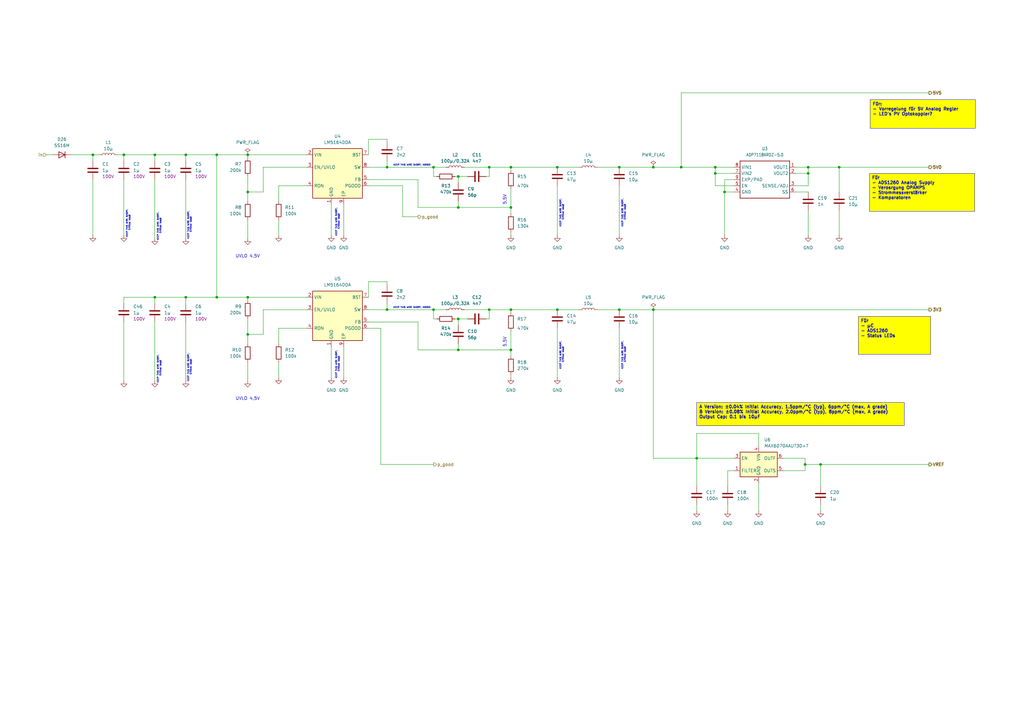
<source format=kicad_sch>
(kicad_sch
	(version 20250114)
	(generator "eeschema")
	(generator_version "9.0")
	(uuid "0a71412d-9bfe-4591-ab18-4fda89efb97a")
	(paper "A3")
	(lib_symbols
		(symbol "Device:C"
			(pin_numbers
				(hide yes)
			)
			(pin_names
				(offset 0.254)
			)
			(exclude_from_sim no)
			(in_bom yes)
			(on_board yes)
			(property "Reference" "C"
				(at 0.635 2.54 0)
				(effects
					(font
						(size 1.27 1.27)
					)
					(justify left)
				)
			)
			(property "Value" "C"
				(at 0.635 -2.54 0)
				(effects
					(font
						(size 1.27 1.27)
					)
					(justify left)
				)
			)
			(property "Footprint" ""
				(at 0.9652 -3.81 0)
				(effects
					(font
						(size 1.27 1.27)
					)
					(hide yes)
				)
			)
			(property "Datasheet" "~"
				(at 0 0 0)
				(effects
					(font
						(size 1.27 1.27)
					)
					(hide yes)
				)
			)
			(property "Description" "Unpolarized capacitor"
				(at 0 0 0)
				(effects
					(font
						(size 1.27 1.27)
					)
					(hide yes)
				)
			)
			(property "ki_keywords" "cap capacitor"
				(at 0 0 0)
				(effects
					(font
						(size 1.27 1.27)
					)
					(hide yes)
				)
			)
			(property "ki_fp_filters" "C_*"
				(at 0 0 0)
				(effects
					(font
						(size 1.27 1.27)
					)
					(hide yes)
				)
			)
			(symbol "C_0_1"
				(polyline
					(pts
						(xy -2.032 0.762) (xy 2.032 0.762)
					)
					(stroke
						(width 0.508)
						(type default)
					)
					(fill
						(type none)
					)
				)
				(polyline
					(pts
						(xy -2.032 -0.762) (xy 2.032 -0.762)
					)
					(stroke
						(width 0.508)
						(type default)
					)
					(fill
						(type none)
					)
				)
			)
			(symbol "C_1_1"
				(pin passive line
					(at 0 3.81 270)
					(length 2.794)
					(name "~"
						(effects
							(font
								(size 1.27 1.27)
							)
						)
					)
					(number "1"
						(effects
							(font
								(size 1.27 1.27)
							)
						)
					)
				)
				(pin passive line
					(at 0 -3.81 90)
					(length 2.794)
					(name "~"
						(effects
							(font
								(size 1.27 1.27)
							)
						)
					)
					(number "2"
						(effects
							(font
								(size 1.27 1.27)
							)
						)
					)
				)
			)
			(embedded_fonts no)
		)
		(symbol "Device:D"
			(pin_numbers
				(hide yes)
			)
			(pin_names
				(offset 1.016)
				(hide yes)
			)
			(exclude_from_sim no)
			(in_bom yes)
			(on_board yes)
			(property "Reference" "D"
				(at 0 2.54 0)
				(effects
					(font
						(size 1.27 1.27)
					)
				)
			)
			(property "Value" "D"
				(at 0 -2.54 0)
				(effects
					(font
						(size 1.27 1.27)
					)
				)
			)
			(property "Footprint" ""
				(at 0 0 0)
				(effects
					(font
						(size 1.27 1.27)
					)
					(hide yes)
				)
			)
			(property "Datasheet" "~"
				(at 0 0 0)
				(effects
					(font
						(size 1.27 1.27)
					)
					(hide yes)
				)
			)
			(property "Description" "Diode"
				(at 0 0 0)
				(effects
					(font
						(size 1.27 1.27)
					)
					(hide yes)
				)
			)
			(property "Sim.Device" "D"
				(at 0 0 0)
				(effects
					(font
						(size 1.27 1.27)
					)
					(hide yes)
				)
			)
			(property "Sim.Pins" "1=K 2=A"
				(at 0 0 0)
				(effects
					(font
						(size 1.27 1.27)
					)
					(hide yes)
				)
			)
			(property "ki_keywords" "diode"
				(at 0 0 0)
				(effects
					(font
						(size 1.27 1.27)
					)
					(hide yes)
				)
			)
			(property "ki_fp_filters" "TO-???* *_Diode_* *SingleDiode* D_*"
				(at 0 0 0)
				(effects
					(font
						(size 1.27 1.27)
					)
					(hide yes)
				)
			)
			(symbol "D_0_1"
				(polyline
					(pts
						(xy -1.27 1.27) (xy -1.27 -1.27)
					)
					(stroke
						(width 0.254)
						(type default)
					)
					(fill
						(type none)
					)
				)
				(polyline
					(pts
						(xy 1.27 1.27) (xy 1.27 -1.27) (xy -1.27 0) (xy 1.27 1.27)
					)
					(stroke
						(width 0.254)
						(type default)
					)
					(fill
						(type none)
					)
				)
				(polyline
					(pts
						(xy 1.27 0) (xy -1.27 0)
					)
					(stroke
						(width 0)
						(type default)
					)
					(fill
						(type none)
					)
				)
			)
			(symbol "D_1_1"
				(pin passive line
					(at -3.81 0 0)
					(length 2.54)
					(name "K"
						(effects
							(font
								(size 1.27 1.27)
							)
						)
					)
					(number "1"
						(effects
							(font
								(size 1.27 1.27)
							)
						)
					)
				)
				(pin passive line
					(at 3.81 0 180)
					(length 2.54)
					(name "A"
						(effects
							(font
								(size 1.27 1.27)
							)
						)
					)
					(number "2"
						(effects
							(font
								(size 1.27 1.27)
							)
						)
					)
				)
			)
			(embedded_fonts no)
		)
		(symbol "Device:L"
			(pin_numbers
				(hide yes)
			)
			(pin_names
				(offset 1.016)
				(hide yes)
			)
			(exclude_from_sim no)
			(in_bom yes)
			(on_board yes)
			(property "Reference" "L"
				(at -1.27 0 90)
				(effects
					(font
						(size 1.27 1.27)
					)
				)
			)
			(property "Value" "L"
				(at 1.905 0 90)
				(effects
					(font
						(size 1.27 1.27)
					)
				)
			)
			(property "Footprint" ""
				(at 0 0 0)
				(effects
					(font
						(size 1.27 1.27)
					)
					(hide yes)
				)
			)
			(property "Datasheet" "~"
				(at 0 0 0)
				(effects
					(font
						(size 1.27 1.27)
					)
					(hide yes)
				)
			)
			(property "Description" "Inductor"
				(at 0 0 0)
				(effects
					(font
						(size 1.27 1.27)
					)
					(hide yes)
				)
			)
			(property "ki_keywords" "inductor choke coil reactor magnetic"
				(at 0 0 0)
				(effects
					(font
						(size 1.27 1.27)
					)
					(hide yes)
				)
			)
			(property "ki_fp_filters" "Choke_* *Coil* Inductor_* L_*"
				(at 0 0 0)
				(effects
					(font
						(size 1.27 1.27)
					)
					(hide yes)
				)
			)
			(symbol "L_0_1"
				(arc
					(start 0 2.54)
					(mid 0.6323 1.905)
					(end 0 1.27)
					(stroke
						(width 0)
						(type default)
					)
					(fill
						(type none)
					)
				)
				(arc
					(start 0 1.27)
					(mid 0.6323 0.635)
					(end 0 0)
					(stroke
						(width 0)
						(type default)
					)
					(fill
						(type none)
					)
				)
				(arc
					(start 0 0)
					(mid 0.6323 -0.635)
					(end 0 -1.27)
					(stroke
						(width 0)
						(type default)
					)
					(fill
						(type none)
					)
				)
				(arc
					(start 0 -1.27)
					(mid 0.6323 -1.905)
					(end 0 -2.54)
					(stroke
						(width 0)
						(type default)
					)
					(fill
						(type none)
					)
				)
			)
			(symbol "L_1_1"
				(pin passive line
					(at 0 3.81 270)
					(length 1.27)
					(name "1"
						(effects
							(font
								(size 1.27 1.27)
							)
						)
					)
					(number "1"
						(effects
							(font
								(size 1.27 1.27)
							)
						)
					)
				)
				(pin passive line
					(at 0 -3.81 90)
					(length 1.27)
					(name "2"
						(effects
							(font
								(size 1.27 1.27)
							)
						)
					)
					(number "2"
						(effects
							(font
								(size 1.27 1.27)
							)
						)
					)
				)
			)
			(embedded_fonts no)
		)
		(symbol "Device:R"
			(pin_numbers
				(hide yes)
			)
			(pin_names
				(offset 0)
			)
			(exclude_from_sim no)
			(in_bom yes)
			(on_board yes)
			(property "Reference" "R"
				(at 2.032 0 90)
				(effects
					(font
						(size 1.27 1.27)
					)
				)
			)
			(property "Value" "R"
				(at 0 0 90)
				(effects
					(font
						(size 1.27 1.27)
					)
				)
			)
			(property "Footprint" ""
				(at -1.778 0 90)
				(effects
					(font
						(size 1.27 1.27)
					)
					(hide yes)
				)
			)
			(property "Datasheet" "~"
				(at 0 0 0)
				(effects
					(font
						(size 1.27 1.27)
					)
					(hide yes)
				)
			)
			(property "Description" "Resistor"
				(at 0 0 0)
				(effects
					(font
						(size 1.27 1.27)
					)
					(hide yes)
				)
			)
			(property "ki_keywords" "R res resistor"
				(at 0 0 0)
				(effects
					(font
						(size 1.27 1.27)
					)
					(hide yes)
				)
			)
			(property "ki_fp_filters" "R_*"
				(at 0 0 0)
				(effects
					(font
						(size 1.27 1.27)
					)
					(hide yes)
				)
			)
			(symbol "R_0_1"
				(rectangle
					(start -1.016 -2.54)
					(end 1.016 2.54)
					(stroke
						(width 0.254)
						(type default)
					)
					(fill
						(type none)
					)
				)
			)
			(symbol "R_1_1"
				(pin passive line
					(at 0 3.81 270)
					(length 1.27)
					(name "~"
						(effects
							(font
								(size 1.27 1.27)
							)
						)
					)
					(number "1"
						(effects
							(font
								(size 1.27 1.27)
							)
						)
					)
				)
				(pin passive line
					(at 0 -3.81 90)
					(length 1.27)
					(name "~"
						(effects
							(font
								(size 1.27 1.27)
							)
						)
					)
					(number "2"
						(effects
							(font
								(size 1.27 1.27)
							)
						)
					)
				)
			)
			(embedded_fonts no)
		)
		(symbol "Reference_Voltage:MAX6070BAUT30+T"
			(exclude_from_sim no)
			(in_bom yes)
			(on_board yes)
			(property "Reference" "U"
				(at 1.27 8.89 0)
				(effects
					(font
						(size 1.27 1.27)
					)
					(justify left)
				)
			)
			(property "Value" "MAX6070BAUT30+T"
				(at 1.27 6.35 0)
				(effects
					(font
						(size 1.27 1.27)
						(italic yes)
					)
					(justify left)
				)
			)
			(property "Footprint" "Package_TO_SOT_SMD:SOT-23-6"
				(at 1.27 -7.62 0)
				(effects
					(font
						(size 1.27 1.27)
						(italic yes)
					)
					(justify left)
					(hide yes)
				)
			)
			(property "Datasheet" "https://www.analog.com/media/en/technical-documentation/data-sheets/MAX6070-MAX6071.pdf"
				(at 0 0 0)
				(effects
					(font
						(size 1.27 1.27)
						(italic yes)
					)
					(hide yes)
				)
			)
			(property "Description" "Low-Noise, High-Precision Series Voltage Reference, 3V, ±0.08% initial accuracy, SOT-23-6"
				(at 0 0 0)
				(effects
					(font
						(size 1.27 1.27)
					)
					(hide yes)
				)
			)
			(property "ki_keywords" "Low Noise Precision Voltage Reference"
				(at 0 0 0)
				(effects
					(font
						(size 1.27 1.27)
					)
					(hide yes)
				)
			)
			(property "ki_fp_filters" "SOT?23*"
				(at 0 0 0)
				(effects
					(font
						(size 1.27 1.27)
					)
					(hide yes)
				)
			)
			(symbol "MAX6070BAUT30+T_0_1"
				(rectangle
					(start -7.62 5.08)
					(end 7.62 -5.08)
					(stroke
						(width 0.254)
						(type solid)
					)
					(fill
						(type background)
					)
				)
			)
			(symbol "MAX6070BAUT30+T_1_1"
				(pin input line
					(at -10.16 2.54 0)
					(length 2.54)
					(name "EN"
						(effects
							(font
								(size 1.27 1.27)
							)
						)
					)
					(number "3"
						(effects
							(font
								(size 1.27 1.27)
							)
						)
					)
				)
				(pin passive line
					(at -10.16 -2.54 0)
					(length 2.54)
					(name "FILTER"
						(effects
							(font
								(size 1.27 1.27)
							)
						)
					)
					(number "1"
						(effects
							(font
								(size 1.27 1.27)
							)
						)
					)
				)
				(pin power_in line
					(at 0 7.62 270)
					(length 2.54)
					(name "VIN"
						(effects
							(font
								(size 1.27 1.27)
							)
						)
					)
					(number "4"
						(effects
							(font
								(size 1.27 1.27)
							)
						)
					)
				)
				(pin power_in line
					(at 0 -7.62 90)
					(length 2.54)
					(name "GND"
						(effects
							(font
								(size 1.27 1.27)
							)
						)
					)
					(number "2"
						(effects
							(font
								(size 1.27 1.27)
							)
						)
					)
				)
				(pin output line
					(at 10.16 2.54 180)
					(length 2.54)
					(name "OUTF"
						(effects
							(font
								(size 1.27 1.27)
							)
						)
					)
					(number "6"
						(effects
							(font
								(size 1.27 1.27)
							)
						)
					)
				)
				(pin input line
					(at 10.16 -2.54 180)
					(length 2.54)
					(name "OUTS"
						(effects
							(font
								(size 1.27 1.27)
							)
						)
					)
					(number "5"
						(effects
							(font
								(size 1.27 1.27)
							)
						)
					)
				)
			)
			(embedded_fonts no)
		)
		(symbol "Regulator_Switching:LM5164DDA"
			(exclude_from_sim no)
			(in_bom yes)
			(on_board yes)
			(property "Reference" "U"
				(at -8.89 11.43 0)
				(effects
					(font
						(size 1.27 1.27)
					)
				)
			)
			(property "Value" "LM5164DDA"
				(at 5.08 11.43 0)
				(effects
					(font
						(size 1.27 1.27)
					)
				)
			)
			(property "Footprint" "Package_SO:HSOP-8-1EP_3.9x4.9mm_P1.27mm_EP2.41x3.1mm_ThermalVias"
				(at 1.27 -11.43 0)
				(effects
					(font
						(size 1.27 1.27)
					)
					(hide yes)
				)
			)
			(property "Datasheet" "https://www.ti.com/lit/ds/symlink/lm5164.pdf?ts=1598311864250&ref_url=https%253A%252F%252Fwww.ti.com%252Fproduct%252FLM5164%253FHQS%253DTI-null-null-octopart-df-pf-null-wwe"
				(at -7.62 8.89 0)
				(effects
					(font
						(size 1.27 1.27)
					)
					(hide yes)
				)
			)
			(property "Description" "1A synchronous buck converter with ultra-low IQ, 6V - 100V input, adjustable output voltage, HSOP-8"
				(at 0 0 0)
				(effects
					(font
						(size 1.27 1.27)
					)
					(hide yes)
				)
			)
			(property "ki_keywords" "step-down dc-dc buck regulator adjustable"
				(at 0 0 0)
				(effects
					(font
						(size 1.27 1.27)
					)
					(hide yes)
				)
			)
			(property "ki_fp_filters" "HSOP*1EP*3.9x4.9*P1.27mm*"
				(at 0 0 0)
				(effects
					(font
						(size 1.27 1.27)
					)
					(hide yes)
				)
			)
			(symbol "LM5164DDA_1_1"
				(rectangle
					(start -10.16 10.16)
					(end 10.16 -10.16)
					(stroke
						(width 0.254)
						(type default)
					)
					(fill
						(type background)
					)
				)
				(pin power_in line
					(at -12.7 7.62 0)
					(length 2.54)
					(name "VIN"
						(effects
							(font
								(size 1.27 1.27)
							)
						)
					)
					(number "2"
						(effects
							(font
								(size 1.27 1.27)
							)
						)
					)
				)
				(pin input line
					(at -12.7 2.54 0)
					(length 2.54)
					(name "EN/UVLO"
						(effects
							(font
								(size 1.27 1.27)
							)
						)
					)
					(number "3"
						(effects
							(font
								(size 1.27 1.27)
							)
						)
					)
				)
				(pin passive line
					(at -12.7 -5.08 0)
					(length 2.54)
					(name "RON"
						(effects
							(font
								(size 1.27 1.27)
							)
						)
					)
					(number "4"
						(effects
							(font
								(size 1.27 1.27)
							)
						)
					)
				)
				(pin power_in line
					(at -2.54 -12.7 90)
					(length 2.54)
					(name "GND"
						(effects
							(font
								(size 1.27 1.27)
							)
						)
					)
					(number "1"
						(effects
							(font
								(size 1.27 1.27)
							)
						)
					)
				)
				(pin passive line
					(at 2.54 -12.7 90)
					(length 2.54)
					(name "EP"
						(effects
							(font
								(size 1.27 1.27)
							)
						)
					)
					(number "9"
						(effects
							(font
								(size 1.27 1.27)
							)
						)
					)
				)
				(pin passive line
					(at 12.7 7.62 180)
					(length 2.54)
					(name "BST"
						(effects
							(font
								(size 1.27 1.27)
							)
						)
					)
					(number "7"
						(effects
							(font
								(size 1.27 1.27)
							)
						)
					)
				)
				(pin power_out line
					(at 12.7 2.54 180)
					(length 2.54)
					(name "SW"
						(effects
							(font
								(size 1.27 1.27)
							)
						)
					)
					(number "8"
						(effects
							(font
								(size 1.27 1.27)
							)
						)
					)
				)
				(pin input line
					(at 12.7 -2.54 180)
					(length 2.54)
					(name "FB"
						(effects
							(font
								(size 1.27 1.27)
							)
						)
					)
					(number "5"
						(effects
							(font
								(size 1.27 1.27)
							)
						)
					)
				)
				(pin open_collector line
					(at 12.7 -5.08 180)
					(length 2.54)
					(name "PGOOD"
						(effects
							(font
								(size 1.27 1.27)
							)
						)
					)
					(number "6"
						(effects
							(font
								(size 1.27 1.27)
							)
						)
					)
				)
			)
			(embedded_fonts no)
		)
		(symbol "myVoltageRegulator:ADP7118"
			(exclude_from_sim no)
			(in_bom yes)
			(on_board yes)
			(property "Reference" "IC"
				(at 2.54 10.16 0)
				(effects
					(font
						(size 1.27 1.0795)
					)
					(justify left bottom)
				)
			)
			(property "Value" ""
				(at 2.54 -10.16 0)
				(effects
					(font
						(size 1.27 1.0795)
					)
					(justify left bottom)
				)
			)
			(property "Footprint" "greenMeter_v3:ADP7118_SOIC8"
				(at 0 0 0)
				(effects
					(font
						(size 1.27 1.27)
					)
					(hide yes)
				)
			)
			(property "Datasheet" ""
				(at 0 0 0)
				(effects
					(font
						(size 1.27 1.27)
					)
					(hide yes)
				)
			)
			(property "Description" ""
				(at 0 0 0)
				(effects
					(font
						(size 1.27 1.27)
					)
					(hide yes)
				)
			)
			(property "ki_locked" ""
				(at 0 0 0)
				(effects
					(font
						(size 1.27 1.27)
					)
				)
			)
			(symbol "ADP7118_1_0"
				(polyline
					(pts
						(xy -10.16 7.62) (xy 10.16 7.62)
					)
					(stroke
						(width 0.254)
						(type solid)
					)
					(fill
						(type none)
					)
				)
				(polyline
					(pts
						(xy -10.16 -7.62) (xy -10.16 7.62)
					)
					(stroke
						(width 0.254)
						(type solid)
					)
					(fill
						(type none)
					)
				)
				(polyline
					(pts
						(xy 10.16 7.62) (xy 10.16 -7.62)
					)
					(stroke
						(width 0.254)
						(type solid)
					)
					(fill
						(type none)
					)
				)
				(polyline
					(pts
						(xy 10.16 -7.62) (xy -10.16 -7.62)
					)
					(stroke
						(width 0.254)
						(type solid)
					)
					(fill
						(type none)
					)
				)
				(pin power_in line
					(at -12.7 5.08 0)
					(length 2.54)
					(name "VIN1"
						(effects
							(font
								(size 1.27 1.27)
							)
						)
					)
					(number "8"
						(effects
							(font
								(size 1.27 1.27)
							)
						)
					)
				)
				(pin power_in line
					(at -12.7 2.54 0)
					(length 2.54)
					(name "VIN2"
						(effects
							(font
								(size 1.27 1.27)
							)
						)
					)
					(number "7"
						(effects
							(font
								(size 1.27 1.27)
							)
						)
					)
				)
				(pin power_in line
					(at -12.7 0 0)
					(length 2.54)
					(name "EXP/PAD"
						(effects
							(font
								(size 1.27 1.27)
							)
						)
					)
					(number "9"
						(effects
							(font
								(size 1.27 1.27)
							)
						)
					)
				)
				(pin input line
					(at -12.7 -2.54 0)
					(length 2.54)
					(name "EN"
						(effects
							(font
								(size 1.27 1.27)
							)
						)
					)
					(number "5"
						(effects
							(font
								(size 1.27 1.27)
							)
						)
					)
				)
				(pin power_in line
					(at -12.7 -5.08 0)
					(length 2.54)
					(name "GND"
						(effects
							(font
								(size 1.27 1.27)
							)
						)
					)
					(number "4"
						(effects
							(font
								(size 1.27 1.27)
							)
						)
					)
				)
				(pin power_out line
					(at 12.7 5.08 180)
					(length 2.54)
					(name "VOUT1"
						(effects
							(font
								(size 1.27 1.27)
							)
						)
					)
					(number "1"
						(effects
							(font
								(size 1.27 1.27)
							)
						)
					)
				)
				(pin power_out line
					(at 12.7 2.54 180)
					(length 2.54)
					(name "VOUT2"
						(effects
							(font
								(size 1.27 1.27)
							)
						)
					)
					(number "2"
						(effects
							(font
								(size 1.27 1.27)
							)
						)
					)
				)
				(pin passive line
					(at 12.7 -2.54 180)
					(length 2.54)
					(name "SENSE/ADJ"
						(effects
							(font
								(size 1.27 1.27)
							)
						)
					)
					(number "3"
						(effects
							(font
								(size 1.27 1.27)
							)
						)
					)
				)
				(pin passive line
					(at 12.7 -5.08 180)
					(length 2.54)
					(name "SS"
						(effects
							(font
								(size 1.27 1.27)
							)
						)
					)
					(number "6"
						(effects
							(font
								(size 1.27 1.27)
							)
						)
					)
				)
			)
			(embedded_fonts no)
		)
		(symbol "power:GND"
			(power)
			(pin_numbers
				(hide yes)
			)
			(pin_names
				(offset 0)
				(hide yes)
			)
			(exclude_from_sim no)
			(in_bom yes)
			(on_board yes)
			(property "Reference" "#PWR"
				(at 0 -6.35 0)
				(effects
					(font
						(size 1.27 1.27)
					)
					(hide yes)
				)
			)
			(property "Value" "GND"
				(at 0 -3.81 0)
				(effects
					(font
						(size 1.27 1.27)
					)
				)
			)
			(property "Footprint" ""
				(at 0 0 0)
				(effects
					(font
						(size 1.27 1.27)
					)
					(hide yes)
				)
			)
			(property "Datasheet" ""
				(at 0 0 0)
				(effects
					(font
						(size 1.27 1.27)
					)
					(hide yes)
				)
			)
			(property "Description" "Power symbol creates a global label with name \"GND\" , ground"
				(at 0 0 0)
				(effects
					(font
						(size 1.27 1.27)
					)
					(hide yes)
				)
			)
			(property "ki_keywords" "global power"
				(at 0 0 0)
				(effects
					(font
						(size 1.27 1.27)
					)
					(hide yes)
				)
			)
			(symbol "GND_0_1"
				(polyline
					(pts
						(xy 0 0) (xy 0 -1.27) (xy 1.27 -1.27) (xy 0 -2.54) (xy -1.27 -1.27) (xy 0 -1.27)
					)
					(stroke
						(width 0)
						(type default)
					)
					(fill
						(type none)
					)
				)
			)
			(symbol "GND_1_1"
				(pin power_in line
					(at 0 0 270)
					(length 0)
					(name "~"
						(effects
							(font
								(size 1.27 1.27)
							)
						)
					)
					(number "1"
						(effects
							(font
								(size 1.27 1.27)
							)
						)
					)
				)
			)
			(embedded_fonts no)
		)
		(symbol "power:PWR_FLAG"
			(power)
			(pin_numbers
				(hide yes)
			)
			(pin_names
				(offset 0)
				(hide yes)
			)
			(exclude_from_sim no)
			(in_bom yes)
			(on_board yes)
			(property "Reference" "#FLG"
				(at 0 1.905 0)
				(effects
					(font
						(size 1.27 1.27)
					)
					(hide yes)
				)
			)
			(property "Value" "PWR_FLAG"
				(at 0 3.81 0)
				(effects
					(font
						(size 1.27 1.27)
					)
				)
			)
			(property "Footprint" ""
				(at 0 0 0)
				(effects
					(font
						(size 1.27 1.27)
					)
					(hide yes)
				)
			)
			(property "Datasheet" "~"
				(at 0 0 0)
				(effects
					(font
						(size 1.27 1.27)
					)
					(hide yes)
				)
			)
			(property "Description" "Special symbol for telling ERC where power comes from"
				(at 0 0 0)
				(effects
					(font
						(size 1.27 1.27)
					)
					(hide yes)
				)
			)
			(property "ki_keywords" "flag power"
				(at 0 0 0)
				(effects
					(font
						(size 1.27 1.27)
					)
					(hide yes)
				)
			)
			(symbol "PWR_FLAG_0_0"
				(pin power_out line
					(at 0 0 90)
					(length 0)
					(name "~"
						(effects
							(font
								(size 1.27 1.27)
							)
						)
					)
					(number "1"
						(effects
							(font
								(size 1.27 1.27)
							)
						)
					)
				)
			)
			(symbol "PWR_FLAG_0_1"
				(polyline
					(pts
						(xy 0 0) (xy 0 1.27) (xy -1.016 1.905) (xy 0 2.54) (xy 1.016 1.905) (xy 0 1.27)
					)
					(stroke
						(width 0)
						(type default)
					)
					(fill
						(type none)
					)
				)
			)
			(embedded_fonts no)
		)
	)
	(text "KEEP THIS WIRE SHORT, \nCritical loop!"
		(exclude_from_sim no)
		(at 65.278 151.13 90)
		(effects
			(font
				(size 0.635 0.635)
			)
		)
		(uuid "2fb1a431-5b69-4f83-8a6a-15a25785e3e5")
	)
	(text "KEEP THIS WIRE SHORT, \nCritical loop!"
		(exclude_from_sim no)
		(at 230.378 87.122 90)
		(effects
			(font
				(size 0.635 0.635)
			)
		)
		(uuid "32e3f2b0-d623-4520-8e32-98626fa14a62")
	)
	(text "UVLO 4,5V\n"
		(exclude_from_sim no)
		(at 101.6 163.576 0)
		(effects
			(font
				(size 1.27 1.27)
			)
		)
		(uuid "372d1083-c7ed-439d-b4b0-4090f2763f08")
	)
	(text "KEEP THIS WIRE SHORT, \nCritical loop!"
		(exclude_from_sim no)
		(at 255.778 145.542 90)
		(effects
			(font
				(size 0.635 0.635)
			)
		)
		(uuid "5f840927-6f77-4614-8660-39761cd87a62")
	)
	(text "UVLO 4,5V\n"
		(exclude_from_sim no)
		(at 101.6 105.156 0)
		(effects
			(font
				(size 1.27 1.27)
			)
		)
		(uuid "6f144863-5478-46df-9f69-3722819095f0")
	)
	(text "5,5V"
		(exclude_from_sim no)
		(at 207.772 84.074 90)
		(effects
			(font
				(size 1.27 1.27)
			)
			(justify left bottom)
		)
		(uuid "7590cfd5-fa8b-437e-8b55-21ac74a4dccf")
	)
	(text "KEEP THIS WIRE SHORT, NOISE!"
		(exclude_from_sim no)
		(at 168.91 67.818 0)
		(effects
			(font
				(size 0.635 0.635)
			)
		)
		(uuid "93239db0-3a95-4c82-894f-9817caab4582")
	)
	(text "KEEP THIS WIRE SHORT, \nCritical loop!"
		(exclude_from_sim no)
		(at 138.43 149.352 90)
		(effects
			(font
				(size 0.635 0.635)
			)
		)
		(uuid "946f197e-1c81-4c86-b0c7-35d6d585bb01")
	)
	(text "KEEP THIS WIRE SHORT, \nCritical loop!"
		(exclude_from_sim no)
		(at 255.778 87.122 90)
		(effects
			(font
				(size 0.635 0.635)
			)
		)
		(uuid "963e98e2-3ee6-4e42-9638-f4f344d0445f")
	)
	(text "5,5V"
		(exclude_from_sim no)
		(at 207.772 142.494 90)
		(effects
			(font
				(size 1.27 1.27)
			)
			(justify left bottom)
		)
		(uuid "b265a4f5-1e54-4237-98ff-89222b59bfbe")
	)
	(text "KEEP THIS WIRE SHORT, \nCritical loop!"
		(exclude_from_sim no)
		(at 65.278 92.71 90)
		(effects
			(font
				(size 0.635 0.635)
			)
		)
		(uuid "d4e42818-60af-49e3-8a9c-d938eac00a01")
	)
	(text "KEEP THIS WIRE SHORT, \nCritical loop!"
		(exclude_from_sim no)
		(at 77.724 92.202 90)
		(effects
			(font
				(size 0.635 0.635)
			)
		)
		(uuid "de9b3a84-0c56-4d76-b463-54ef735824b7")
	)
	(text "KEEP THIS WIRE SHORT, \nCritical loop!"
		(exclude_from_sim no)
		(at 138.43 90.932 90)
		(effects
			(font
				(size 0.635 0.635)
			)
		)
		(uuid "e0c61d15-f500-48b1-a324-6cd7109c67af")
	)
	(text "KEEP THIS WIRE SHORT, NOISE!"
		(exclude_from_sim no)
		(at 168.91 126.238 0)
		(effects
			(font
				(size 0.635 0.635)
			)
		)
		(uuid "e53b2c61-f652-4bac-940f-08d03a2dbfcc")
	)
	(text "KEEP THIS WIRE SHORT, \nCritical loop!"
		(exclude_from_sim no)
		(at 52.578 91.44 90)
		(effects
			(font
				(size 0.635 0.635)
			)
		)
		(uuid "e94f7508-4827-4d59-9895-5bcf068b9e63")
	)
	(text "KEEP THIS WIRE SHORT, \nCritical loop!"
		(exclude_from_sim no)
		(at 77.724 150.622 90)
		(effects
			(font
				(size 0.635 0.635)
			)
		)
		(uuid "f27144d1-12b1-4f44-896f-fcfee967b780")
	)
	(text "KEEP THIS WIRE SHORT, \nCritical loop!"
		(exclude_from_sim no)
		(at 230.378 145.542 90)
		(effects
			(font
				(size 0.635 0.635)
			)
		)
		(uuid "f93878df-79f5-4890-b2e4-44134295579e")
	)
	(text_box "Für:\n- Vorregelung für 5V Analog Regler\n- LED's PV Optokoppler?"
		(exclude_from_sim no)
		(at 356.87 40.894 0)
		(size 43.18 11.684)
		(margins 0.9525 0.9525 0.9525 0.9525)
		(stroke
			(width 0)
			(type default)
		)
		(fill
			(type color)
			(color 255 255 0 1)
		)
		(effects
			(font
				(size 1.27 1.27)
				(thickness 0.254)
				(bold yes)
			)
			(justify left top)
		)
		(uuid "280d6aca-637e-4d48-931a-4d766d59fa1a")
	)
	(text_box "A Version: ±0.04% Initial Accuracy, 1.5ppm/°C (typ), 6ppm/°C (max, A grade)\nB Version: ±0.08% Initial Accuracy, 2.0ppm/°C (typ), 8ppm/°C (max, A grade)\nOutput Cap: 0.1 bis 10µF"
		(exclude_from_sim no)
		(at 285.75 165.1 0)
		(size 85.09 9.525)
		(margins 0.9525 0.9525 0.9525 0.9525)
		(stroke
			(width 0)
			(type default)
		)
		(fill
			(type color)
			(color 255 255 0 1)
		)
		(effects
			(font
				(size 1.27 1.27)
				(thickness 0.254)
				(bold yes)
			)
			(justify left top)
		)
		(uuid "2c90f373-62ce-47a2-a9ec-4e6f68ffa810")
	)
	(text_box "Für\n- µC\n- ADS1260\n- Status LEDs\n"
		(exclude_from_sim no)
		(at 352.044 129.794 0)
		(size 29.718 15.494)
		(margins 0.9525 0.9525 0.9525 0.9525)
		(stroke
			(width 0)
			(type default)
		)
		(fill
			(type color)
			(color 255 255 0 1)
		)
		(effects
			(font
				(size 1.27 1.27)
				(thickness 0.254)
				(bold yes)
			)
			(justify left top)
		)
		(uuid "51e268eb-7441-4376-8a48-afcbc4538593")
	)
	(text_box "Für\n- ADS1260 Analog Supply\n- Verosrgung OPAMPS\n- Strommessverstärker\n- Komparatoren\n"
		(exclude_from_sim no)
		(at 356.616 71.12 0)
		(size 43.18 15.494)
		(margins 0.9525 0.9525 0.9525 0.9525)
		(stroke
			(width 0)
			(type default)
		)
		(fill
			(type color)
			(color 255 255 0 1)
		)
		(effects
			(font
				(size 1.27 1.27)
				(thickness 0.254)
				(bold yes)
			)
			(justify left top)
		)
		(uuid "e7a8b682-1cca-4bef-9b16-a9ac8e27c75e")
	)
	(junction
		(at 267.97 68.58)
		(diameter 0)
		(color 0 0 0 0)
		(uuid "017310b7-a31c-4894-8ef6-546f6b96f711")
	)
	(junction
		(at 254 127)
		(diameter 0)
		(color 0 0 0 0)
		(uuid "01f43722-8fb0-4310-9391-6ea9a320ecc4")
	)
	(junction
		(at 88.9 121.92)
		(diameter 0)
		(color 0 0 0 0)
		(uuid "0a8750d6-9767-4e83-8d9e-2e7080fdeac8")
	)
	(junction
		(at 63.5 63.5)
		(diameter 0)
		(color 0 0 0 0)
		(uuid "13436fe3-550b-49a4-8108-cc5173267ae0")
	)
	(junction
		(at 200.66 127)
		(diameter 0)
		(color 0 0 0 0)
		(uuid "19da22f2-45e0-4e14-b3ba-6aad8612bcc1")
	)
	(junction
		(at 101.6 63.5)
		(diameter 0)
		(color 0 0 0 0)
		(uuid "1a75a511-0a62-4e55-a243-4397e35507a8")
	)
	(junction
		(at 330.2 190.5)
		(diameter 0)
		(color 0 0 0 0)
		(uuid "1b0780b5-3b76-4e2c-93d1-207491aefbae")
	)
	(junction
		(at 187.96 143.51)
		(diameter 0)
		(color 0 0 0 0)
		(uuid "1c72f919-3fe2-4ff8-aa42-41145651e968")
	)
	(junction
		(at 63.5 121.92)
		(diameter 0)
		(color 0 0 0 0)
		(uuid "29e8d28d-da57-47d9-9411-86f539da8f4c")
	)
	(junction
		(at 38.1 63.5)
		(diameter 0)
		(color 0 0 0 0)
		(uuid "2e9b781b-5741-4632-b2c9-3d67e10261e2")
	)
	(junction
		(at 209.55 127)
		(diameter 0)
		(color 0 0 0 0)
		(uuid "38ab6831-374a-403f-9802-4c31caafd4c8")
	)
	(junction
		(at 293.37 71.12)
		(diameter 0)
		(color 0 0 0 0)
		(uuid "40df898a-4676-4cf0-afd3-0d63df4e347f")
	)
	(junction
		(at 209.55 85.09)
		(diameter 0)
		(color 0 0 0 0)
		(uuid "40f65a3e-f21d-49c4-b17e-266f7aab54ec")
	)
	(junction
		(at 177.8 68.58)
		(diameter 0)
		(color 0 0 0 0)
		(uuid "4476a6cc-36d1-4d9f-9172-1cf9a0b4eaf1")
	)
	(junction
		(at 101.6 121.92)
		(diameter 0)
		(color 0 0 0 0)
		(uuid "4ce10989-c312-4481-a8a2-5cacace08491")
	)
	(junction
		(at 158.75 127)
		(diameter 0)
		(color 0 0 0 0)
		(uuid "4eb250b9-cb0b-4619-8d19-658356e94a2e")
	)
	(junction
		(at 279.4 68.58)
		(diameter 0)
		(color 0 0 0 0)
		(uuid "5c059de0-1503-4438-bbdb-663d869cc96f")
	)
	(junction
		(at 76.2 121.92)
		(diameter 0)
		(color 0 0 0 0)
		(uuid "5f99332a-f012-4c79-8952-af95471987b0")
	)
	(junction
		(at 158.75 68.58)
		(diameter 0)
		(color 0 0 0 0)
		(uuid "62d560d2-1370-4c39-8ee7-82a33bc59572")
	)
	(junction
		(at 209.55 143.51)
		(diameter 0)
		(color 0 0 0 0)
		(uuid "6caa046d-bf22-49dd-b57a-800e4c800822")
	)
	(junction
		(at 336.55 190.5)
		(diameter 0)
		(color 0 0 0 0)
		(uuid "6e23ea4b-8e91-455b-a12c-c6ac5e3720d3")
	)
	(junction
		(at 187.96 85.09)
		(diameter 0)
		(color 0 0 0 0)
		(uuid "6ec7647c-27e4-4345-9829-d39ccfc10967")
	)
	(junction
		(at 297.18 78.74)
		(diameter 0)
		(color 0 0 0 0)
		(uuid "75dcabb4-aea8-4c2c-9e07-5f6f5fe14194")
	)
	(junction
		(at 187.96 72.39)
		(diameter 0)
		(color 0 0 0 0)
		(uuid "7852bf91-e3ba-40ee-ab94-9ea1dbfc1f49")
	)
	(junction
		(at 331.47 68.58)
		(diameter 0)
		(color 0 0 0 0)
		(uuid "7bae1c6c-297e-4799-a12d-2551e354a414")
	)
	(junction
		(at 88.9 63.5)
		(diameter 0)
		(color 0 0 0 0)
		(uuid "82e2a1f6-a5c8-4ee6-8571-7e632e890bed")
	)
	(junction
		(at 228.6 68.58)
		(diameter 0)
		(color 0 0 0 0)
		(uuid "867bebcc-6181-4c1f-8f2d-bfe76ff0971e")
	)
	(junction
		(at 344.17 68.58)
		(diameter 0)
		(color 0 0 0 0)
		(uuid "867d503a-fc04-4b5f-a3af-ea064dfa8024")
	)
	(junction
		(at 209.55 68.58)
		(diameter 0)
		(color 0 0 0 0)
		(uuid "8b65674b-534c-4790-bd65-3b6eb8b2d3f2")
	)
	(junction
		(at 331.47 71.12)
		(diameter 0)
		(color 0 0 0 0)
		(uuid "9354e4e1-abc5-4d02-9116-50982e1f23f3")
	)
	(junction
		(at 254 68.58)
		(diameter 0)
		(color 0 0 0 0)
		(uuid "941875c4-8c61-435e-b697-e23657faa806")
	)
	(junction
		(at 101.6 137.16)
		(diameter 0)
		(color 0 0 0 0)
		(uuid "9493a80e-738e-406a-b29a-994f54bd4642")
	)
	(junction
		(at 285.75 187.96)
		(diameter 0)
		(color 0 0 0 0)
		(uuid "b00fa211-b538-4512-82d9-8eb06fbdb66e")
	)
	(junction
		(at 267.97 127)
		(diameter 0)
		(color 0 0 0 0)
		(uuid "b6053727-fa8a-47aa-8abf-999714c80774")
	)
	(junction
		(at 293.37 68.58)
		(diameter 0)
		(color 0 0 0 0)
		(uuid "c0fdcc03-79bd-4706-ad65-d9e5f2dc4bde")
	)
	(junction
		(at 200.66 68.58)
		(diameter 0)
		(color 0 0 0 0)
		(uuid "c4eb1559-0185-44ee-b1e5-e862a74dfc30")
	)
	(junction
		(at 101.6 78.74)
		(diameter 0)
		(color 0 0 0 0)
		(uuid "c5e39b3d-7318-4ad3-8d41-6be422012d87")
	)
	(junction
		(at 187.96 130.81)
		(diameter 0)
		(color 0 0 0 0)
		(uuid "d1f1df3d-8472-4357-b971-315b6b3fe3da")
	)
	(junction
		(at 177.8 127)
		(diameter 0)
		(color 0 0 0 0)
		(uuid "e8087ebd-fd67-4e8d-a9c5-cd59cac22eb7")
	)
	(junction
		(at 50.8 63.5)
		(diameter 0)
		(color 0 0 0 0)
		(uuid "f070e1c2-29da-4a22-8e06-2e563d41fc0f")
	)
	(junction
		(at 76.2 63.5)
		(diameter 0)
		(color 0 0 0 0)
		(uuid "fa8098ca-e1dd-4648-b572-42b83004226a")
	)
	(junction
		(at 228.6 127)
		(diameter 0)
		(color 0 0 0 0)
		(uuid "fcc7690c-8fdc-4f10-92c7-e21877b4d74c")
	)
	(wire
		(pts
			(xy 63.5 73.66) (xy 63.5 97.79)
		)
		(stroke
			(width 0)
			(type default)
		)
		(uuid "0013036f-53ae-4a93-a82d-2ba9ce9bb8b4")
	)
	(wire
		(pts
			(xy 101.6 78.74) (xy 107.95 78.74)
		)
		(stroke
			(width 0)
			(type default)
		)
		(uuid "0157fa22-29dd-416c-872f-89b60b7000ef")
	)
	(wire
		(pts
			(xy 29.21 63.5) (xy 38.1 63.5)
		)
		(stroke
			(width 0)
			(type default)
		)
		(uuid "048def85-ced5-4a22-a727-2710fc60d946")
	)
	(wire
		(pts
			(xy 114.3 140.97) (xy 114.3 134.62)
		)
		(stroke
			(width 0)
			(type default)
		)
		(uuid "05a63dcd-5245-4bc6-8e95-f002c5fc186e")
	)
	(wire
		(pts
			(xy 228.6 76.2) (xy 228.6 96.52)
		)
		(stroke
			(width 0)
			(type default)
		)
		(uuid "10885635-e653-4692-b98a-ca5dd4e6d9b5")
	)
	(wire
		(pts
			(xy 293.37 71.12) (xy 300.99 71.12)
		)
		(stroke
			(width 0)
			(type default)
		)
		(uuid "10f39506-4fa3-41c7-8431-6580ffec400a")
	)
	(wire
		(pts
			(xy 19.05 63.5) (xy 21.59 63.5)
		)
		(stroke
			(width 0)
			(type default)
		)
		(uuid "115e23db-fb79-49c6-aafe-fb0a10f3d891")
	)
	(wire
		(pts
			(xy 254 68.58) (xy 267.97 68.58)
		)
		(stroke
			(width 0)
			(type default)
		)
		(uuid "1c5e2149-2e2f-4dc9-b50e-8549935d0263")
	)
	(wire
		(pts
			(xy 158.75 127) (xy 177.8 127)
		)
		(stroke
			(width 0)
			(type default)
		)
		(uuid "1ca2de98-f272-42c8-8bd0-e747cac9c9a1")
	)
	(wire
		(pts
			(xy 285.75 207.01) (xy 285.75 209.55)
		)
		(stroke
			(width 0)
			(type default)
		)
		(uuid "1cbfd99c-f143-4ab6-b5fe-51cb215db219")
	)
	(wire
		(pts
			(xy 63.5 132.08) (xy 63.5 156.21)
		)
		(stroke
			(width 0)
			(type default)
		)
		(uuid "1ed91df9-2b3c-44fb-a07b-89df7ace5972")
	)
	(wire
		(pts
			(xy 228.6 134.62) (xy 228.6 154.94)
		)
		(stroke
			(width 0)
			(type default)
		)
		(uuid "1ef42a40-c7c0-4375-869b-017780f94c61")
	)
	(wire
		(pts
			(xy 331.47 76.2) (xy 331.47 71.12)
		)
		(stroke
			(width 0)
			(type default)
		)
		(uuid "1f66e761-e789-4102-ae5e-a0bf0b28bcec")
	)
	(wire
		(pts
			(xy 187.96 130.81) (xy 187.96 133.35)
		)
		(stroke
			(width 0)
			(type default)
		)
		(uuid "2154caed-f685-46a0-a250-c4c21a6bdbe1")
	)
	(wire
		(pts
			(xy 151.13 68.58) (xy 158.75 68.58)
		)
		(stroke
			(width 0)
			(type default)
		)
		(uuid "215d5143-5d7a-45d9-8705-1c5f806bf29d")
	)
	(wire
		(pts
			(xy 285.75 177.8) (xy 311.15 177.8)
		)
		(stroke
			(width 0)
			(type default)
		)
		(uuid "259c6a90-6bf7-4b22-bdc7-bd31cc699ef1")
	)
	(wire
		(pts
			(xy 38.1 73.66) (xy 38.1 96.52)
		)
		(stroke
			(width 0)
			(type default)
		)
		(uuid "26cfabe4-01ef-4f44-b358-2b30a29f9327")
	)
	(wire
		(pts
			(xy 101.6 148.59) (xy 101.6 156.21)
		)
		(stroke
			(width 0)
			(type default)
		)
		(uuid "27806db4-39cb-49f7-bcc8-42f1aa3a3275")
	)
	(wire
		(pts
			(xy 209.55 143.51) (xy 209.55 146.05)
		)
		(stroke
			(width 0)
			(type default)
		)
		(uuid "2a896553-a28e-4216-88ae-5a025a10df0b")
	)
	(wire
		(pts
			(xy 209.55 77.47) (xy 209.55 85.09)
		)
		(stroke
			(width 0)
			(type default)
		)
		(uuid "2b687f15-429d-4c85-8ca3-38276c0acfa0")
	)
	(wire
		(pts
			(xy 76.2 63.5) (xy 76.2 66.04)
		)
		(stroke
			(width 0)
			(type default)
		)
		(uuid "2c5dbf87-fd7f-4920-8b46-0d14d219e8b3")
	)
	(wire
		(pts
			(xy 267.97 127) (xy 267.97 187.96)
		)
		(stroke
			(width 0)
			(type default)
		)
		(uuid "2d76dcf1-7874-4f7c-b381-c636f3911e1b")
	)
	(wire
		(pts
			(xy 321.31 187.96) (xy 330.2 187.96)
		)
		(stroke
			(width 0)
			(type default)
		)
		(uuid "30843ef4-37ab-4bc2-b0a9-1468f7ee4590")
	)
	(wire
		(pts
			(xy 135.89 142.24) (xy 135.89 154.94)
		)
		(stroke
			(width 0)
			(type default)
		)
		(uuid "3095d4ba-632d-4632-b97f-5be4eea175d6")
	)
	(wire
		(pts
			(xy 311.15 182.88) (xy 311.15 177.8)
		)
		(stroke
			(width 0)
			(type default)
		)
		(uuid "331e8f59-6a59-4ba8-bd5e-baff0190a03d")
	)
	(wire
		(pts
			(xy 209.55 69.85) (xy 209.55 68.58)
		)
		(stroke
			(width 0)
			(type default)
		)
		(uuid "34712ed2-1b02-4c1e-ab23-ef78b0b80721")
	)
	(wire
		(pts
			(xy 107.95 127) (xy 107.95 137.16)
		)
		(stroke
			(width 0)
			(type default)
		)
		(uuid "35c5fd3c-5f83-40e1-b046-3bb7dbce7e0d")
	)
	(wire
		(pts
			(xy 200.66 68.58) (xy 190.5 68.58)
		)
		(stroke
			(width 0)
			(type default)
		)
		(uuid "368a36c6-d685-42c3-bd41-4d07d9b5e3da")
	)
	(wire
		(pts
			(xy 101.6 121.92) (xy 101.6 123.19)
		)
		(stroke
			(width 0)
			(type default)
		)
		(uuid "39da4e50-7cd4-4266-aab2-91d613057f0d")
	)
	(wire
		(pts
			(xy 209.55 85.09) (xy 209.55 87.63)
		)
		(stroke
			(width 0)
			(type default)
		)
		(uuid "3b780d5f-5bb3-43ea-92e4-84cc2e4a9020")
	)
	(wire
		(pts
			(xy 151.13 57.15) (xy 151.13 63.5)
		)
		(stroke
			(width 0)
			(type default)
		)
		(uuid "3bf18eec-ff5a-498e-b7b4-8e824e4cd7a8")
	)
	(wire
		(pts
			(xy 297.18 78.74) (xy 297.18 96.52)
		)
		(stroke
			(width 0)
			(type default)
		)
		(uuid "3dc2fba2-a5c0-487d-8364-b05228eb1178")
	)
	(wire
		(pts
			(xy 187.96 72.39) (xy 191.77 72.39)
		)
		(stroke
			(width 0)
			(type default)
		)
		(uuid "41406e39-0837-4ca9-a2d6-c15340dc42da")
	)
	(wire
		(pts
			(xy 187.96 140.97) (xy 187.96 143.51)
		)
		(stroke
			(width 0)
			(type default)
		)
		(uuid "45d9b3b7-7446-455c-95d5-875c6991e768")
	)
	(wire
		(pts
			(xy 209.55 153.67) (xy 209.55 154.94)
		)
		(stroke
			(width 0)
			(type default)
		)
		(uuid "4804e6d2-791d-4661-9b1b-d0ca1724c30a")
	)
	(wire
		(pts
			(xy 50.8 132.08) (xy 50.8 156.21)
		)
		(stroke
			(width 0)
			(type default)
		)
		(uuid "48ea960e-b4ec-46ac-a0e8-7118d9733735")
	)
	(wire
		(pts
			(xy 209.55 127) (xy 228.6 127)
		)
		(stroke
			(width 0)
			(type default)
		)
		(uuid "4b5924fc-c686-4f57-a97d-f1fe2f3be3d5")
	)
	(wire
		(pts
			(xy 228.6 127) (xy 237.49 127)
		)
		(stroke
			(width 0)
			(type default)
		)
		(uuid "4b59d096-b1b2-4f86-a6c0-92734aad6de1")
	)
	(wire
		(pts
			(xy 107.95 127) (xy 125.73 127)
		)
		(stroke
			(width 0)
			(type default)
		)
		(uuid "4b79f342-3be1-447b-8dba-e5b7f78bc32e")
	)
	(wire
		(pts
			(xy 171.45 143.51) (xy 171.45 132.08)
		)
		(stroke
			(width 0)
			(type default)
		)
		(uuid "4dcec276-68a0-4aec-9b5c-85b7ae6c9537")
	)
	(wire
		(pts
			(xy 321.31 193.04) (xy 330.2 193.04)
		)
		(stroke
			(width 0)
			(type default)
		)
		(uuid "4fe473c9-de17-42b5-b08d-1319d5b91c5a")
	)
	(wire
		(pts
			(xy 151.13 134.62) (xy 156.21 134.62)
		)
		(stroke
			(width 0)
			(type default)
		)
		(uuid "51e78214-65dc-401c-85d7-5f1a27bd6cc4")
	)
	(wire
		(pts
			(xy 285.75 187.96) (xy 300.99 187.96)
		)
		(stroke
			(width 0)
			(type default)
		)
		(uuid "54b425c7-b2ea-4c3e-bffe-f37c4f61c0b1")
	)
	(wire
		(pts
			(xy 279.4 68.58) (xy 293.37 68.58)
		)
		(stroke
			(width 0)
			(type default)
		)
		(uuid "55a7e390-3071-4218-a845-696cacddd339")
	)
	(wire
		(pts
			(xy 177.8 127) (xy 177.8 130.81)
		)
		(stroke
			(width 0)
			(type default)
		)
		(uuid "55d74de2-23ef-41f1-9c1f-abd818e752e4")
	)
	(wire
		(pts
			(xy 186.69 130.81) (xy 187.96 130.81)
		)
		(stroke
			(width 0)
			(type default)
		)
		(uuid "58470ce7-d82c-46d6-90a7-5b236baaab3a")
	)
	(wire
		(pts
			(xy 200.66 68.58) (xy 209.55 68.58)
		)
		(stroke
			(width 0)
			(type default)
		)
		(uuid "5a3d4049-104b-4254-a6ad-5979a3ddc52d")
	)
	(wire
		(pts
			(xy 177.8 68.58) (xy 182.88 68.58)
		)
		(stroke
			(width 0)
			(type default)
		)
		(uuid "5a9c1502-c39a-4bec-9222-dbabff71b461")
	)
	(wire
		(pts
			(xy 187.96 130.81) (xy 191.77 130.81)
		)
		(stroke
			(width 0)
			(type default)
		)
		(uuid "5e01ad40-47fe-49ec-b675-0573928222e4")
	)
	(wire
		(pts
			(xy 326.39 78.74) (xy 331.47 78.74)
		)
		(stroke
			(width 0)
			(type default)
		)
		(uuid "5ec18e3f-3dbd-4178-8cc4-e061d2752f24")
	)
	(wire
		(pts
			(xy 300.99 73.66) (xy 297.18 73.66)
		)
		(stroke
			(width 0)
			(type default)
		)
		(uuid "60c505d6-a221-4904-90f6-1d9191df5f32")
	)
	(wire
		(pts
			(xy 38.1 63.5) (xy 38.1 66.04)
		)
		(stroke
			(width 0)
			(type default)
		)
		(uuid "617c1e45-5400-4daa-b880-05b442314318")
	)
	(wire
		(pts
			(xy 101.6 121.92) (xy 125.73 121.92)
		)
		(stroke
			(width 0)
			(type default)
		)
		(uuid "628b93c8-504d-4e71-8cd6-c802452aecc5")
	)
	(wire
		(pts
			(xy 200.66 127) (xy 190.5 127)
		)
		(stroke
			(width 0)
			(type default)
		)
		(uuid "642c6103-d24a-4341-8316-c85b5c45b5bc")
	)
	(wire
		(pts
			(xy 151.13 115.57) (xy 151.13 121.92)
		)
		(stroke
			(width 0)
			(type default)
		)
		(uuid "66571095-28c4-4161-a9ab-11bce144945e")
	)
	(wire
		(pts
			(xy 114.3 148.59) (xy 114.3 154.94)
		)
		(stroke
			(width 0)
			(type default)
		)
		(uuid "6674d948-2bdc-4291-b177-54f3f0cffe05")
	)
	(wire
		(pts
			(xy 331.47 68.58) (xy 344.17 68.58)
		)
		(stroke
			(width 0)
			(type default)
		)
		(uuid "69add8a7-5eba-421c-8d34-1d252bb1212e")
	)
	(wire
		(pts
			(xy 199.39 130.81) (xy 200.66 130.81)
		)
		(stroke
			(width 0)
			(type default)
		)
		(uuid "6aaada62-1e6f-40cd-9405-bc1c56df378e")
	)
	(wire
		(pts
			(xy 101.6 63.5) (xy 125.73 63.5)
		)
		(stroke
			(width 0)
			(type default)
		)
		(uuid "6b909a07-d3be-4bad-8867-e17f15f2e1ea")
	)
	(wire
		(pts
			(xy 331.47 71.12) (xy 331.47 68.58)
		)
		(stroke
			(width 0)
			(type default)
		)
		(uuid "6d8e12f1-7c50-41ae-8610-c3bff6109ab6")
	)
	(wire
		(pts
			(xy 187.96 143.51) (xy 171.45 143.51)
		)
		(stroke
			(width 0)
			(type default)
		)
		(uuid "6f18c50a-9c2b-448f-b5ad-94a258c371b7")
	)
	(wire
		(pts
			(xy 156.21 190.5) (xy 177.8 190.5)
		)
		(stroke
			(width 0)
			(type default)
		)
		(uuid "6f1bf92c-a9a5-4a4d-bfdc-e4841cd8eafa")
	)
	(wire
		(pts
			(xy 293.37 76.2) (xy 300.99 76.2)
		)
		(stroke
			(width 0)
			(type default)
		)
		(uuid "7201b557-e219-4cfc-ac27-5e73734bfe44")
	)
	(wire
		(pts
			(xy 50.8 63.5) (xy 50.8 66.04)
		)
		(stroke
			(width 0)
			(type default)
		)
		(uuid "74544583-f888-4137-b1eb-02bc71c3a71b")
	)
	(wire
		(pts
			(xy 101.6 90.17) (xy 101.6 97.79)
		)
		(stroke
			(width 0)
			(type default)
		)
		(uuid "74b54549-d97c-47be-a526-227670bb7799")
	)
	(wire
		(pts
			(xy 63.5 121.92) (xy 63.5 124.46)
		)
		(stroke
			(width 0)
			(type default)
		)
		(uuid "785efb97-eb1f-41c0-b5e2-1fb051de538b")
	)
	(wire
		(pts
			(xy 114.3 82.55) (xy 114.3 76.2)
		)
		(stroke
			(width 0)
			(type default)
		)
		(uuid "7880a945-108e-4ca3-abb1-e0ce1789b810")
	)
	(wire
		(pts
			(xy 101.6 72.39) (xy 101.6 78.74)
		)
		(stroke
			(width 0)
			(type default)
		)
		(uuid "79f7a482-7033-48fc-9e52-b0d13bd76292")
	)
	(wire
		(pts
			(xy 114.3 134.62) (xy 125.73 134.62)
		)
		(stroke
			(width 0)
			(type default)
		)
		(uuid "7c18327a-b97c-4ffa-935f-bf33ae04c25a")
	)
	(wire
		(pts
			(xy 151.13 127) (xy 158.75 127)
		)
		(stroke
			(width 0)
			(type default)
		)
		(uuid "7cc03cc4-be07-460d-802d-1ba198f218df")
	)
	(wire
		(pts
			(xy 107.95 68.58) (xy 125.73 68.58)
		)
		(stroke
			(width 0)
			(type default)
		)
		(uuid "801add18-a6a8-4c4b-8717-1989374493ed")
	)
	(wire
		(pts
			(xy 293.37 68.58) (xy 293.37 71.12)
		)
		(stroke
			(width 0)
			(type default)
		)
		(uuid "80c49178-358c-4bac-9b4e-be2672d3babe")
	)
	(wire
		(pts
			(xy 107.95 68.58) (xy 107.95 78.74)
		)
		(stroke
			(width 0)
			(type default)
		)
		(uuid "82ba527d-9383-489d-b71c-8ad0f82684e6")
	)
	(wire
		(pts
			(xy 209.55 68.58) (xy 228.6 68.58)
		)
		(stroke
			(width 0)
			(type default)
		)
		(uuid "854e9713-b775-45a3-b37f-6e0c74de9911")
	)
	(wire
		(pts
			(xy 76.2 121.92) (xy 76.2 124.46)
		)
		(stroke
			(width 0)
			(type default)
		)
		(uuid "86f2f5d6-1459-4164-87e0-e497c0b389de")
	)
	(wire
		(pts
			(xy 63.5 63.5) (xy 63.5 66.04)
		)
		(stroke
			(width 0)
			(type default)
		)
		(uuid "87269780-cbdd-40d9-9543-197958aa80b8")
	)
	(wire
		(pts
			(xy 177.8 68.58) (xy 177.8 72.39)
		)
		(stroke
			(width 0)
			(type default)
		)
		(uuid "876cea29-423c-41be-b750-5414785d8792")
	)
	(wire
		(pts
			(xy 279.4 38.1) (xy 381 38.1)
		)
		(stroke
			(width 0)
			(type default)
		)
		(uuid "87831d2f-e7cd-4cb0-9624-b1c8b8cd0de0")
	)
	(wire
		(pts
			(xy 171.45 85.09) (xy 171.45 73.66)
		)
		(stroke
			(width 0)
			(type default)
		)
		(uuid "89acf664-6a4e-42f6-84ce-c4ed0f8c7798")
	)
	(wire
		(pts
			(xy 267.97 187.96) (xy 285.75 187.96)
		)
		(stroke
			(width 0)
			(type default)
		)
		(uuid "89ceec8b-da12-4d04-af5d-2000a53fc226")
	)
	(wire
		(pts
			(xy 179.07 130.81) (xy 177.8 130.81)
		)
		(stroke
			(width 0)
			(type default)
		)
		(uuid "8a47933f-e86c-4a81-97dc-bbab10dca847")
	)
	(wire
		(pts
			(xy 179.07 72.39) (xy 177.8 72.39)
		)
		(stroke
			(width 0)
			(type default)
		)
		(uuid "8a5aa5c5-fd2d-487a-9f66-6962ae36cbec")
	)
	(wire
		(pts
			(xy 171.45 73.66) (xy 151.13 73.66)
		)
		(stroke
			(width 0)
			(type default)
		)
		(uuid "8ac9f4d0-38ce-43d4-936c-814dd58bf1ce")
	)
	(wire
		(pts
			(xy 50.8 63.5) (xy 63.5 63.5)
		)
		(stroke
			(width 0)
			(type default)
		)
		(uuid "8e37f6e3-e753-4a47-80cd-c4ff718d3387")
	)
	(wire
		(pts
			(xy 330.2 193.04) (xy 330.2 190.5)
		)
		(stroke
			(width 0)
			(type default)
		)
		(uuid "8f69fd53-b2ca-4e5c-8871-c0b379be1629")
	)
	(wire
		(pts
			(xy 336.55 190.5) (xy 381 190.5)
		)
		(stroke
			(width 0)
			(type default)
		)
		(uuid "90279cff-d347-4e7e-8266-8f5742b59f6c")
	)
	(wire
		(pts
			(xy 101.6 137.16) (xy 107.95 137.16)
		)
		(stroke
			(width 0)
			(type default)
		)
		(uuid "9034792b-da33-4618-a7aa-a1544f1184aa")
	)
	(wire
		(pts
			(xy 209.55 128.27) (xy 209.55 127)
		)
		(stroke
			(width 0)
			(type default)
		)
		(uuid "90bdae56-d931-4cfe-8073-dfbb44287263")
	)
	(wire
		(pts
			(xy 101.6 137.16) (xy 101.6 140.97)
		)
		(stroke
			(width 0)
			(type default)
		)
		(uuid "92ee1612-e9ba-45d3-9885-def44598f7bd")
	)
	(wire
		(pts
			(xy 76.2 121.92) (xy 88.9 121.92)
		)
		(stroke
			(width 0)
			(type default)
		)
		(uuid "943624b4-b844-4594-98d9-44d8a65edd57")
	)
	(wire
		(pts
			(xy 344.17 86.36) (xy 344.17 96.52)
		)
		(stroke
			(width 0)
			(type default)
		)
		(uuid "9636376a-d452-4b5a-bc2b-40e3bab4e6a9")
	)
	(wire
		(pts
			(xy 209.55 95.25) (xy 209.55 96.52)
		)
		(stroke
			(width 0)
			(type default)
		)
		(uuid "96cbb043-9c7a-460e-bac8-17a54edfb5ed")
	)
	(wire
		(pts
			(xy 140.97 83.82) (xy 140.97 96.52)
		)
		(stroke
			(width 0)
			(type default)
		)
		(uuid "9726c3b6-9805-4976-bd21-26f42e584c66")
	)
	(wire
		(pts
			(xy 76.2 132.08) (xy 76.2 156.21)
		)
		(stroke
			(width 0)
			(type default)
		)
		(uuid "973c2641-7076-4d54-8d29-818b9cb008be")
	)
	(wire
		(pts
			(xy 336.55 190.5) (xy 336.55 199.39)
		)
		(stroke
			(width 0)
			(type default)
		)
		(uuid "97c6b2a5-263c-466e-8cda-6f7d71892f04")
	)
	(wire
		(pts
			(xy 245.11 127) (xy 254 127)
		)
		(stroke
			(width 0)
			(type default)
		)
		(uuid "97ccd819-3772-42a8-a48f-f19592d66ad3")
	)
	(wire
		(pts
			(xy 311.15 198.12) (xy 311.15 209.55)
		)
		(stroke
			(width 0)
			(type default)
		)
		(uuid "988d9b5b-1aca-4ab0-8d25-6e8f23b1cd1a")
	)
	(wire
		(pts
			(xy 331.47 68.58) (xy 326.39 68.58)
		)
		(stroke
			(width 0)
			(type default)
		)
		(uuid "98d40bee-b240-4b97-926f-0035ce743660")
	)
	(wire
		(pts
			(xy 50.8 73.66) (xy 50.8 96.52)
		)
		(stroke
			(width 0)
			(type default)
		)
		(uuid "994b7fc8-da37-43fc-9aad-69525c1c8000")
	)
	(wire
		(pts
			(xy 285.75 187.96) (xy 285.75 199.39)
		)
		(stroke
			(width 0)
			(type default)
		)
		(uuid "9a678301-9a1a-482a-b71f-815591e702a9")
	)
	(wire
		(pts
			(xy 158.75 68.58) (xy 177.8 68.58)
		)
		(stroke
			(width 0)
			(type default)
		)
		(uuid "9ca764eb-ef74-4dee-a3a3-b8f80d020a02")
	)
	(wire
		(pts
			(xy 50.8 121.92) (xy 50.8 124.46)
		)
		(stroke
			(width 0)
			(type default)
		)
		(uuid "9d864a88-19cf-46a0-85e7-cab7a2ba95e6")
	)
	(wire
		(pts
			(xy 326.39 76.2) (xy 331.47 76.2)
		)
		(stroke
			(width 0)
			(type default)
		)
		(uuid "9e113d0f-511e-4c9f-994f-7ee67645e25a")
	)
	(wire
		(pts
			(xy 114.3 76.2) (xy 125.73 76.2)
		)
		(stroke
			(width 0)
			(type default)
		)
		(uuid "9fd417de-7f4a-42b4-9d47-65ef7b1e9a0e")
	)
	(wire
		(pts
			(xy 186.69 72.39) (xy 187.96 72.39)
		)
		(stroke
			(width 0)
			(type default)
		)
		(uuid "a069b332-c1b4-4ae4-97fd-3ec9327a2c94")
	)
	(wire
		(pts
			(xy 38.1 63.5) (xy 40.64 63.5)
		)
		(stroke
			(width 0)
			(type default)
		)
		(uuid "a1bef32b-4879-4be7-8194-01159041ba4c")
	)
	(wire
		(pts
			(xy 298.45 207.01) (xy 298.45 209.55)
		)
		(stroke
			(width 0)
			(type default)
		)
		(uuid "a2d3c0ac-d609-4089-a03f-1b53f1ce9d65")
	)
	(wire
		(pts
			(xy 254 127) (xy 267.97 127)
		)
		(stroke
			(width 0)
			(type default)
		)
		(uuid "a4f2afa6-dfbb-49c5-a61e-4f830d4f767c")
	)
	(wire
		(pts
			(xy 381 68.58) (xy 344.17 68.58)
		)
		(stroke
			(width 0)
			(type default)
		)
		(uuid "a7400b2e-4a87-41a1-a5aa-e3654bd81f34")
	)
	(wire
		(pts
			(xy 158.75 57.15) (xy 151.13 57.15)
		)
		(stroke
			(width 0)
			(type default)
		)
		(uuid "a8aaca56-f8a5-4d2a-a3af-6c80f12b31d7")
	)
	(wire
		(pts
			(xy 199.39 72.39) (xy 200.66 72.39)
		)
		(stroke
			(width 0)
			(type default)
		)
		(uuid "aa6322eb-7577-414b-ab25-981d181edb7e")
	)
	(wire
		(pts
			(xy 200.66 127) (xy 200.66 130.81)
		)
		(stroke
			(width 0)
			(type default)
		)
		(uuid "aa846a39-764a-4204-be0d-d8977d3f3f5f")
	)
	(wire
		(pts
			(xy 50.8 121.92) (xy 63.5 121.92)
		)
		(stroke
			(width 0)
			(type default)
		)
		(uuid "ac874fde-364c-4826-ab3c-c5f24743540c")
	)
	(wire
		(pts
			(xy 88.9 63.5) (xy 88.9 121.92)
		)
		(stroke
			(width 0)
			(type default)
		)
		(uuid "ad8a3779-c342-4d58-b95f-d6f07d7a1bc9")
	)
	(wire
		(pts
			(xy 88.9 121.92) (xy 101.6 121.92)
		)
		(stroke
			(width 0)
			(type default)
		)
		(uuid "b1d5aae4-09c0-4883-be54-08e2c3d2e180")
	)
	(wire
		(pts
			(xy 165.1 88.9) (xy 171.45 88.9)
		)
		(stroke
			(width 0)
			(type default)
		)
		(uuid "b24e2bb2-4c6f-4d06-a3fa-ea8238c22291")
	)
	(wire
		(pts
			(xy 254 76.2) (xy 254 96.52)
		)
		(stroke
			(width 0)
			(type default)
		)
		(uuid "b3c7f036-17a5-4e55-8df5-5032027da3a9")
	)
	(wire
		(pts
			(xy 293.37 76.2) (xy 293.37 71.12)
		)
		(stroke
			(width 0)
			(type default)
		)
		(uuid "b48b3d27-f522-439b-84d9-47a3cbd3f1da")
	)
	(wire
		(pts
			(xy 298.45 193.04) (xy 300.99 193.04)
		)
		(stroke
			(width 0)
			(type default)
		)
		(uuid "b74967e2-eb1f-41cc-946c-767d51e70c73")
	)
	(wire
		(pts
			(xy 285.75 187.96) (xy 285.75 177.8)
		)
		(stroke
			(width 0)
			(type default)
		)
		(uuid "b7ec4d49-2d92-4c25-b39b-e8c843c6e3d6")
	)
	(wire
		(pts
			(xy 187.96 85.09) (xy 209.55 85.09)
		)
		(stroke
			(width 0)
			(type default)
		)
		(uuid "b8cd2ffd-aff4-4e69-8f04-314473c771a7")
	)
	(wire
		(pts
			(xy 156.21 134.62) (xy 156.21 190.5)
		)
		(stroke
			(width 0)
			(type default)
		)
		(uuid "bbd48d15-8479-4823-b110-b2a6e9127220")
	)
	(wire
		(pts
			(xy 63.5 63.5) (xy 76.2 63.5)
		)
		(stroke
			(width 0)
			(type default)
		)
		(uuid "bbe507a6-6b8b-442e-a543-bc408abc18e1")
	)
	(wire
		(pts
			(xy 297.18 78.74) (xy 300.99 78.74)
		)
		(stroke
			(width 0)
			(type default)
		)
		(uuid "bf1bb25c-8efa-49db-8298-5df776351a69")
	)
	(wire
		(pts
			(xy 101.6 130.81) (xy 101.6 137.16)
		)
		(stroke
			(width 0)
			(type default)
		)
		(uuid "bfa1e73e-3588-4ae5-85f4-8aaa9170b645")
	)
	(wire
		(pts
			(xy 297.18 73.66) (xy 297.18 78.74)
		)
		(stroke
			(width 0)
			(type default)
		)
		(uuid "c0e1cf4f-d436-413a-8fc5-afb3be55cafd")
	)
	(wire
		(pts
			(xy 158.75 115.57) (xy 151.13 115.57)
		)
		(stroke
			(width 0)
			(type default)
		)
		(uuid "c2cdb787-5b46-4466-b6f3-0c43f9ea5675")
	)
	(wire
		(pts
			(xy 76.2 63.5) (xy 88.9 63.5)
		)
		(stroke
			(width 0)
			(type default)
		)
		(uuid "c6c9b1b8-bb38-4355-ac75-d8042cf66d6b")
	)
	(wire
		(pts
			(xy 336.55 207.01) (xy 336.55 209.55)
		)
		(stroke
			(width 0)
			(type default)
		)
		(uuid "c8793092-ae4d-4999-b695-cae0077fd4bf")
	)
	(wire
		(pts
			(xy 48.26 63.5) (xy 50.8 63.5)
		)
		(stroke
			(width 0)
			(type default)
		)
		(uuid "c8e5313b-4363-42ee-b1ef-231d5a11d46c")
	)
	(wire
		(pts
			(xy 187.96 143.51) (xy 209.55 143.51)
		)
		(stroke
			(width 0)
			(type default)
		)
		(uuid "c9877d1b-fd9c-4243-82fc-fa5d9f372800")
	)
	(wire
		(pts
			(xy 200.66 68.58) (xy 200.66 72.39)
		)
		(stroke
			(width 0)
			(type default)
		)
		(uuid "cb3e0d55-0837-4680-8f03-e580cbc2c6f6")
	)
	(wire
		(pts
			(xy 101.6 78.74) (xy 101.6 82.55)
		)
		(stroke
			(width 0)
			(type default)
		)
		(uuid "ce210171-b75f-460c-8ac2-18f4ea36c738")
	)
	(wire
		(pts
			(xy 331.47 86.36) (xy 331.47 96.52)
		)
		(stroke
			(width 0)
			(type default)
		)
		(uuid "ce75a3f2-4cc4-4d32-a7db-376b1f5189fd")
	)
	(wire
		(pts
			(xy 158.75 115.57) (xy 158.75 116.84)
		)
		(stroke
			(width 0)
			(type default)
		)
		(uuid "cfb36e71-a85e-4b3e-b306-08f3b8fae6c2")
	)
	(wire
		(pts
			(xy 88.9 63.5) (xy 101.6 63.5)
		)
		(stroke
			(width 0)
			(type default)
		)
		(uuid "d2f708dc-b2c3-430f-8a0f-9d05645251a8")
	)
	(wire
		(pts
			(xy 267.97 68.58) (xy 279.4 68.58)
		)
		(stroke
			(width 0)
			(type default)
		)
		(uuid "d3c6656c-f231-47cd-9a35-0af8acb59c24")
	)
	(wire
		(pts
			(xy 245.11 68.58) (xy 254 68.58)
		)
		(stroke
			(width 0)
			(type default)
		)
		(uuid "d52f932f-a182-49ca-8b43-5bf353b0a715")
	)
	(wire
		(pts
			(xy 330.2 190.5) (xy 336.55 190.5)
		)
		(stroke
			(width 0)
			(type default)
		)
		(uuid "d58e3ad6-aa23-486d-ba81-b6ac023493f3")
	)
	(wire
		(pts
			(xy 101.6 63.5) (xy 101.6 64.77)
		)
		(stroke
			(width 0)
			(type default)
		)
		(uuid "d6ca2e48-0587-4468-81b8-68870161a32b")
	)
	(wire
		(pts
			(xy 151.13 76.2) (xy 165.1 76.2)
		)
		(stroke
			(width 0)
			(type default)
		)
		(uuid "d71efa3c-c303-4b90-b3a9-c6095808f2ac")
	)
	(wire
		(pts
			(xy 158.75 66.04) (xy 158.75 68.58)
		)
		(stroke
			(width 0)
			(type default)
		)
		(uuid "d802bbd7-d232-4708-bd2d-fe9ec1db78ca")
	)
	(wire
		(pts
			(xy 279.4 68.58) (xy 279.4 38.1)
		)
		(stroke
			(width 0)
			(type default)
		)
		(uuid "d89e7a31-70fc-43b3-94cc-2662a2f3bc12")
	)
	(wire
		(pts
			(xy 298.45 199.39) (xy 298.45 193.04)
		)
		(stroke
			(width 0)
			(type default)
		)
		(uuid "dc9b604b-3c30-44a5-85f2-9334d1e429c1")
	)
	(wire
		(pts
			(xy 158.75 57.15) (xy 158.75 58.42)
		)
		(stroke
			(width 0)
			(type default)
		)
		(uuid "df254698-d8b1-4eae-9eb9-06122671a9df")
	)
	(wire
		(pts
			(xy 177.8 127) (xy 182.88 127)
		)
		(stroke
			(width 0)
			(type default)
		)
		(uuid "e01e450b-83ad-4346-8c2f-7aa5d83f9031")
	)
	(wire
		(pts
			(xy 267.97 127) (xy 381 127)
		)
		(stroke
			(width 0)
			(type default)
		)
		(uuid "e185aae8-0ae6-4677-850f-e81f3d85cb4d")
	)
	(wire
		(pts
			(xy 63.5 121.92) (xy 76.2 121.92)
		)
		(stroke
			(width 0)
			(type default)
		)
		(uuid "e2bb7aef-ad5f-4774-9ea4-c83bfed04763")
	)
	(wire
		(pts
			(xy 344.17 68.58) (xy 344.17 78.74)
		)
		(stroke
			(width 0)
			(type default)
		)
		(uuid "e36f9459-27d5-4ea7-8bca-ed78a90017c5")
	)
	(wire
		(pts
			(xy 187.96 82.55) (xy 187.96 85.09)
		)
		(stroke
			(width 0)
			(type default)
		)
		(uuid "e62c42d3-aea3-42d2-a070-6380aeabed8c")
	)
	(wire
		(pts
			(xy 326.39 71.12) (xy 331.47 71.12)
		)
		(stroke
			(width 0)
			(type default)
		)
		(uuid "e769e930-4bd1-4dd2-9dc9-9d90e087fbfc")
	)
	(wire
		(pts
			(xy 158.75 124.46) (xy 158.75 127)
		)
		(stroke
			(width 0)
			(type default)
		)
		(uuid "e8896596-90bc-4041-a7d6-d980189dac65")
	)
	(wire
		(pts
			(xy 140.97 142.24) (xy 140.97 154.94)
		)
		(stroke
			(width 0)
			(type default)
		)
		(uuid "e9c96588-e1c3-47eb-9a23-9634e5eb7501")
	)
	(wire
		(pts
			(xy 293.37 68.58) (xy 300.99 68.58)
		)
		(stroke
			(width 0)
			(type default)
		)
		(uuid "ea77d700-c510-4188-aaf3-4e10f04c2736")
	)
	(wire
		(pts
			(xy 165.1 76.2) (xy 165.1 88.9)
		)
		(stroke
			(width 0)
			(type default)
		)
		(uuid "ea949fc8-20ef-4078-9b6f-19d162d8cf6f")
	)
	(wire
		(pts
			(xy 228.6 68.58) (xy 237.49 68.58)
		)
		(stroke
			(width 0)
			(type default)
		)
		(uuid "eab90a2c-bedb-4237-bc89-f762a4927afc")
	)
	(wire
		(pts
			(xy 187.96 72.39) (xy 187.96 74.93)
		)
		(stroke
			(width 0)
			(type default)
		)
		(uuid "ee8da583-f3b7-4214-8cfb-ea3e9f3c3c32")
	)
	(wire
		(pts
			(xy 200.66 127) (xy 209.55 127)
		)
		(stroke
			(width 0)
			(type default)
		)
		(uuid "f115a202-eacf-4e8c-ab93-b25ceb6a8669")
	)
	(wire
		(pts
			(xy 254 134.62) (xy 254 154.94)
		)
		(stroke
			(width 0)
			(type default)
		)
		(uuid "f146f67a-95df-4c96-93c0-45e6bb978e46")
	)
	(wire
		(pts
			(xy 114.3 90.17) (xy 114.3 96.52)
		)
		(stroke
			(width 0)
			(type default)
		)
		(uuid "f3660fe6-c98f-4422-b7ca-9a81e0819982")
	)
	(wire
		(pts
			(xy 135.89 83.82) (xy 135.89 96.52)
		)
		(stroke
			(width 0)
			(type default)
		)
		(uuid "f5bada8d-22e8-42de-acab-f8506e883169")
	)
	(wire
		(pts
			(xy 171.45 132.08) (xy 151.13 132.08)
		)
		(stroke
			(width 0)
			(type default)
		)
		(uuid "f5c63fa8-1c1a-4768-9a2f-48f612a80a73")
	)
	(wire
		(pts
			(xy 330.2 190.5) (xy 330.2 187.96)
		)
		(stroke
			(width 0)
			(type default)
		)
		(uuid "f6069448-6c3b-434d-b10b-4869c5216ac0")
	)
	(wire
		(pts
			(xy 76.2 73.66) (xy 76.2 97.79)
		)
		(stroke
			(width 0)
			(type default)
		)
		(uuid "f7829b46-1395-4140-a483-a446a0eaeb60")
	)
	(wire
		(pts
			(xy 209.55 135.89) (xy 209.55 143.51)
		)
		(stroke
			(width 0)
			(type default)
		)
		(uuid "f968bb64-94b6-4def-8057-d3bef83330af")
	)
	(wire
		(pts
			(xy 187.96 85.09) (xy 171.45 85.09)
		)
		(stroke
			(width 0)
			(type default)
		)
		(uuid "fa7dcdd6-8a19-4133-8a60-726fbc58ae75")
	)
	(hierarchical_label "p_good"
		(shape output)
		(at 171.45 88.9 0)
		(effects
			(font
				(size 1.27 1.27)
			)
			(justify left)
		)
		(uuid "175e087a-05d5-45fb-b5e2-18ac6c6cd37d")
	)
	(hierarchical_label "5V0"
		(shape output)
		(at 381 68.58 0)
		(effects
			(font
				(size 1.27 1.27)
				(thickness 0.254)
				(bold yes)
			)
			(justify left)
		)
		(uuid "2383dee1-62d3-4064-b913-30d6e8635a86")
	)
	(hierarchical_label "3V3"
		(shape output)
		(at 381 127 0)
		(effects
			(font
				(size 1.27 1.27)
				(thickness 0.254)
				(bold yes)
			)
			(justify left)
		)
		(uuid "951446c1-743d-4cd4-97cf-9d8ea9c5c59f")
	)
	(hierarchical_label "VREF"
		(shape output)
		(at 381 190.5 0)
		(effects
			(font
				(size 1.27 1.27)
				(thickness 0.254)
				(bold yes)
			)
			(justify left)
		)
		(uuid "9a333839-dbb9-4e98-b206-ec700a2b862e")
	)
	(hierarchical_label "5V5"
		(shape output)
		(at 381 38.1 0)
		(effects
			(font
				(size 1.27 1.27)
				(thickness 0.254)
				(bold yes)
			)
			(justify left)
		)
		(uuid "ae65d61c-3955-4a01-96a3-8723c20c06c3")
	)
	(hierarchical_label "in"
		(shape input)
		(at 19.05 63.5 180)
		(effects
			(font
				(size 1.27 1.27)
			)
			(justify right)
		)
		(uuid "b36d1a76-dd48-4ae0-852b-9d1932dff371")
	)
	(hierarchical_label "p_good"
		(shape output)
		(at 177.8 190.5 0)
		(effects
			(font
				(size 1.27 1.27)
			)
			(justify left)
		)
		(uuid "ee8922fd-1272-40c2-9aec-0e22043d4b90")
	)
	(symbol
		(lib_id "power:GND")
		(at 228.6 96.52 0)
		(unit 1)
		(exclude_from_sim no)
		(in_bom yes)
		(on_board yes)
		(dnp no)
		(fields_autoplaced yes)
		(uuid "02ec5199-238f-47bf-b4e9-2e69d7eae25c")
		(property "Reference" "#PWR027"
			(at 228.6 102.87 0)
			(effects
				(font
					(size 1.27 1.27)
				)
				(hide yes)
			)
		)
		(property "Value" "GND"
			(at 228.6 101.6 0)
			(effects
				(font
					(size 1.27 1.27)
				)
			)
		)
		(property "Footprint" ""
			(at 228.6 96.52 0)
			(effects
				(font
					(size 1.27 1.27)
				)
				(hide yes)
			)
		)
		(property "Datasheet" ""
			(at 228.6 96.52 0)
			(effects
				(font
					(size 1.27 1.27)
				)
				(hide yes)
			)
		)
		(property "Description" "Power symbol creates a global label with name \"GND\" , ground"
			(at 228.6 96.52 0)
			(effects
				(font
					(size 1.27 1.27)
				)
				(hide yes)
			)
		)
		(pin "1"
			(uuid "8b8b5ecb-91ac-4bfe-9204-1a5d38a6bbe6")
		)
		(instances
			(project "greenSmartSwitch"
				(path "/bf1f8167-8e29-49cc-a467-dd9cc2c77246/495a9cc7-0a8f-4e5c-b2f2-b552a73e5326"
					(reference "#PWR027")
					(unit 1)
				)
			)
		)
	)
	(symbol
		(lib_id "power:PWR_FLAG")
		(at 101.6 63.5 0)
		(unit 1)
		(exclude_from_sim no)
		(in_bom yes)
		(on_board yes)
		(dnp no)
		(fields_autoplaced yes)
		(uuid "040350e9-1a77-40b3-8bb1-84c25fbf93b5")
		(property "Reference" "#FLG01"
			(at 101.6 61.595 0)
			(effects
				(font
					(size 1.27 1.27)
				)
				(hide yes)
			)
		)
		(property "Value" "PWR_FLAG"
			(at 101.6 58.42 0)
			(effects
				(font
					(size 1.27 1.27)
				)
			)
		)
		(property "Footprint" ""
			(at 101.6 63.5 0)
			(effects
				(font
					(size 1.27 1.27)
				)
				(hide yes)
			)
		)
		(property "Datasheet" "~"
			(at 101.6 63.5 0)
			(effects
				(font
					(size 1.27 1.27)
				)
				(hide yes)
			)
		)
		(property "Description" "Special symbol for telling ERC where power comes from"
			(at 101.6 63.5 0)
			(effects
				(font
					(size 1.27 1.27)
				)
				(hide yes)
			)
		)
		(pin "1"
			(uuid "7ed799b9-b46f-47ad-9a15-3dc6dc16c444")
		)
		(instances
			(project "greenSmartSwitch"
				(path "/bf1f8167-8e29-49cc-a467-dd9cc2c77246/495a9cc7-0a8f-4e5c-b2f2-b552a73e5326"
					(reference "#FLG01")
					(unit 1)
				)
			)
		)
	)
	(symbol
		(lib_id "Device:C")
		(at 63.5 128.27 0)
		(unit 1)
		(exclude_from_sim no)
		(in_bom yes)
		(on_board yes)
		(dnp no)
		(fields_autoplaced yes)
		(uuid "06acc992-1f38-4271-9ed9-7b8788c7b5fe")
		(property "Reference" "C4"
			(at 67.31 125.73 0)
			(effects
				(font
					(size 1.27 1.27)
				)
				(justify left)
			)
		)
		(property "Value" "1µ"
			(at 67.31 128.27 0)
			(effects
				(font
					(size 1.27 1.27)
				)
				(justify left)
			)
		)
		(property "Footprint" "Capacitor_SMD:C_1210_3225Metric"
			(at 64.4652 132.08 0)
			(effects
				(font
					(size 1.27 1.27)
				)
				(hide yes)
			)
		)
		(property "Datasheet" "~"
			(at 63.5 128.27 0)
			(effects
				(font
					(size 1.27 1.27)
				)
				(hide yes)
			)
		)
		(property "Description" "1µ0 100V 10% X7R 1210 SMD"
			(at 63.5 128.27 0)
			(effects
				(font
					(size 1.27 1.27)
				)
				(hide yes)
			)
		)
		(property "Voltage" "100V"
			(at 67.31 130.81 0)
			(effects
				(font
					(size 1.27 1.27)
				)
				(justify left)
			)
		)
		(property "ECS Art#" "C216"
			(at 63.5 128.27 0)
			(effects
				(font
					(size 1.27 1.27)
				)
				(hide yes)
			)
		)
		(property "HAN" "CL32B105KCJSNNE"
			(at 63.5 128.27 0)
			(effects
				(font
					(size 1.27 1.27)
				)
				(hide yes)
			)
		)
		(property "Toleranz" ""
			(at 63.5 128.27 0)
			(effects
				(font
					(size 1.27 1.27)
				)
			)
		)
		(property "Hersteller" "SAMSUNG"
			(at 63.5 128.27 0)
			(effects
				(font
					(size 1.27 1.27)
				)
				(hide yes)
			)
		)
		(property "Field-1" ""
			(at 63.5 128.27 0)
			(effects
				(font
					(size 1.27 1.27)
				)
				(hide yes)
			)
		)
		(property "Sim.Device" ""
			(at 63.5 128.27 0)
			(effects
				(font
					(size 1.27 1.27)
				)
				(hide yes)
			)
		)
		(property "Sim.Pins" ""
			(at 63.5 128.27 0)
			(effects
				(font
					(size 1.27 1.27)
				)
				(hide yes)
			)
		)
		(pin "1"
			(uuid "3d386531-cd96-4919-9de3-223c6558d623")
		)
		(pin "2"
			(uuid "81e5c7f4-843d-40c0-a00a-1546887e5ced")
		)
		(instances
			(project "greenSmartSwitch"
				(path "/bf1f8167-8e29-49cc-a467-dd9cc2c77246/495a9cc7-0a8f-4e5c-b2f2-b552a73e5326"
					(reference "C4")
					(unit 1)
				)
			)
		)
	)
	(symbol
		(lib_id "power:GND")
		(at 209.55 154.94 0)
		(unit 1)
		(exclude_from_sim no)
		(in_bom yes)
		(on_board yes)
		(dnp no)
		(fields_autoplaced yes)
		(uuid "0b819110-152f-4bf1-99cf-2b0a7ab37498")
		(property "Reference" "#PWR026"
			(at 209.55 161.29 0)
			(effects
				(font
					(size 1.27 1.27)
				)
				(hide yes)
			)
		)
		(property "Value" "GND"
			(at 209.55 160.02 0)
			(effects
				(font
					(size 1.27 1.27)
				)
			)
		)
		(property "Footprint" ""
			(at 209.55 154.94 0)
			(effects
				(font
					(size 1.27 1.27)
				)
				(hide yes)
			)
		)
		(property "Datasheet" ""
			(at 209.55 154.94 0)
			(effects
				(font
					(size 1.27 1.27)
				)
				(hide yes)
			)
		)
		(property "Description" "Power symbol creates a global label with name \"GND\" , ground"
			(at 209.55 154.94 0)
			(effects
				(font
					(size 1.27 1.27)
				)
				(hide yes)
			)
		)
		(pin "1"
			(uuid "9e4db6ac-7e8f-40e2-b166-a7ea2ef69ba4")
		)
		(instances
			(project "greenSmartSwitch"
				(path "/bf1f8167-8e29-49cc-a467-dd9cc2c77246/495a9cc7-0a8f-4e5c-b2f2-b552a73e5326"
					(reference "#PWR026")
					(unit 1)
				)
			)
		)
	)
	(symbol
		(lib_id "Device:R")
		(at 101.6 86.36 0)
		(unit 1)
		(exclude_from_sim no)
		(in_bom yes)
		(on_board yes)
		(dnp no)
		(uuid "0f572086-c3bd-440c-a9d8-3a13f3ceadec")
		(property "Reference" "R8"
			(at 99.06 85.0899 0)
			(effects
				(font
					(size 1.27 1.27)
				)
				(justify right)
			)
		)
		(property "Value" "100k"
			(at 99.06 87.6299 0)
			(effects
				(font
					(size 1.27 1.27)
				)
				(justify right)
			)
		)
		(property "Footprint" "Resistor_SMD:R_0603_1608Metric"
			(at 99.822 86.36 90)
			(effects
				(font
					(size 1.27 1.27)
				)
				(hide yes)
			)
		)
		(property "Datasheet" "~"
			(at 101.6 86.36 0)
			(effects
				(font
					(size 1.27 1.27)
				)
				(hide yes)
			)
		)
		(property "Description" "100k0 0,1W 1% 0603 SMD"
			(at 101.6 86.36 0)
			(effects
				(font
					(size 1.27 1.27)
				)
				(hide yes)
			)
		)
		(property "ECS Art#" "R245"
			(at 101.6 86.36 0)
			(effects
				(font
					(size 1.27 1.27)
				)
				(hide yes)
			)
		)
		(property "HAN" "RC0603FR-07100KL"
			(at 101.6 86.36 0)
			(effects
				(font
					(size 1.27 1.27)
				)
				(hide yes)
			)
		)
		(property "Hersteller" "YAGEO"
			(at 101.6 86.36 0)
			(effects
				(font
					(size 1.27 1.27)
				)
				(hide yes)
			)
		)
		(property "Field-1" ""
			(at 101.6 86.36 0)
			(effects
				(font
					(size 1.27 1.27)
				)
				(hide yes)
			)
		)
		(property "Sim.Device" ""
			(at 101.6 86.36 0)
			(effects
				(font
					(size 1.27 1.27)
				)
				(hide yes)
			)
		)
		(property "Sim.Pins" ""
			(at 101.6 86.36 0)
			(effects
				(font
					(size 1.27 1.27)
				)
				(hide yes)
			)
		)
		(pin "1"
			(uuid "28944564-db6e-4804-88bd-a7394ff1a54d")
		)
		(pin "2"
			(uuid "c6330c52-3295-4d7f-bf11-713a052be607")
		)
		(instances
			(project "greenSmartSwitch"
				(path "/bf1f8167-8e29-49cc-a467-dd9cc2c77246/495a9cc7-0a8f-4e5c-b2f2-b552a73e5326"
					(reference "R8")
					(unit 1)
				)
			)
		)
	)
	(symbol
		(lib_id "Device:C")
		(at 63.5 69.85 0)
		(unit 1)
		(exclude_from_sim no)
		(in_bom yes)
		(on_board yes)
		(dnp no)
		(fields_autoplaced yes)
		(uuid "0f681589-1470-422f-aa3d-e98f44f2b726")
		(property "Reference" "C3"
			(at 67.31 67.31 0)
			(effects
				(font
					(size 1.27 1.27)
				)
				(justify left)
			)
		)
		(property "Value" "1µ"
			(at 67.31 69.85 0)
			(effects
				(font
					(size 1.27 1.27)
				)
				(justify left)
			)
		)
		(property "Footprint" "Capacitor_SMD:C_1210_3225Metric"
			(at 64.4652 73.66 0)
			(effects
				(font
					(size 1.27 1.27)
				)
				(hide yes)
			)
		)
		(property "Datasheet" "~"
			(at 63.5 69.85 0)
			(effects
				(font
					(size 1.27 1.27)
				)
				(hide yes)
			)
		)
		(property "Description" "1µ0 100V 10% X7R 1210 SMD"
			(at 63.5 69.85 0)
			(effects
				(font
					(size 1.27 1.27)
				)
				(hide yes)
			)
		)
		(property "Voltage" "100V"
			(at 67.31 72.39 0)
			(effects
				(font
					(size 1.27 1.27)
				)
				(justify left)
			)
		)
		(property "ECS Art#" "C216"
			(at 63.5 69.85 0)
			(effects
				(font
					(size 1.27 1.27)
				)
				(hide yes)
			)
		)
		(property "HAN" "CL32B105KCJSNNE"
			(at 63.5 69.85 0)
			(effects
				(font
					(size 1.27 1.27)
				)
				(hide yes)
			)
		)
		(property "Toleranz" ""
			(at 63.5 69.85 0)
			(effects
				(font
					(size 1.27 1.27)
				)
			)
		)
		(property "Hersteller" "SAMSUNG"
			(at 63.5 69.85 0)
			(effects
				(font
					(size 1.27 1.27)
				)
				(hide yes)
			)
		)
		(property "Field-1" ""
			(at 63.5 69.85 0)
			(effects
				(font
					(size 1.27 1.27)
				)
				(hide yes)
			)
		)
		(property "Sim.Device" ""
			(at 63.5 69.85 0)
			(effects
				(font
					(size 1.27 1.27)
				)
				(hide yes)
			)
		)
		(property "Sim.Pins" ""
			(at 63.5 69.85 0)
			(effects
				(font
					(size 1.27 1.27)
				)
				(hide yes)
			)
		)
		(pin "1"
			(uuid "f0b12399-7102-46dc-b0d6-c632132bb7f9")
		)
		(pin "2"
			(uuid "b274a93a-9ebb-4d27-8f9a-a35363d6c4e5")
		)
		(instances
			(project "greenSmartSwitch"
				(path "/bf1f8167-8e29-49cc-a467-dd9cc2c77246/495a9cc7-0a8f-4e5c-b2f2-b552a73e5326"
					(reference "C3")
					(unit 1)
				)
			)
		)
	)
	(symbol
		(lib_id "power:GND")
		(at 297.18 96.52 0)
		(unit 1)
		(exclude_from_sim no)
		(in_bom yes)
		(on_board yes)
		(dnp no)
		(fields_autoplaced yes)
		(uuid "104edc67-ebed-4592-b867-f8eef976c13f")
		(property "Reference" "#PWR032"
			(at 297.18 102.87 0)
			(effects
				(font
					(size 1.27 1.27)
				)
				(hide yes)
			)
		)
		(property "Value" "GND"
			(at 297.18 101.6 0)
			(effects
				(font
					(size 1.27 1.27)
				)
			)
		)
		(property "Footprint" ""
			(at 297.18 96.52 0)
			(effects
				(font
					(size 1.27 1.27)
				)
				(hide yes)
			)
		)
		(property "Datasheet" ""
			(at 297.18 96.52 0)
			(effects
				(font
					(size 1.27 1.27)
				)
				(hide yes)
			)
		)
		(property "Description" "Power symbol creates a global label with name \"GND\" , ground"
			(at 297.18 96.52 0)
			(effects
				(font
					(size 1.27 1.27)
				)
				(hide yes)
			)
		)
		(pin "1"
			(uuid "b82ff16e-8f90-45fa-ac69-462e0bdb25da")
		)
		(instances
			(project "greenSmartSwitch"
				(path "/bf1f8167-8e29-49cc-a467-dd9cc2c77246/495a9cc7-0a8f-4e5c-b2f2-b552a73e5326"
					(reference "#PWR032")
					(unit 1)
				)
			)
		)
	)
	(symbol
		(lib_id "power:GND")
		(at 209.55 96.52 0)
		(unit 1)
		(exclude_from_sim no)
		(in_bom yes)
		(on_board yes)
		(dnp no)
		(fields_autoplaced yes)
		(uuid "169a9f7e-8bdc-4818-b454-e336f8005245")
		(property "Reference" "#PWR025"
			(at 209.55 102.87 0)
			(effects
				(font
					(size 1.27 1.27)
				)
				(hide yes)
			)
		)
		(property "Value" "GND"
			(at 209.55 101.6 0)
			(effects
				(font
					(size 1.27 1.27)
				)
			)
		)
		(property "Footprint" ""
			(at 209.55 96.52 0)
			(effects
				(font
					(size 1.27 1.27)
				)
				(hide yes)
			)
		)
		(property "Datasheet" ""
			(at 209.55 96.52 0)
			(effects
				(font
					(size 1.27 1.27)
				)
				(hide yes)
			)
		)
		(property "Description" "Power symbol creates a global label with name \"GND\" , ground"
			(at 209.55 96.52 0)
			(effects
				(font
					(size 1.27 1.27)
				)
				(hide yes)
			)
		)
		(pin "1"
			(uuid "7e8a8512-6317-4e12-be1e-fa6cfa4ca6bd")
		)
		(instances
			(project "greenSmartSwitch"
				(path "/bf1f8167-8e29-49cc-a467-dd9cc2c77246/495a9cc7-0a8f-4e5c-b2f2-b552a73e5326"
					(reference "#PWR025")
					(unit 1)
				)
			)
		)
	)
	(symbol
		(lib_id "Device:C")
		(at 50.8 128.27 0)
		(unit 1)
		(exclude_from_sim no)
		(in_bom yes)
		(on_board yes)
		(dnp no)
		(fields_autoplaced yes)
		(uuid "1af846c8-99b5-4f8d-b38a-c9776e6d0832")
		(property "Reference" "C46"
			(at 54.61 125.73 0)
			(effects
				(font
					(size 1.27 1.27)
				)
				(justify left)
			)
		)
		(property "Value" "1µ"
			(at 54.61 128.27 0)
			(effects
				(font
					(size 1.27 1.27)
				)
				(justify left)
			)
		)
		(property "Footprint" "Capacitor_SMD:C_1210_3225Metric"
			(at 51.7652 132.08 0)
			(effects
				(font
					(size 1.27 1.27)
				)
				(hide yes)
			)
		)
		(property "Datasheet" "~"
			(at 50.8 128.27 0)
			(effects
				(font
					(size 1.27 1.27)
				)
				(hide yes)
			)
		)
		(property "Description" "1µ0 100V 10% X7R 1210 SMD"
			(at 50.8 128.27 0)
			(effects
				(font
					(size 1.27 1.27)
				)
				(hide yes)
			)
		)
		(property "Voltage" "100V"
			(at 54.61 130.81 0)
			(effects
				(font
					(size 1.27 1.27)
				)
				(justify left)
			)
		)
		(property "ECS Art#" "C216"
			(at 50.8 128.27 0)
			(effects
				(font
					(size 1.27 1.27)
				)
				(hide yes)
			)
		)
		(property "HAN" "CL32B105KCJSNNE"
			(at 50.8 128.27 0)
			(effects
				(font
					(size 1.27 1.27)
				)
				(hide yes)
			)
		)
		(property "Toleranz" ""
			(at 50.8 128.27 0)
			(effects
				(font
					(size 1.27 1.27)
				)
			)
		)
		(property "Hersteller" "SAMSUNG"
			(at 50.8 128.27 0)
			(effects
				(font
					(size 1.27 1.27)
				)
				(hide yes)
			)
		)
		(property "Field-1" ""
			(at 50.8 128.27 0)
			(effects
				(font
					(size 1.27 1.27)
				)
				(hide yes)
			)
		)
		(property "Sim.Device" ""
			(at 50.8 128.27 0)
			(effects
				(font
					(size 1.27 1.27)
				)
				(hide yes)
			)
		)
		(property "Sim.Pins" ""
			(at 50.8 128.27 0)
			(effects
				(font
					(size 1.27 1.27)
				)
				(hide yes)
			)
		)
		(pin "1"
			(uuid "a5f0a952-a074-4c0f-a14c-8057ce8d701a")
		)
		(pin "2"
			(uuid "7ab2501b-dee4-46d3-b1b7-90ea8e3544df")
		)
		(instances
			(project "greenSmartSwitch"
				(path "/bf1f8167-8e29-49cc-a467-dd9cc2c77246/495a9cc7-0a8f-4e5c-b2f2-b552a73e5326"
					(reference "C46")
					(unit 1)
				)
			)
		)
	)
	(symbol
		(lib_id "power:GND")
		(at 114.3 154.94 0)
		(unit 1)
		(exclude_from_sim no)
		(in_bom yes)
		(on_board yes)
		(dnp no)
		(fields_autoplaced yes)
		(uuid "1cbb2079-df49-40d0-8a30-55bc668dbcb5")
		(property "Reference" "#PWR020"
			(at 114.3 161.29 0)
			(effects
				(font
					(size 1.27 1.27)
				)
				(hide yes)
			)
		)
		(property "Value" "GND"
			(at 114.3 160.02 0)
			(effects
				(font
					(size 1.27 1.27)
				)
				(hide yes)
			)
		)
		(property "Footprint" ""
			(at 114.3 154.94 0)
			(effects
				(font
					(size 1.27 1.27)
				)
				(hide yes)
			)
		)
		(property "Datasheet" ""
			(at 114.3 154.94 0)
			(effects
				(font
					(size 1.27 1.27)
				)
				(hide yes)
			)
		)
		(property "Description" "Power symbol creates a global label with name \"GND\" , ground"
			(at 114.3 154.94 0)
			(effects
				(font
					(size 1.27 1.27)
				)
				(hide yes)
			)
		)
		(pin "1"
			(uuid "566038e0-8e48-4c5c-8b33-14650a8cb4c4")
		)
		(instances
			(project "greenSmartSwitch"
				(path "/bf1f8167-8e29-49cc-a467-dd9cc2c77246/495a9cc7-0a8f-4e5c-b2f2-b552a73e5326"
					(reference "#PWR020")
					(unit 1)
				)
			)
		)
	)
	(symbol
		(lib_id "myVoltageRegulator:ADP7118")
		(at 313.69 73.66 0)
		(unit 1)
		(exclude_from_sim no)
		(in_bom yes)
		(on_board yes)
		(dnp no)
		(fields_autoplaced yes)
		(uuid "21b2e1be-c178-444e-bf89-faaf3d243284")
		(property "Reference" "U3"
			(at 313.69 60.96 0)
			(effects
				(font
					(size 1.27 1.0795)
				)
			)
		)
		(property "Value" "ADP7118ARDZ-5.0"
			(at 313.69 63.5 0)
			(effects
				(font
					(size 1.27 1.0795)
				)
			)
		)
		(property "Footprint" "myPackage_SO:ADP7118_SOIC8"
			(at 313.69 73.66 0)
			(effects
				(font
					(size 1.27 1.27)
				)
				(hide yes)
			)
		)
		(property "Datasheet" "https://www.analog.com/media/en/technical-documentation/data-sheets/adp7118.pdf"
			(at 313.69 73.66 0)
			(effects
				(font
					(size 1.27 1.27)
				)
				(hide yes)
			)
		)
		(property "Description" "ADP7118ARDZ-5.0 LDO SPANNUNGSREGLER 20V 200mA SOIC-8 SMD"
			(at 313.69 73.66 0)
			(effects
				(font
					(size 1.27 1.27)
				)
				(hide yes)
			)
		)
		(property "ECS Art#" "IC279"
			(at 313.69 73.66 0)
			(effects
				(font
					(size 1.27 1.27)
				)
				(hide yes)
			)
		)
		(property "HAN" "ADP7118ARDZ-5.0"
			(at 313.69 73.66 0)
			(effects
				(font
					(size 1.27 1.27)
				)
				(hide yes)
			)
		)
		(property "Voltage" ""
			(at 313.69 73.66 0)
			(effects
				(font
					(size 1.27 1.27)
				)
				(hide yes)
			)
		)
		(property "Toleranz" ""
			(at 313.69 73.66 0)
			(effects
				(font
					(size 1.27 1.27)
				)
				(hide yes)
			)
		)
		(property "Hersteller" "Analog Devices"
			(at 313.69 73.66 0)
			(effects
				(font
					(size 1.27 1.27)
				)
				(hide yes)
			)
		)
		(property "Field-1" ""
			(at 313.69 73.66 0)
			(effects
				(font
					(size 1.27 1.27)
				)
				(hide yes)
			)
		)
		(property "Sim.Device" ""
			(at 313.69 73.66 0)
			(effects
				(font
					(size 1.27 1.27)
				)
				(hide yes)
			)
		)
		(property "Sim.Pins" ""
			(at 313.69 73.66 0)
			(effects
				(font
					(size 1.27 1.27)
				)
				(hide yes)
			)
		)
		(pin "1"
			(uuid "303e122c-bd71-46b1-ba9e-d566b7b74552")
		)
		(pin "8"
			(uuid "d0d44c57-a34e-461b-8ab0-912911cf037e")
		)
		(pin "4"
			(uuid "e60411e1-18c8-47c1-9d8d-a3aa45f8b007")
		)
		(pin "9"
			(uuid "c30793ad-c775-4df0-9dbb-94689d392b36")
		)
		(pin "3"
			(uuid "91d11366-b190-49a4-8df5-a753f1bef5b3")
		)
		(pin "5"
			(uuid "46a61754-b8d3-4176-b0c9-a78449dfb4b4")
		)
		(pin "2"
			(uuid "0010c4ec-9ca4-401f-b31c-9d9d1f7ea765")
		)
		(pin "7"
			(uuid "5040c2c2-a02c-480c-9d38-ff462e4736eb")
		)
		(pin "6"
			(uuid "009b9a87-1761-4be7-b8ff-2ad1f3294449")
		)
		(instances
			(project ""
				(path "/bf1f8167-8e29-49cc-a467-dd9cc2c77246/495a9cc7-0a8f-4e5c-b2f2-b552a73e5326"
					(reference "U3")
					(unit 1)
				)
			)
		)
	)
	(symbol
		(lib_id "power:GND")
		(at 228.6 154.94 0)
		(unit 1)
		(exclude_from_sim no)
		(in_bom yes)
		(on_board yes)
		(dnp no)
		(fields_autoplaced yes)
		(uuid "25fcf040-e6e5-433d-b169-0757f1e860e7")
		(property "Reference" "#PWR028"
			(at 228.6 161.29 0)
			(effects
				(font
					(size 1.27 1.27)
				)
				(hide yes)
			)
		)
		(property "Value" "GND"
			(at 228.6 160.02 0)
			(effects
				(font
					(size 1.27 1.27)
				)
			)
		)
		(property "Footprint" ""
			(at 228.6 154.94 0)
			(effects
				(font
					(size 1.27 1.27)
				)
				(hide yes)
			)
		)
		(property "Datasheet" ""
			(at 228.6 154.94 0)
			(effects
				(font
					(size 1.27 1.27)
				)
				(hide yes)
			)
		)
		(property "Description" "Power symbol creates a global label with name \"GND\" , ground"
			(at 228.6 154.94 0)
			(effects
				(font
					(size 1.27 1.27)
				)
				(hide yes)
			)
		)
		(pin "1"
			(uuid "b74b9e0e-bac7-4356-a4b3-60fd0f22000b")
		)
		(instances
			(project "greenSmartSwitch"
				(path "/bf1f8167-8e29-49cc-a467-dd9cc2c77246/495a9cc7-0a8f-4e5c-b2f2-b552a73e5326"
					(reference "#PWR028")
					(unit 1)
				)
			)
		)
	)
	(symbol
		(lib_id "power:GND")
		(at 63.5 156.21 0)
		(unit 1)
		(exclude_from_sim no)
		(in_bom yes)
		(on_board yes)
		(dnp no)
		(fields_autoplaced yes)
		(uuid "26cb4066-1894-4c86-a187-4df0d2e6412e")
		(property "Reference" "#PWR014"
			(at 63.5 162.56 0)
			(effects
				(font
					(size 1.27 1.27)
				)
				(hide yes)
			)
		)
		(property "Value" "GND"
			(at 63.5 161.29 0)
			(effects
				(font
					(size 1.27 1.27)
				)
				(hide yes)
			)
		)
		(property "Footprint" ""
			(at 63.5 156.21 0)
			(effects
				(font
					(size 1.27 1.27)
				)
				(hide yes)
			)
		)
		(property "Datasheet" ""
			(at 63.5 156.21 0)
			(effects
				(font
					(size 1.27 1.27)
				)
				(hide yes)
			)
		)
		(property "Description" "Power symbol creates a global label with name \"GND\" , ground"
			(at 63.5 156.21 0)
			(effects
				(font
					(size 1.27 1.27)
				)
				(hide yes)
			)
		)
		(pin "1"
			(uuid "d8cab849-1b2e-44de-bffd-0d27fec92a07")
		)
		(instances
			(project "greenSmartSwitch"
				(path "/bf1f8167-8e29-49cc-a467-dd9cc2c77246/495a9cc7-0a8f-4e5c-b2f2-b552a73e5326"
					(reference "#PWR014")
					(unit 1)
				)
			)
		)
	)
	(symbol
		(lib_id "Device:L")
		(at 241.3 68.58 90)
		(unit 1)
		(exclude_from_sim no)
		(in_bom yes)
		(on_board yes)
		(dnp no)
		(fields_autoplaced yes)
		(uuid "26f95ca7-0742-4dcc-a570-04b0dbc21af3")
		(property "Reference" "L4"
			(at 241.3 63.5 90)
			(effects
				(font
					(size 1.27 1.27)
				)
			)
		)
		(property "Value" "10µ"
			(at 241.3 66.04 90)
			(effects
				(font
					(size 1.27 1.27)
				)
			)
		)
		(property "Footprint" "Inductor_SMD:L_Wuerth_WE-GF-1210"
			(at 241.3 68.58 0)
			(effects
				(font
					(size 1.27 1.27)
				)
				(hide yes)
			)
		)
		(property "Datasheet" "https://www.murata.com/en-eu/products/productdetail?partno=LQH32CN100K23%23"
			(at 241.3 68.58 0)
			(effects
				(font
					(size 1.27 1.27)
				)
				(hide yes)
			)
		)
		(property "Description" "LQH32CN100K23L FESTINDUKTIVITÄT 10µH 0,3A 440mOhm 1210 SMD"
			(at 241.3 68.58 0)
			(effects
				(font
					(size 1.27 1.27)
				)
				(hide yes)
			)
		)
		(property "ECS Art#" "L114"
			(at 241.3 68.58 0)
			(effects
				(font
					(size 1.27 1.27)
				)
				(hide yes)
			)
		)
		(property "Voltage" ""
			(at 241.3 68.58 0)
			(effects
				(font
					(size 1.27 1.27)
				)
			)
		)
		(property "HAN" "LQH32CN100K23L"
			(at 241.3 68.58 0)
			(effects
				(font
					(size 1.27 1.27)
				)
				(hide yes)
			)
		)
		(property "Hersteller" "muRata"
			(at 241.3 68.58 0)
			(effects
				(font
					(size 1.27 1.27)
				)
				(hide yes)
			)
		)
		(property "Field-1" ""
			(at 241.3 68.58 0)
			(effects
				(font
					(size 1.27 1.27)
				)
				(hide yes)
			)
		)
		(property "Sim.Device" ""
			(at 241.3 68.58 0)
			(effects
				(font
					(size 1.27 1.27)
				)
				(hide yes)
			)
		)
		(property "Sim.Pins" ""
			(at 241.3 68.58 0)
			(effects
				(font
					(size 1.27 1.27)
				)
				(hide yes)
			)
		)
		(pin "1"
			(uuid "3ede7000-2297-4514-8e59-a2113da2756b")
		)
		(pin "2"
			(uuid "437caa10-9277-489e-9306-ab879a8e6519")
		)
		(instances
			(project "greenSmartSwitch"
				(path "/bf1f8167-8e29-49cc-a467-dd9cc2c77246/495a9cc7-0a8f-4e5c-b2f2-b552a73e5326"
					(reference "L4")
					(unit 1)
				)
			)
		)
	)
	(symbol
		(lib_id "power:GND")
		(at 76.2 156.21 0)
		(unit 1)
		(exclude_from_sim no)
		(in_bom yes)
		(on_board yes)
		(dnp no)
		(fields_autoplaced yes)
		(uuid "27f72e1e-e083-4a34-b371-493d7d00f780")
		(property "Reference" "#PWR016"
			(at 76.2 162.56 0)
			(effects
				(font
					(size 1.27 1.27)
				)
				(hide yes)
			)
		)
		(property "Value" "GND"
			(at 76.2 161.29 0)
			(effects
				(font
					(size 1.27 1.27)
				)
				(hide yes)
			)
		)
		(property "Footprint" ""
			(at 76.2 156.21 0)
			(effects
				(font
					(size 1.27 1.27)
				)
				(hide yes)
			)
		)
		(property "Datasheet" ""
			(at 76.2 156.21 0)
			(effects
				(font
					(size 1.27 1.27)
				)
				(hide yes)
			)
		)
		(property "Description" "Power symbol creates a global label with name \"GND\" , ground"
			(at 76.2 156.21 0)
			(effects
				(font
					(size 1.27 1.27)
				)
				(hide yes)
			)
		)
		(pin "1"
			(uuid "bdd41097-aca2-4293-9184-688c5ea8e50e")
		)
		(instances
			(project "greenSmartSwitch"
				(path "/bf1f8167-8e29-49cc-a467-dd9cc2c77246/495a9cc7-0a8f-4e5c-b2f2-b552a73e5326"
					(reference "#PWR016")
					(unit 1)
				)
			)
		)
	)
	(symbol
		(lib_id "Device:R")
		(at 182.88 130.81 90)
		(unit 1)
		(exclude_from_sim no)
		(in_bom yes)
		(on_board yes)
		(dnp no)
		(uuid "28498b54-9ba3-4b84-8ede-6c88b05e2edd")
		(property "Reference" "R14"
			(at 182.88 134.62 90)
			(effects
				(font
					(size 1.27 1.27)
				)
			)
		)
		(property "Value" "470k"
			(at 182.88 137.16 90)
			(effects
				(font
					(size 1.27 1.27)
				)
			)
		)
		(property "Footprint" "Resistor_SMD:R_0603_1608Metric"
			(at 182.88 132.588 90)
			(effects
				(font
					(size 1.27 1.27)
				)
				(hide yes)
			)
		)
		(property "Datasheet" "~"
			(at 182.88 130.81 0)
			(effects
				(font
					(size 1.27 1.27)
				)
				(hide yes)
			)
		)
		(property "Description" "470k0 0,1W 1% 0603 SMD"
			(at 182.88 130.81 0)
			(effects
				(font
					(size 1.27 1.27)
				)
				(hide yes)
			)
		)
		(property "ECS Art#" "R261"
			(at 182.88 130.81 0)
			(effects
				(font
					(size 1.27 1.27)
				)
				(hide yes)
			)
		)
		(property "HAN" "RC0603FR-07470KL"
			(at 182.88 130.81 0)
			(effects
				(font
					(size 1.27 1.27)
				)
				(hide yes)
			)
		)
		(property "Hersteller" "YAGEO"
			(at 182.88 130.81 0)
			(effects
				(font
					(size 1.27 1.27)
				)
				(hide yes)
			)
		)
		(property "Field-1" ""
			(at 182.88 130.81 0)
			(effects
				(font
					(size 1.27 1.27)
				)
				(hide yes)
			)
		)
		(property "Sim.Device" ""
			(at 182.88 130.81 0)
			(effects
				(font
					(size 1.27 1.27)
				)
				(hide yes)
			)
		)
		(property "Sim.Pins" ""
			(at 182.88 130.81 0)
			(effects
				(font
					(size 1.27 1.27)
				)
				(hide yes)
			)
		)
		(pin "1"
			(uuid "b6483db2-3848-4617-819e-4ce84903bec2")
		)
		(pin "2"
			(uuid "65f6184d-9493-43c3-8c69-331277a8d279")
		)
		(instances
			(project "greenSmartSwitch"
				(path "/bf1f8167-8e29-49cc-a467-dd9cc2c77246/495a9cc7-0a8f-4e5c-b2f2-b552a73e5326"
					(reference "R14")
					(unit 1)
				)
			)
		)
	)
	(symbol
		(lib_id "power:GND")
		(at 135.89 154.94 0)
		(unit 1)
		(exclude_from_sim no)
		(in_bom yes)
		(on_board yes)
		(dnp no)
		(fields_autoplaced yes)
		(uuid "29c565a1-3e48-480c-867a-e1e1282543ab")
		(property "Reference" "#PWR022"
			(at 135.89 161.29 0)
			(effects
				(font
					(size 1.27 1.27)
				)
				(hide yes)
			)
		)
		(property "Value" "GND"
			(at 135.89 160.02 0)
			(effects
				(font
					(size 1.27 1.27)
				)
			)
		)
		(property "Footprint" ""
			(at 135.89 154.94 0)
			(effects
				(font
					(size 1.27 1.27)
				)
				(hide yes)
			)
		)
		(property "Datasheet" ""
			(at 135.89 154.94 0)
			(effects
				(font
					(size 1.27 1.27)
				)
				(hide yes)
			)
		)
		(property "Description" "Power symbol creates a global label with name \"GND\" , ground"
			(at 135.89 154.94 0)
			(effects
				(font
					(size 1.27 1.27)
				)
				(hide yes)
			)
		)
		(pin "1"
			(uuid "2dcdf721-c913-4370-b079-c71f275db15d")
		)
		(instances
			(project "greenSmartSwitch"
				(path "/bf1f8167-8e29-49cc-a467-dd9cc2c77246/495a9cc7-0a8f-4e5c-b2f2-b552a73e5326"
					(reference "#PWR022")
					(unit 1)
				)
			)
		)
	)
	(symbol
		(lib_id "Device:C")
		(at 254 130.81 0)
		(unit 1)
		(exclude_from_sim no)
		(in_bom yes)
		(on_board yes)
		(dnp no)
		(fields_autoplaced yes)
		(uuid "2a64e890-813b-4243-8db8-68363158fe8e")
		(property "Reference" "C16"
			(at 257.81 129.5399 0)
			(effects
				(font
					(size 1.27 1.27)
				)
				(justify left)
			)
		)
		(property "Value" "10µ"
			(at 257.81 132.0799 0)
			(effects
				(font
					(size 1.27 1.27)
				)
				(justify left)
			)
		)
		(property "Footprint" "Capacitor_SMD:C_1206_3216Metric"
			(at 254.9652 134.62 0)
			(effects
				(font
					(size 1.27 1.27)
				)
				(hide yes)
			)
		)
		(property "Datasheet" "~"
			(at 254 130.81 0)
			(effects
				(font
					(size 1.27 1.27)
				)
				(hide yes)
			)
		)
		(property "Description" "10µ0 10% 16V X7R 1206 SMD"
			(at 254 130.81 0)
			(effects
				(font
					(size 1.27 1.27)
				)
				(hide yes)
			)
		)
		(property "ECS Art#" "C242"
			(at 254 130.81 0)
			(effects
				(font
					(size 1.27 1.27)
				)
				(hide yes)
			)
		)
		(property "HAN" "CL31B106KOHNNNE"
			(at 254 130.81 0)
			(effects
				(font
					(size 1.27 1.27)
				)
				(hide yes)
			)
		)
		(property "Hersteller" "SAMSUNG"
			(at 254 130.81 0)
			(effects
				(font
					(size 1.27 1.27)
				)
				(hide yes)
			)
		)
		(property "Voltage" "16V"
			(at 254 130.81 0)
			(effects
				(font
					(size 1.27 1.27)
				)
				(hide yes)
			)
		)
		(property "Toleranz" ""
			(at 254 130.81 0)
			(effects
				(font
					(size 1.27 1.27)
				)
				(hide yes)
			)
		)
		(property "Field-1" ""
			(at 254 130.81 0)
			(effects
				(font
					(size 1.27 1.27)
				)
				(hide yes)
			)
		)
		(property "Sim.Device" ""
			(at 254 130.81 0)
			(effects
				(font
					(size 1.27 1.27)
				)
				(hide yes)
			)
		)
		(property "Sim.Pins" ""
			(at 254 130.81 0)
			(effects
				(font
					(size 1.27 1.27)
				)
				(hide yes)
			)
		)
		(pin "1"
			(uuid "796f612d-a31e-4a30-ac3c-92dab4dfd255")
		)
		(pin "2"
			(uuid "886cdd6d-c8d7-4e2c-b211-c24528860573")
		)
		(instances
			(project "greenSmartSwitch"
				(path "/bf1f8167-8e29-49cc-a467-dd9cc2c77246/495a9cc7-0a8f-4e5c-b2f2-b552a73e5326"
					(reference "C16")
					(unit 1)
				)
			)
		)
	)
	(symbol
		(lib_id "Device:R")
		(at 101.6 68.58 180)
		(unit 1)
		(exclude_from_sim no)
		(in_bom yes)
		(on_board yes)
		(dnp no)
		(fields_autoplaced yes)
		(uuid "31229e4b-4dd5-42ef-9988-b1d53115d1cf")
		(property "Reference" "R7"
			(at 99.06 67.3099 0)
			(effects
				(font
					(size 1.27 1.27)
				)
				(justify left)
			)
		)
		(property "Value" "200k"
			(at 99.06 69.8499 0)
			(effects
				(font
					(size 1.27 1.27)
				)
				(justify left)
			)
		)
		(property "Footprint" "Resistor_SMD:R_0603_1608Metric"
			(at 103.378 68.58 90)
			(effects
				(font
					(size 1.27 1.27)
				)
				(hide yes)
			)
		)
		(property "Datasheet" "~"
			(at 101.6 68.58 0)
			(effects
				(font
					(size 1.27 1.27)
				)
				(hide yes)
			)
		)
		(property "Description" "200k0 0,1W 1% 0603 SMD"
			(at 101.6 68.58 0)
			(effects
				(font
					(size 1.27 1.27)
				)
				(hide yes)
			)
		)
		(property "ECS Art#" "R252"
			(at 101.6 68.58 0)
			(effects
				(font
					(size 1.27 1.27)
				)
				(hide yes)
			)
		)
		(property "HAN" "RC0603FR-07200KL"
			(at 101.6 68.58 0)
			(effects
				(font
					(size 1.27 1.27)
				)
				(hide yes)
			)
		)
		(property "Hersteller" "YAGEO"
			(at 101.6 68.58 0)
			(effects
				(font
					(size 1.27 1.27)
				)
				(hide yes)
			)
		)
		(property "Field-1" ""
			(at 101.6 68.58 0)
			(effects
				(font
					(size 1.27 1.27)
				)
				(hide yes)
			)
		)
		(property "Sim.Device" ""
			(at 101.6 68.58 0)
			(effects
				(font
					(size 1.27 1.27)
				)
				(hide yes)
			)
		)
		(property "Sim.Pins" ""
			(at 101.6 68.58 0)
			(effects
				(font
					(size 1.27 1.27)
				)
				(hide yes)
			)
		)
		(pin "1"
			(uuid "5dc63ef3-4064-4919-bed6-245957b72239")
		)
		(pin "2"
			(uuid "8bcb206c-6484-4533-9959-7ae798da9b2d")
		)
		(instances
			(project "greenSmartSwitch"
				(path "/bf1f8167-8e29-49cc-a467-dd9cc2c77246/495a9cc7-0a8f-4e5c-b2f2-b552a73e5326"
					(reference "R7")
					(unit 1)
				)
			)
		)
	)
	(symbol
		(lib_id "Device:C")
		(at 285.75 203.2 180)
		(unit 1)
		(exclude_from_sim no)
		(in_bom yes)
		(on_board yes)
		(dnp no)
		(fields_autoplaced yes)
		(uuid "32247a7e-e199-4087-ba2b-eba6316722fc")
		(property "Reference" "C17"
			(at 289.56 201.9299 0)
			(effects
				(font
					(size 1.27 1.27)
				)
				(justify right)
			)
		)
		(property "Value" "100n"
			(at 289.56 204.4699 0)
			(effects
				(font
					(size 1.27 1.27)
				)
				(justify right)
			)
		)
		(property "Footprint" "Capacitor_SMD:C_0603_1608Metric"
			(at 284.7848 199.39 0)
			(effects
				(font
					(size 1.27 1.27)
				)
				(hide yes)
			)
		)
		(property "Datasheet" "~"
			(at 285.75 203.2 0)
			(effects
				(font
					(size 1.27 1.27)
				)
				(hide yes)
			)
		)
		(property "Description" "100n 10% 50V X7R 0603 SMD"
			(at 285.75 203.2 0)
			(effects
				(font
					(size 1.27 1.27)
				)
				(hide yes)
			)
		)
		(property "ECS Art#" "C067"
			(at 285.75 203.2 0)
			(effects
				(font
					(size 1.27 1.27)
				)
				(hide yes)
			)
		)
		(property "Field-1" ""
			(at 285.75 203.2 0)
			(effects
				(font
					(size 1.27 1.27)
				)
				(hide yes)
			)
		)
		(property "HAN" "CL10B104KB8NNNC"
			(at 285.75 203.2 0)
			(effects
				(font
					(size 1.27 1.27)
				)
				(hide yes)
			)
		)
		(property "Hersteller" "SAMSUNG"
			(at 285.75 203.2 0)
			(effects
				(font
					(size 1.27 1.27)
				)
				(hide yes)
			)
		)
		(property "Voltage" "50V"
			(at 285.75 203.2 0)
			(effects
				(font
					(size 1.27 1.27)
				)
				(hide yes)
			)
		)
		(property "Sim.Device" ""
			(at 285.75 203.2 0)
			(effects
				(font
					(size 1.27 1.27)
				)
				(hide yes)
			)
		)
		(property "Sim.Pins" ""
			(at 285.75 203.2 0)
			(effects
				(font
					(size 1.27 1.27)
				)
				(hide yes)
			)
		)
		(pin "2"
			(uuid "c4ccbef1-8e91-4d48-b304-33a38ccc7413")
		)
		(pin "1"
			(uuid "788d245d-ff16-46ae-856f-7d0e19b81e51")
		)
		(instances
			(project "greenSmartSwitch"
				(path "/bf1f8167-8e29-49cc-a467-dd9cc2c77246/495a9cc7-0a8f-4e5c-b2f2-b552a73e5326"
					(reference "C17")
					(unit 1)
				)
			)
		)
	)
	(symbol
		(lib_id "Device:C")
		(at 158.75 62.23 0)
		(unit 1)
		(exclude_from_sim no)
		(in_bom yes)
		(on_board yes)
		(dnp no)
		(uuid "3d50c879-ce60-4e0c-b595-669e0745e461")
		(property "Reference" "C7"
			(at 162.56 60.96 0)
			(effects
				(font
					(size 1.27 1.27)
				)
				(justify left)
			)
		)
		(property "Value" "2n2"
			(at 162.56 63.5 0)
			(effects
				(font
					(size 1.27 1.27)
				)
				(justify left)
			)
		)
		(property "Footprint" "Capacitor_SMD:C_0603_1608Metric"
			(at 159.7152 66.04 0)
			(effects
				(font
					(size 1.27 1.27)
				)
				(hide yes)
			)
		)
		(property "Datasheet" "~"
			(at 158.75 62.23 0)
			(effects
				(font
					(size 1.27 1.27)
				)
				(hide yes)
			)
		)
		(property "Description" "2n20 10% 50V X7R 0603 SMD"
			(at 158.75 62.23 0)
			(effects
				(font
					(size 1.27 1.27)
				)
				(hide yes)
			)
		)
		(property "Voltage" "50V"
			(at 158.75 62.23 0)
			(effects
				(font
					(size 1.27 1.27)
				)
				(hide yes)
			)
		)
		(property "ECS Art#" "C047"
			(at 158.75 62.23 0)
			(effects
				(font
					(size 1.27 1.27)
				)
				(hide yes)
			)
		)
		(property "HAN" "CL10B222KB8NNNC"
			(at 158.75 62.23 0)
			(effects
				(font
					(size 1.27 1.27)
				)
				(hide yes)
			)
		)
		(property "Hersteller" "SAMSUNG"
			(at 158.75 62.23 0)
			(effects
				(font
					(size 1.27 1.27)
				)
				(hide yes)
			)
		)
		(property "Field-1" ""
			(at 158.75 62.23 0)
			(effects
				(font
					(size 1.27 1.27)
				)
				(hide yes)
			)
		)
		(property "Sim.Device" ""
			(at 158.75 62.23 0)
			(effects
				(font
					(size 1.27 1.27)
				)
				(hide yes)
			)
		)
		(property "Sim.Pins" ""
			(at 158.75 62.23 0)
			(effects
				(font
					(size 1.27 1.27)
				)
				(hide yes)
			)
		)
		(pin "1"
			(uuid "ae6edd06-e14f-4422-8052-075f53a8f2c5")
		)
		(pin "2"
			(uuid "bd5efaea-4330-4d46-962a-5890c91dd861")
		)
		(instances
			(project "greenSmartSwitch"
				(path "/bf1f8167-8e29-49cc-a467-dd9cc2c77246/495a9cc7-0a8f-4e5c-b2f2-b552a73e5326"
					(reference "C7")
					(unit 1)
				)
			)
		)
	)
	(symbol
		(lib_id "Device:C")
		(at 195.58 72.39 90)
		(unit 1)
		(exclude_from_sim no)
		(in_bom yes)
		(on_board yes)
		(dnp no)
		(uuid "3ffcb87c-c46a-435c-aa33-0e9f108b2233")
		(property "Reference" "C11"
			(at 195.58 63.5 90)
			(effects
				(font
					(size 1.27 1.27)
				)
			)
		)
		(property "Value" "4n7"
			(at 195.58 66.04 90)
			(effects
				(font
					(size 1.27 1.27)
				)
			)
		)
		(property "Footprint" "Capacitor_SMD:C_0603_1608Metric"
			(at 199.39 71.4248 0)
			(effects
				(font
					(size 1.27 1.27)
				)
				(hide yes)
			)
		)
		(property "Datasheet" "~"
			(at 195.58 72.39 0)
			(effects
				(font
					(size 1.27 1.27)
				)
				(hide yes)
			)
		)
		(property "Description" "4n70 10% 50V X7R 0603 SMD"
			(at 195.58 72.39 0)
			(effects
				(font
					(size 1.27 1.27)
				)
				(hide yes)
			)
		)
		(property "Voltage" "50V"
			(at 195.58 72.39 0)
			(effects
				(font
					(size 1.27 1.27)
				)
				(hide yes)
			)
		)
		(property "ECS Art#" "C051"
			(at 195.58 72.39 0)
			(effects
				(font
					(size 1.27 1.27)
				)
				(hide yes)
			)
		)
		(property "HAN" "CL10B472KB8NNNC"
			(at 195.58 72.39 0)
			(effects
				(font
					(size 1.27 1.27)
				)
				(hide yes)
			)
		)
		(property "Hersteller" "SAMSUNG"
			(at 195.58 72.39 0)
			(effects
				(font
					(size 1.27 1.27)
				)
				(hide yes)
			)
		)
		(property "Field-1" ""
			(at 195.58 72.39 0)
			(effects
				(font
					(size 1.27 1.27)
				)
				(hide yes)
			)
		)
		(property "Sim.Device" ""
			(at 195.58 72.39 0)
			(effects
				(font
					(size 1.27 1.27)
				)
				(hide yes)
			)
		)
		(property "Sim.Pins" ""
			(at 195.58 72.39 0)
			(effects
				(font
					(size 1.27 1.27)
				)
				(hide yes)
			)
		)
		(pin "1"
			(uuid "b86e1fc3-0932-4a33-bf16-d22d2dc6bae4")
		)
		(pin "2"
			(uuid "e18a2e07-cd18-4004-a0f4-eeae86115ba9")
		)
		(instances
			(project "greenSmartSwitch"
				(path "/bf1f8167-8e29-49cc-a467-dd9cc2c77246/495a9cc7-0a8f-4e5c-b2f2-b552a73e5326"
					(reference "C11")
					(unit 1)
				)
			)
		)
	)
	(symbol
		(lib_id "Regulator_Switching:LM5164DDA")
		(at 138.43 129.54 0)
		(unit 1)
		(exclude_from_sim no)
		(in_bom yes)
		(on_board yes)
		(dnp no)
		(fields_autoplaced yes)
		(uuid "4042fce6-9164-430e-9c1e-0b7b456f341e")
		(property "Reference" "U5"
			(at 138.43 114.3 0)
			(effects
				(font
					(size 1.27 1.27)
				)
			)
		)
		(property "Value" "LM5164DDA"
			(at 138.43 116.84 0)
			(effects
				(font
					(size 1.27 1.27)
				)
			)
		)
		(property "Footprint" "myPackage_SO:HSOP-8-1EP_3.9x4.9mm_P1.27mm_EP2.41x3.1mm_ThermalVias_0.3mm"
			(at 139.7 140.97 0)
			(effects
				(font
					(size 1.27 1.27)
				)
				(hide yes)
			)
		)
		(property "Datasheet" "https://www.ti.com/lit/ds/symlink/lm5164.pdf?ts=1598311864250&ref_url=https%253A%252F%252Fwww.ti.com%252Fproduct%252FLM5164%253FHQS%253DTI-null-null-octopart-df-pf-null-wwe"
			(at 130.81 120.65 0)
			(effects
				(font
					(size 1.27 1.27)
				)
				(hide yes)
			)
		)
		(property "Description" "1A synchronous buck converter with ultra-low IQ, 6V - 100V input, adjustable output voltage, HSOP-8"
			(at 138.43 129.54 0)
			(effects
				(font
					(size 1.27 1.27)
				)
				(hide yes)
			)
		)
		(property "Voltage" ""
			(at 138.43 129.54 0)
			(effects
				(font
					(size 1.27 1.27)
				)
			)
		)
		(property "ECS Art#" "IC377"
			(at 138.43 129.54 0)
			(effects
				(font
					(size 1.27 1.27)
				)
				(hide yes)
			)
		)
		(property "Toleranz" ""
			(at 138.43 129.54 0)
			(effects
				(font
					(size 1.27 1.27)
				)
			)
		)
		(property "HAN" "LM5164DDAR"
			(at 138.43 129.54 0)
			(effects
				(font
					(size 1.27 1.27)
				)
				(hide yes)
			)
		)
		(property "Hersteller" "TI"
			(at 138.43 129.54 0)
			(effects
				(font
					(size 1.27 1.27)
				)
				(hide yes)
			)
		)
		(property "Field-1" ""
			(at 138.43 129.54 0)
			(effects
				(font
					(size 1.27 1.27)
				)
				(hide yes)
			)
		)
		(property "Sim.Device" ""
			(at 138.43 129.54 0)
			(effects
				(font
					(size 1.27 1.27)
				)
				(hide yes)
			)
		)
		(property "Sim.Pins" ""
			(at 138.43 129.54 0)
			(effects
				(font
					(size 1.27 1.27)
				)
				(hide yes)
			)
		)
		(pin "1"
			(uuid "69772af1-c4ec-4880-8a42-4eea8307fbee")
		)
		(pin "2"
			(uuid "9d01050a-3259-47d7-8796-19214462fb67")
		)
		(pin "3"
			(uuid "7f1d6e94-3302-4995-b589-ba97638c4e23")
		)
		(pin "4"
			(uuid "6efb9e73-46d2-4d39-ba6c-24de17f4388c")
		)
		(pin "5"
			(uuid "2c8bf1c2-e72d-4c63-bbbe-6436b56dc410")
		)
		(pin "6"
			(uuid "4fad8d3b-d069-4029-a1c4-9042c3e30dcc")
		)
		(pin "7"
			(uuid "3ebe3a5f-eee2-4fe1-ad29-3c1b7cd123c0")
		)
		(pin "8"
			(uuid "8bd444b1-34e4-4103-a00f-431763d893b2")
		)
		(pin "9"
			(uuid "b099783d-71c6-4c43-bbff-a03c983e89f7")
		)
		(instances
			(project "greenSmartSwitch"
				(path "/bf1f8167-8e29-49cc-a467-dd9cc2c77246/495a9cc7-0a8f-4e5c-b2f2-b552a73e5326"
					(reference "U5")
					(unit 1)
				)
			)
		)
	)
	(symbol
		(lib_id "Regulator_Switching:LM5164DDA")
		(at 138.43 71.12 0)
		(unit 1)
		(exclude_from_sim no)
		(in_bom yes)
		(on_board yes)
		(dnp no)
		(fields_autoplaced yes)
		(uuid "41f85828-ef96-4c7e-92bc-b5fe71f5bd0d")
		(property "Reference" "U4"
			(at 138.43 55.88 0)
			(effects
				(font
					(size 1.27 1.27)
				)
			)
		)
		(property "Value" "LM5164DDA"
			(at 138.43 58.42 0)
			(effects
				(font
					(size 1.27 1.27)
				)
			)
		)
		(property "Footprint" "myPackage_SO:HSOP-8-1EP_3.9x4.9mm_P1.27mm_EP2.41x3.1mm_ThermalVias_0.3mm"
			(at 139.7 82.55 0)
			(effects
				(font
					(size 1.27 1.27)
				)
				(hide yes)
			)
		)
		(property "Datasheet" "https://www.ti.com/lit/ds/symlink/lm5164.pdf?ts=1598311864250&ref_url=https%253A%252F%252Fwww.ti.com%252Fproduct%252FLM5164%253FHQS%253DTI-null-null-octopart-df-pf-null-wwe"
			(at 130.81 62.23 0)
			(effects
				(font
					(size 1.27 1.27)
				)
				(hide yes)
			)
		)
		(property "Description" "1A synchronous buck converter with ultra-low IQ, 6V - 100V input, adjustable output voltage, HSOP-8"
			(at 138.43 71.12 0)
			(effects
				(font
					(size 1.27 1.27)
				)
				(hide yes)
			)
		)
		(property "Voltage" ""
			(at 138.43 71.12 0)
			(effects
				(font
					(size 1.27 1.27)
				)
			)
		)
		(property "ECS Art#" "IC377"
			(at 138.43 71.12 0)
			(effects
				(font
					(size 1.27 1.27)
				)
				(hide yes)
			)
		)
		(property "Toleranz" ""
			(at 138.43 71.12 0)
			(effects
				(font
					(size 1.27 1.27)
				)
			)
		)
		(property "HAN" "LM5164DDAR"
			(at 138.43 71.12 0)
			(effects
				(font
					(size 1.27 1.27)
				)
				(hide yes)
			)
		)
		(property "Hersteller" "TI"
			(at 138.43 71.12 0)
			(effects
				(font
					(size 1.27 1.27)
				)
				(hide yes)
			)
		)
		(property "Field-1" ""
			(at 138.43 71.12 0)
			(effects
				(font
					(size 1.27 1.27)
				)
				(hide yes)
			)
		)
		(property "Sim.Device" ""
			(at 138.43 71.12 0)
			(effects
				(font
					(size 1.27 1.27)
				)
				(hide yes)
			)
		)
		(property "Sim.Pins" ""
			(at 138.43 71.12 0)
			(effects
				(font
					(size 1.27 1.27)
				)
				(hide yes)
			)
		)
		(pin "1"
			(uuid "5f561e4b-afee-44be-bce1-381e92c48deb")
		)
		(pin "2"
			(uuid "68970956-01f4-4322-b313-78404920c536")
		)
		(pin "3"
			(uuid "95f98d05-3ebf-4bfe-92dd-2e91de2c7b96")
		)
		(pin "4"
			(uuid "c2984676-a490-4e2e-8c02-778b36789497")
		)
		(pin "5"
			(uuid "74d506cc-5ae8-4474-8ea5-86b2966f9235")
		)
		(pin "6"
			(uuid "42a4bb4b-4679-4af7-86da-a25bbcf9ee37")
		)
		(pin "7"
			(uuid "4c56e9ea-2fdc-4021-8b3d-16760bbfbdf5")
		)
		(pin "8"
			(uuid "9dd53c45-bfb8-4f7e-8b19-2b4aceb8d2c6")
		)
		(pin "9"
			(uuid "596929cf-baca-4aba-8709-0ed4eda78731")
		)
		(instances
			(project "greenSmartSwitch"
				(path "/bf1f8167-8e29-49cc-a467-dd9cc2c77246/495a9cc7-0a8f-4e5c-b2f2-b552a73e5326"
					(reference "U4")
					(unit 1)
				)
			)
		)
	)
	(symbol
		(lib_id "power:GND")
		(at 311.15 209.55 0)
		(unit 1)
		(exclude_from_sim no)
		(in_bom yes)
		(on_board yes)
		(dnp no)
		(fields_autoplaced yes)
		(uuid "45817ad6-eb6f-4e6f-a1d3-fb0c7db748c1")
		(property "Reference" "#PWR034"
			(at 311.15 215.9 0)
			(effects
				(font
					(size 1.27 1.27)
				)
				(hide yes)
			)
		)
		(property "Value" "GND"
			(at 311.15 214.63 0)
			(effects
				(font
					(size 1.27 1.27)
				)
			)
		)
		(property "Footprint" ""
			(at 311.15 209.55 0)
			(effects
				(font
					(size 1.27 1.27)
				)
				(hide yes)
			)
		)
		(property "Datasheet" ""
			(at 311.15 209.55 0)
			(effects
				(font
					(size 1.27 1.27)
				)
				(hide yes)
			)
		)
		(property "Description" "Power symbol creates a global label with name \"GND\" , ground"
			(at 311.15 209.55 0)
			(effects
				(font
					(size 1.27 1.27)
				)
				(hide yes)
			)
		)
		(pin "1"
			(uuid "b9f210b7-3d11-49f1-8336-98bfa7e42115")
		)
		(instances
			(project "greenSmartSwitch"
				(path "/bf1f8167-8e29-49cc-a467-dd9cc2c77246/495a9cc7-0a8f-4e5c-b2f2-b552a73e5326"
					(reference "#PWR034")
					(unit 1)
				)
			)
		)
	)
	(symbol
		(lib_id "Device:R")
		(at 114.3 144.78 0)
		(unit 1)
		(exclude_from_sim no)
		(in_bom yes)
		(on_board yes)
		(dnp no)
		(fields_autoplaced yes)
		(uuid "460bb7f8-a5d9-43f6-99ab-1ecec81135f9")
		(property "Reference" "R12"
			(at 116.84 143.51 0)
			(effects
				(font
					(size 1.27 1.27)
				)
				(justify left)
			)
		)
		(property "Value" "100k"
			(at 116.84 146.05 0)
			(effects
				(font
					(size 1.27 1.27)
				)
				(justify left)
			)
		)
		(property "Footprint" "Resistor_SMD:R_0603_1608Metric"
			(at 112.522 144.78 90)
			(effects
				(font
					(size 1.27 1.27)
				)
				(hide yes)
			)
		)
		(property "Datasheet" "~"
			(at 114.3 144.78 0)
			(effects
				(font
					(size 1.27 1.27)
				)
				(hide yes)
			)
		)
		(property "Description" "100k0 0,1W 1% 0603 SMD"
			(at 114.3 144.78 0)
			(effects
				(font
					(size 1.27 1.27)
				)
				(hide yes)
			)
		)
		(property "ECS Art#" "R245"
			(at 114.3 144.78 0)
			(effects
				(font
					(size 1.27 1.27)
				)
				(hide yes)
			)
		)
		(property "Voltage" ""
			(at 114.3 144.78 0)
			(effects
				(font
					(size 1.27 1.27)
				)
			)
		)
		(property "HAN" "RC0603FR-07100KL"
			(at 114.3 144.78 0)
			(effects
				(font
					(size 1.27 1.27)
				)
				(hide yes)
			)
		)
		(property "Hersteller" "YAGEO"
			(at 114.3 144.78 0)
			(effects
				(font
					(size 1.27 1.27)
				)
				(hide yes)
			)
		)
		(property "Field-1" ""
			(at 114.3 144.78 0)
			(effects
				(font
					(size 1.27 1.27)
				)
				(hide yes)
			)
		)
		(property "Sim.Device" ""
			(at 114.3 144.78 0)
			(effects
				(font
					(size 1.27 1.27)
				)
				(hide yes)
			)
		)
		(property "Sim.Pins" ""
			(at 114.3 144.78 0)
			(effects
				(font
					(size 1.27 1.27)
				)
				(hide yes)
			)
		)
		(pin "1"
			(uuid "f3cd97b0-e0c6-4612-b616-5fa883e2949a")
		)
		(pin "2"
			(uuid "5f1185fc-6919-4b6b-a4ad-09519b39ec2f")
		)
		(instances
			(project "greenSmartSwitch"
				(path "/bf1f8167-8e29-49cc-a467-dd9cc2c77246/495a9cc7-0a8f-4e5c-b2f2-b552a73e5326"
					(reference "R12")
					(unit 1)
				)
			)
		)
	)
	(symbol
		(lib_id "Device:C")
		(at 38.1 69.85 0)
		(unit 1)
		(exclude_from_sim no)
		(in_bom yes)
		(on_board yes)
		(dnp no)
		(fields_autoplaced yes)
		(uuid "4ceaaeca-6ae6-49cc-b72b-c95b50f1faa6")
		(property "Reference" "C1"
			(at 41.91 67.31 0)
			(effects
				(font
					(size 1.27 1.27)
				)
				(justify left)
			)
		)
		(property "Value" "1µ"
			(at 41.91 69.85 0)
			(effects
				(font
					(size 1.27 1.27)
				)
				(justify left)
			)
		)
		(property "Footprint" "Capacitor_SMD:C_1210_3225Metric"
			(at 39.0652 73.66 0)
			(effects
				(font
					(size 1.27 1.27)
				)
				(hide yes)
			)
		)
		(property "Datasheet" "~"
			(at 38.1 69.85 0)
			(effects
				(font
					(size 1.27 1.27)
				)
				(hide yes)
			)
		)
		(property "Description" "1µ0 100V 10% X7R 1210 SMD"
			(at 38.1 69.85 0)
			(effects
				(font
					(size 1.27 1.27)
				)
				(hide yes)
			)
		)
		(property "Voltage" "100V"
			(at 41.91 72.39 0)
			(effects
				(font
					(size 1.27 1.27)
				)
				(justify left)
			)
		)
		(property "ECS Art#" "C216"
			(at 38.1 69.85 0)
			(effects
				(font
					(size 1.27 1.27)
				)
				(hide yes)
			)
		)
		(property "HAN" "CL32B105KCJSNNE"
			(at 38.1 69.85 0)
			(effects
				(font
					(size 1.27 1.27)
				)
				(hide yes)
			)
		)
		(property "Toleranz" ""
			(at 38.1 69.85 0)
			(effects
				(font
					(size 1.27 1.27)
				)
			)
		)
		(property "Hersteller" "SAMSUNG"
			(at 38.1 69.85 0)
			(effects
				(font
					(size 1.27 1.27)
				)
				(hide yes)
			)
		)
		(property "Field-1" ""
			(at 38.1 69.85 0)
			(effects
				(font
					(size 1.27 1.27)
				)
				(hide yes)
			)
		)
		(property "Sim.Device" ""
			(at 38.1 69.85 0)
			(effects
				(font
					(size 1.27 1.27)
				)
				(hide yes)
			)
		)
		(property "Sim.Pins" ""
			(at 38.1 69.85 0)
			(effects
				(font
					(size 1.27 1.27)
				)
				(hide yes)
			)
		)
		(pin "1"
			(uuid "4c27d70a-c028-4659-87a4-44e8acbbbb14")
		)
		(pin "2"
			(uuid "f4b660d6-5234-4ae1-b6fe-426dfa75c072")
		)
		(instances
			(project "greenSmartSwitch"
				(path "/bf1f8167-8e29-49cc-a467-dd9cc2c77246/495a9cc7-0a8f-4e5c-b2f2-b552a73e5326"
					(reference "C1")
					(unit 1)
				)
			)
		)
	)
	(symbol
		(lib_id "Device:C")
		(at 76.2 128.27 0)
		(unit 1)
		(exclude_from_sim no)
		(in_bom yes)
		(on_board yes)
		(dnp no)
		(fields_autoplaced yes)
		(uuid "4ec1f082-0f14-4c8d-886c-4536b0adeace")
		(property "Reference" "C6"
			(at 80.01 125.73 0)
			(effects
				(font
					(size 1.27 1.27)
				)
				(justify left)
			)
		)
		(property "Value" "1µ"
			(at 80.01 128.27 0)
			(effects
				(font
					(size 1.27 1.27)
				)
				(justify left)
			)
		)
		(property "Footprint" "Capacitor_SMD:C_1210_3225Metric"
			(at 77.1652 132.08 0)
			(effects
				(font
					(size 1.27 1.27)
				)
				(hide yes)
			)
		)
		(property "Datasheet" "~"
			(at 76.2 128.27 0)
			(effects
				(font
					(size 1.27 1.27)
				)
				(hide yes)
			)
		)
		(property "Description" "1µ0 100V 10% X7R 1210 SMD"
			(at 76.2 128.27 0)
			(effects
				(font
					(size 1.27 1.27)
				)
				(hide yes)
			)
		)
		(property "Voltage" "100V"
			(at 80.01 130.81 0)
			(effects
				(font
					(size 1.27 1.27)
				)
				(justify left)
			)
		)
		(property "ECS Art#" "C216"
			(at 76.2 128.27 0)
			(effects
				(font
					(size 1.27 1.27)
				)
				(hide yes)
			)
		)
		(property "HAN" "CL32B105KCJSNNE"
			(at 76.2 128.27 0)
			(effects
				(font
					(size 1.27 1.27)
				)
				(hide yes)
			)
		)
		(property "Toleranz" ""
			(at 76.2 128.27 0)
			(effects
				(font
					(size 1.27 1.27)
				)
			)
		)
		(property "Hersteller" "SAMSUNG"
			(at 76.2 128.27 0)
			(effects
				(font
					(size 1.27 1.27)
				)
				(hide yes)
			)
		)
		(property "Field-1" ""
			(at 76.2 128.27 0)
			(effects
				(font
					(size 1.27 1.27)
				)
				(hide yes)
			)
		)
		(property "Sim.Device" ""
			(at 76.2 128.27 0)
			(effects
				(font
					(size 1.27 1.27)
				)
				(hide yes)
			)
		)
		(property "Sim.Pins" ""
			(at 76.2 128.27 0)
			(effects
				(font
					(size 1.27 1.27)
				)
				(hide yes)
			)
		)
		(pin "1"
			(uuid "e8823e8c-617a-4fa0-87b4-877da500b7e2")
		)
		(pin "2"
			(uuid "f3fa8566-f7f1-46ed-9a04-480056b0e8ca")
		)
		(instances
			(project "greenSmartSwitch"
				(path "/bf1f8167-8e29-49cc-a467-dd9cc2c77246/495a9cc7-0a8f-4e5c-b2f2-b552a73e5326"
					(reference "C6")
					(unit 1)
				)
			)
		)
	)
	(symbol
		(lib_id "power:GND")
		(at 101.6 156.21 0)
		(unit 1)
		(exclude_from_sim no)
		(in_bom yes)
		(on_board yes)
		(dnp no)
		(fields_autoplaced yes)
		(uuid "53bb2095-573b-4d25-b880-80fb23b46522")
		(property "Reference" "#PWR018"
			(at 101.6 162.56 0)
			(effects
				(font
					(size 1.27 1.27)
				)
				(hide yes)
			)
		)
		(property "Value" "GND"
			(at 101.6 161.29 0)
			(effects
				(font
					(size 1.27 1.27)
				)
				(hide yes)
			)
		)
		(property "Footprint" ""
			(at 101.6 156.21 0)
			(effects
				(font
					(size 1.27 1.27)
				)
				(hide yes)
			)
		)
		(property "Datasheet" ""
			(at 101.6 156.21 0)
			(effects
				(font
					(size 1.27 1.27)
				)
				(hide yes)
			)
		)
		(property "Description" "Power symbol creates a global label with name \"GND\" , ground"
			(at 101.6 156.21 0)
			(effects
				(font
					(size 1.27 1.27)
				)
				(hide yes)
			)
		)
		(pin "1"
			(uuid "2f35c2b7-14b7-4f65-b29a-e46bb8aa7228")
		)
		(instances
			(project "greenSmartSwitch"
				(path "/bf1f8167-8e29-49cc-a467-dd9cc2c77246/495a9cc7-0a8f-4e5c-b2f2-b552a73e5326"
					(reference "#PWR018")
					(unit 1)
				)
			)
		)
	)
	(symbol
		(lib_id "Device:C")
		(at 336.55 203.2 180)
		(unit 1)
		(exclude_from_sim no)
		(in_bom yes)
		(on_board yes)
		(dnp no)
		(fields_autoplaced yes)
		(uuid "5c477250-ee69-4970-9749-2a653a77bc81")
		(property "Reference" "C20"
			(at 340.36 201.9299 0)
			(effects
				(font
					(size 1.27 1.27)
				)
				(justify right)
			)
		)
		(property "Value" "1µ"
			(at 340.36 204.4699 0)
			(effects
				(font
					(size 1.27 1.27)
				)
				(justify right)
			)
		)
		(property "Footprint" "Capacitor_SMD:C_0603_1608Metric"
			(at 335.5848 199.39 0)
			(effects
				(font
					(size 1.27 1.27)
				)
				(hide yes)
			)
		)
		(property "Datasheet" "~"
			(at 336.55 203.2 0)
			(effects
				(font
					(size 1.27 1.27)
				)
				(hide yes)
			)
		)
		(property "Description" "1µ00 10% 16V X5R 0603 SMD"
			(at 336.55 203.2 0)
			(effects
				(font
					(size 1.27 1.27)
				)
				(hide yes)
			)
		)
		(property "ECS Art#" "C079"
			(at 336.55 203.2 0)
			(effects
				(font
					(size 1.27 1.27)
				)
				(hide yes)
			)
		)
		(property "Field-1" ""
			(at 336.55 203.2 0)
			(effects
				(font
					(size 1.27 1.27)
				)
				(hide yes)
			)
		)
		(property "HAN" "CL10A105KO8NNNC"
			(at 336.55 203.2 0)
			(effects
				(font
					(size 1.27 1.27)
				)
				(hide yes)
			)
		)
		(property "Hersteller" "SAMSUNG"
			(at 336.55 203.2 0)
			(effects
				(font
					(size 1.27 1.27)
				)
				(hide yes)
			)
		)
		(property "Voltage" "16V"
			(at 336.55 203.2 0)
			(effects
				(font
					(size 1.27 1.27)
				)
				(hide yes)
			)
		)
		(property "Sim.Device" ""
			(at 336.55 203.2 0)
			(effects
				(font
					(size 1.27 1.27)
				)
				(hide yes)
			)
		)
		(property "Sim.Pins" ""
			(at 336.55 203.2 0)
			(effects
				(font
					(size 1.27 1.27)
				)
				(hide yes)
			)
		)
		(pin "2"
			(uuid "b769d9d7-3759-4081-9dc2-9de399c27e8c")
		)
		(pin "1"
			(uuid "7a33a464-f282-4b9b-88bb-5952e47774aa")
		)
		(instances
			(project "greenSmartSwitch"
				(path "/bf1f8167-8e29-49cc-a467-dd9cc2c77246/495a9cc7-0a8f-4e5c-b2f2-b552a73e5326"
					(reference "C20")
					(unit 1)
				)
			)
		)
	)
	(symbol
		(lib_id "Device:R")
		(at 209.55 91.44 0)
		(unit 1)
		(exclude_from_sim no)
		(in_bom yes)
		(on_board yes)
		(dnp no)
		(uuid "5d1beb75-150c-4f78-9234-9fc6d0fbfa99")
		(property "Reference" "R16"
			(at 212.09 90.17 0)
			(effects
				(font
					(size 1.27 1.27)
				)
				(justify left)
			)
		)
		(property "Value" "130k"
			(at 212.09 92.71 0)
			(effects
				(font
					(size 1.27 1.27)
				)
				(justify left)
			)
		)
		(property "Footprint" "Resistor_SMD:R_0603_1608Metric"
			(at 207.772 91.44 90)
			(effects
				(font
					(size 1.27 1.27)
				)
				(hide yes)
			)
		)
		(property "Datasheet" "~"
			(at 209.55 91.44 0)
			(effects
				(font
					(size 1.27 1.27)
				)
				(hide yes)
			)
		)
		(property "Description" "130k0 0,1W 1% 0603 SMD"
			(at 209.55 91.44 0)
			(effects
				(font
					(size 1.27 1.27)
				)
				(hide yes)
			)
		)
		(property "ECS Art#" "R248"
			(at 209.55 91.44 0)
			(effects
				(font
					(size 1.27 1.27)
				)
				(hide yes)
			)
		)
		(property "Voltage" ""
			(at 209.55 91.44 0)
			(effects
				(font
					(size 1.27 1.27)
				)
			)
		)
		(property "HAN" "RC0603FR-07130KL"
			(at 209.55 91.44 0)
			(effects
				(font
					(size 1.27 1.27)
				)
				(hide yes)
			)
		)
		(property "Hersteller" "YAGEO"
			(at 209.55 91.44 0)
			(effects
				(font
					(size 1.27 1.27)
				)
				(hide yes)
			)
		)
		(property "Toleranz" ""
			(at 209.55 91.44 0)
			(effects
				(font
					(size 1.27 1.27)
				)
				(hide yes)
			)
		)
		(property "Field-1" ""
			(at 209.55 91.44 0)
			(effects
				(font
					(size 1.27 1.27)
				)
				(hide yes)
			)
		)
		(property "Sim.Device" ""
			(at 209.55 91.44 0)
			(effects
				(font
					(size 1.27 1.27)
				)
				(hide yes)
			)
		)
		(property "Sim.Pins" ""
			(at 209.55 91.44 0)
			(effects
				(font
					(size 1.27 1.27)
				)
				(hide yes)
			)
		)
		(pin "1"
			(uuid "a49e438b-2d77-49a2-86a6-e393ec1a9606")
		)
		(pin "2"
			(uuid "8e751444-6978-4b94-8685-5fb9f404209e")
		)
		(instances
			(project "greenSmartSwitch"
				(path "/bf1f8167-8e29-49cc-a467-dd9cc2c77246/495a9cc7-0a8f-4e5c-b2f2-b552a73e5326"
					(reference "R16")
					(unit 1)
				)
			)
		)
	)
	(symbol
		(lib_id "power:PWR_FLAG")
		(at 267.97 127 0)
		(unit 1)
		(exclude_from_sim no)
		(in_bom yes)
		(on_board yes)
		(dnp no)
		(fields_autoplaced yes)
		(uuid "5dee7666-d8a6-4ddb-8eaa-5718267b8269")
		(property "Reference" "#FLG04"
			(at 267.97 125.095 0)
			(effects
				(font
					(size 1.27 1.27)
				)
				(hide yes)
			)
		)
		(property "Value" "PWR_FLAG"
			(at 267.97 121.92 0)
			(effects
				(font
					(size 1.27 1.27)
				)
			)
		)
		(property "Footprint" ""
			(at 267.97 127 0)
			(effects
				(font
					(size 1.27 1.27)
				)
				(hide yes)
			)
		)
		(property "Datasheet" "~"
			(at 267.97 127 0)
			(effects
				(font
					(size 1.27 1.27)
				)
				(hide yes)
			)
		)
		(property "Description" "Special symbol for telling ERC where power comes from"
			(at 267.97 127 0)
			(effects
				(font
					(size 1.27 1.27)
				)
				(hide yes)
			)
		)
		(pin "1"
			(uuid "228b1016-8c47-4f58-98e5-3c8ea1fcbcaf")
		)
		(instances
			(project "greenSmartSwitch"
				(path "/bf1f8167-8e29-49cc-a467-dd9cc2c77246/495a9cc7-0a8f-4e5c-b2f2-b552a73e5326"
					(reference "#FLG04")
					(unit 1)
				)
			)
		)
	)
	(symbol
		(lib_id "power:GND")
		(at 331.47 96.52 0)
		(unit 1)
		(exclude_from_sim no)
		(in_bom yes)
		(on_board yes)
		(dnp no)
		(fields_autoplaced yes)
		(uuid "6882d6ab-8b9e-4d3b-beb2-11216479ee29")
		(property "Reference" "#PWR035"
			(at 331.47 102.87 0)
			(effects
				(font
					(size 1.27 1.27)
				)
				(hide yes)
			)
		)
		(property "Value" "GND"
			(at 331.47 101.6 0)
			(effects
				(font
					(size 1.27 1.27)
				)
			)
		)
		(property "Footprint" ""
			(at 331.47 96.52 0)
			(effects
				(font
					(size 1.27 1.27)
				)
				(hide yes)
			)
		)
		(property "Datasheet" ""
			(at 331.47 96.52 0)
			(effects
				(font
					(size 1.27 1.27)
				)
				(hide yes)
			)
		)
		(property "Description" "Power symbol creates a global label with name \"GND\" , ground"
			(at 331.47 96.52 0)
			(effects
				(font
					(size 1.27 1.27)
				)
				(hide yes)
			)
		)
		(pin "1"
			(uuid "3295f638-20df-4b91-8eed-beaa6e65aa7a")
		)
		(instances
			(project "greenSmartSwitch"
				(path "/bf1f8167-8e29-49cc-a467-dd9cc2c77246/495a9cc7-0a8f-4e5c-b2f2-b552a73e5326"
					(reference "#PWR035")
					(unit 1)
				)
			)
		)
	)
	(symbol
		(lib_id "Device:C")
		(at 228.6 72.39 0)
		(unit 1)
		(exclude_from_sim no)
		(in_bom yes)
		(on_board yes)
		(dnp no)
		(fields_autoplaced yes)
		(uuid "6b737ccf-1336-4740-b7c8-6a13182eab46")
		(property "Reference" "C13"
			(at 232.41 71.1199 0)
			(effects
				(font
					(size 1.27 1.27)
				)
				(justify left)
			)
		)
		(property "Value" "47µ"
			(at 232.41 73.6599 0)
			(effects
				(font
					(size 1.27 1.27)
				)
				(justify left)
			)
		)
		(property "Footprint" "Capacitor_SMD:C_1210_3225Metric"
			(at 229.5652 76.2 0)
			(effects
				(font
					(size 1.27 1.27)
				)
				(hide yes)
			)
		)
		(property "Datasheet" "~"
			(at 228.6 72.39 0)
			(effects
				(font
					(size 1.27 1.27)
				)
				(hide yes)
			)
		)
		(property "Description" "47µ0 16V 10% X5R 1210 SMD"
			(at 228.6 72.39 0)
			(effects
				(font
					(size 1.27 1.27)
				)
				(hide yes)
			)
		)
		(property "ECS Art#" "C219"
			(at 228.6 72.39 0)
			(effects
				(font
					(size 1.27 1.27)
				)
				(hide yes)
			)
		)
		(property "HAN" "GRM32ER61C476KE15L"
			(at 228.6 72.39 0)
			(effects
				(font
					(size 1.27 1.27)
				)
				(hide yes)
			)
		)
		(property "Hersteller" "muRata"
			(at 228.6 72.39 0)
			(effects
				(font
					(size 1.27 1.27)
				)
				(hide yes)
			)
		)
		(property "Field-1" ""
			(at 228.6 72.39 0)
			(effects
				(font
					(size 1.27 1.27)
				)
				(hide yes)
			)
		)
		(property "Voltage" "16V"
			(at 228.6 72.39 0)
			(effects
				(font
					(size 1.27 1.27)
				)
				(hide yes)
			)
		)
		(property "Sim.Device" ""
			(at 228.6 72.39 0)
			(effects
				(font
					(size 1.27 1.27)
				)
				(hide yes)
			)
		)
		(property "Sim.Pins" ""
			(at 228.6 72.39 0)
			(effects
				(font
					(size 1.27 1.27)
				)
				(hide yes)
			)
		)
		(pin "1"
			(uuid "62ce0682-d20c-49c2-8317-ada198425b3c")
		)
		(pin "2"
			(uuid "6b814fa6-1ad1-42c0-8c9e-9b0f987b4bae")
		)
		(instances
			(project "greenSmartSwitch"
				(path "/bf1f8167-8e29-49cc-a467-dd9cc2c77246/495a9cc7-0a8f-4e5c-b2f2-b552a73e5326"
					(reference "C13")
					(unit 1)
				)
			)
		)
	)
	(symbol
		(lib_id "Device:C")
		(at 228.6 130.81 0)
		(unit 1)
		(exclude_from_sim no)
		(in_bom yes)
		(on_board yes)
		(dnp no)
		(fields_autoplaced yes)
		(uuid "6e2b2f7c-048d-470b-9409-16bb42788798")
		(property "Reference" "C14"
			(at 232.41 129.5399 0)
			(effects
				(font
					(size 1.27 1.27)
				)
				(justify left)
			)
		)
		(property "Value" "47µ"
			(at 232.41 132.0799 0)
			(effects
				(font
					(size 1.27 1.27)
				)
				(justify left)
			)
		)
		(property "Footprint" "Capacitor_SMD:C_1210_3225Metric"
			(at 229.5652 134.62 0)
			(effects
				(font
					(size 1.27 1.27)
				)
				(hide yes)
			)
		)
		(property "Datasheet" "~"
			(at 228.6 130.81 0)
			(effects
				(font
					(size 1.27 1.27)
				)
				(hide yes)
			)
		)
		(property "Description" "47µ0 16V 10% X5R 1210 SMD"
			(at 228.6 130.81 0)
			(effects
				(font
					(size 1.27 1.27)
				)
				(hide yes)
			)
		)
		(property "ECS Art#" "C219"
			(at 228.6 130.81 0)
			(effects
				(font
					(size 1.27 1.27)
				)
				(hide yes)
			)
		)
		(property "HAN" "GRM32ER61C476KE15L"
			(at 228.6 130.81 0)
			(effects
				(font
					(size 1.27 1.27)
				)
				(hide yes)
			)
		)
		(property "Hersteller" "muRata"
			(at 228.6 130.81 0)
			(effects
				(font
					(size 1.27 1.27)
				)
				(hide yes)
			)
		)
		(property "Field-1" ""
			(at 228.6 130.81 0)
			(effects
				(font
					(size 1.27 1.27)
				)
				(hide yes)
			)
		)
		(property "Voltage" "16V"
			(at 228.6 130.81 0)
			(effects
				(font
					(size 1.27 1.27)
				)
				(hide yes)
			)
		)
		(property "Sim.Device" ""
			(at 228.6 130.81 0)
			(effects
				(font
					(size 1.27 1.27)
				)
				(hide yes)
			)
		)
		(property "Sim.Pins" ""
			(at 228.6 130.81 0)
			(effects
				(font
					(size 1.27 1.27)
				)
				(hide yes)
			)
		)
		(pin "1"
			(uuid "e04c9232-15f9-42d0-a655-689f7f69ab55")
		)
		(pin "2"
			(uuid "3a4fdbd7-f7d7-4687-90af-acd87ca2531a")
		)
		(instances
			(project "greenSmartSwitch"
				(path "/bf1f8167-8e29-49cc-a467-dd9cc2c77246/495a9cc7-0a8f-4e5c-b2f2-b552a73e5326"
					(reference "C14")
					(unit 1)
				)
			)
		)
	)
	(symbol
		(lib_id "power:GND")
		(at 344.17 96.52 0)
		(unit 1)
		(exclude_from_sim no)
		(in_bom yes)
		(on_board yes)
		(dnp no)
		(fields_autoplaced yes)
		(uuid "71e44462-eaa5-4c1f-ac04-93bbbd1bdfac")
		(property "Reference" "#PWR037"
			(at 344.17 102.87 0)
			(effects
				(font
					(size 1.27 1.27)
				)
				(hide yes)
			)
		)
		(property "Value" "GND"
			(at 344.17 101.6 0)
			(effects
				(font
					(size 1.27 1.27)
				)
			)
		)
		(property "Footprint" ""
			(at 344.17 96.52 0)
			(effects
				(font
					(size 1.27 1.27)
				)
				(hide yes)
			)
		)
		(property "Datasheet" ""
			(at 344.17 96.52 0)
			(effects
				(font
					(size 1.27 1.27)
				)
				(hide yes)
			)
		)
		(property "Description" "Power symbol creates a global label with name \"GND\" , ground"
			(at 344.17 96.52 0)
			(effects
				(font
					(size 1.27 1.27)
				)
				(hide yes)
			)
		)
		(pin "1"
			(uuid "71df1d5f-bd7d-4170-89f4-8b401c3e08e7")
		)
		(instances
			(project "greenSmartSwitch"
				(path "/bf1f8167-8e29-49cc-a467-dd9cc2c77246/495a9cc7-0a8f-4e5c-b2f2-b552a73e5326"
					(reference "#PWR037")
					(unit 1)
				)
			)
		)
	)
	(symbol
		(lib_id "power:GND")
		(at 50.8 156.21 0)
		(unit 1)
		(exclude_from_sim no)
		(in_bom yes)
		(on_board yes)
		(dnp no)
		(fields_autoplaced yes)
		(uuid "73e4cb75-a23e-4786-b9c2-5830a57100af")
		(property "Reference" "#PWR012"
			(at 50.8 162.56 0)
			(effects
				(font
					(size 1.27 1.27)
				)
				(hide yes)
			)
		)
		(property "Value" "GND"
			(at 50.8 161.29 0)
			(effects
				(font
					(size 1.27 1.27)
				)
				(hide yes)
			)
		)
		(property "Footprint" ""
			(at 50.8 156.21 0)
			(effects
				(font
					(size 1.27 1.27)
				)
				(hide yes)
			)
		)
		(property "Datasheet" ""
			(at 50.8 156.21 0)
			(effects
				(font
					(size 1.27 1.27)
				)
				(hide yes)
			)
		)
		(property "Description" "Power symbol creates a global label with name \"GND\" , ground"
			(at 50.8 156.21 0)
			(effects
				(font
					(size 1.27 1.27)
				)
				(hide yes)
			)
		)
		(pin "1"
			(uuid "59125dba-f024-45bc-bbd8-3acb8893fd0e")
		)
		(instances
			(project "greenSmartSwitch"
				(path "/bf1f8167-8e29-49cc-a467-dd9cc2c77246/495a9cc7-0a8f-4e5c-b2f2-b552a73e5326"
					(reference "#PWR012")
					(unit 1)
				)
			)
		)
	)
	(symbol
		(lib_id "power:GND")
		(at 285.75 209.55 0)
		(unit 1)
		(exclude_from_sim no)
		(in_bom yes)
		(on_board yes)
		(dnp no)
		(fields_autoplaced yes)
		(uuid "77fb2459-ffd0-4c53-84ca-db12e1d9b554")
		(property "Reference" "#PWR031"
			(at 285.75 215.9 0)
			(effects
				(font
					(size 1.27 1.27)
				)
				(hide yes)
			)
		)
		(property "Value" "GND"
			(at 285.75 214.63 0)
			(effects
				(font
					(size 1.27 1.27)
				)
			)
		)
		(property "Footprint" ""
			(at 285.75 209.55 0)
			(effects
				(font
					(size 1.27 1.27)
				)
				(hide yes)
			)
		)
		(property "Datasheet" ""
			(at 285.75 209.55 0)
			(effects
				(font
					(size 1.27 1.27)
				)
				(hide yes)
			)
		)
		(property "Description" "Power symbol creates a global label with name \"GND\" , ground"
			(at 285.75 209.55 0)
			(effects
				(font
					(size 1.27 1.27)
				)
				(hide yes)
			)
		)
		(pin "1"
			(uuid "1e836954-f45d-4c61-b5f1-bc580715c23b")
		)
		(instances
			(project "greenSmartSwitch"
				(path "/bf1f8167-8e29-49cc-a467-dd9cc2c77246/495a9cc7-0a8f-4e5c-b2f2-b552a73e5326"
					(reference "#PWR031")
					(unit 1)
				)
			)
		)
	)
	(symbol
		(lib_id "power:GND")
		(at 101.6 97.79 0)
		(unit 1)
		(exclude_from_sim no)
		(in_bom yes)
		(on_board yes)
		(dnp no)
		(fields_autoplaced yes)
		(uuid "794462ff-a27a-4ce0-98ff-9f935bc954dd")
		(property "Reference" "#PWR017"
			(at 101.6 104.14 0)
			(effects
				(font
					(size 1.27 1.27)
				)
				(hide yes)
			)
		)
		(property "Value" "GND"
			(at 101.6 102.87 0)
			(effects
				(font
					(size 1.27 1.27)
				)
				(hide yes)
			)
		)
		(property "Footprint" ""
			(at 101.6 97.79 0)
			(effects
				(font
					(size 1.27 1.27)
				)
				(hide yes)
			)
		)
		(property "Datasheet" ""
			(at 101.6 97.79 0)
			(effects
				(font
					(size 1.27 1.27)
				)
				(hide yes)
			)
		)
		(property "Description" "Power symbol creates a global label with name \"GND\" , ground"
			(at 101.6 97.79 0)
			(effects
				(font
					(size 1.27 1.27)
				)
				(hide yes)
			)
		)
		(pin "1"
			(uuid "0f8b3efa-8b89-4bfd-86e8-8a95b9466f0f")
		)
		(instances
			(project "greenSmartSwitch"
				(path "/bf1f8167-8e29-49cc-a467-dd9cc2c77246/495a9cc7-0a8f-4e5c-b2f2-b552a73e5326"
					(reference "#PWR017")
					(unit 1)
				)
			)
		)
	)
	(symbol
		(lib_id "Device:R")
		(at 209.55 132.08 0)
		(unit 1)
		(exclude_from_sim no)
		(in_bom yes)
		(on_board yes)
		(dnp no)
		(uuid "794c7b7d-71a3-4d2b-89e0-13b3714f4415")
		(property "Reference" "R17"
			(at 212.09 130.81 0)
			(effects
				(font
					(size 1.27 1.27)
				)
				(justify left)
			)
		)
		(property "Value" "470k"
			(at 212.09 134.62 0)
			(effects
				(font
					(size 1.27 1.27)
				)
				(justify left)
			)
		)
		(property "Footprint" "Resistor_SMD:R_0603_1608Metric"
			(at 207.772 132.08 90)
			(effects
				(font
					(size 1.27 1.27)
				)
				(hide yes)
			)
		)
		(property "Datasheet" "~"
			(at 209.55 132.08 0)
			(effects
				(font
					(size 1.27 1.27)
				)
				(hide yes)
			)
		)
		(property "Description" "470k0 0,1W 1% 0603 SMD"
			(at 209.55 132.08 0)
			(effects
				(font
					(size 1.27 1.27)
				)
				(hide yes)
			)
		)
		(property "ECS Art#" "R261"
			(at 209.55 132.08 0)
			(effects
				(font
					(size 1.27 1.27)
				)
				(hide yes)
			)
		)
		(property "HAN" "RC0603FR-07470KL"
			(at 209.55 132.08 0)
			(effects
				(font
					(size 1.27 1.27)
				)
				(hide yes)
			)
		)
		(property "Hersteller" "YAGEO"
			(at 209.55 132.08 0)
			(effects
				(font
					(size 1.27 1.27)
				)
				(hide yes)
			)
		)
		(property "Field-1" ""
			(at 209.55 132.08 0)
			(effects
				(font
					(size 1.27 1.27)
				)
				(hide yes)
			)
		)
		(property "Sim.Device" ""
			(at 209.55 132.08 0)
			(effects
				(font
					(size 1.27 1.27)
				)
				(hide yes)
			)
		)
		(property "Sim.Pins" ""
			(at 209.55 132.08 0)
			(effects
				(font
					(size 1.27 1.27)
				)
				(hide yes)
			)
		)
		(pin "1"
			(uuid "23c38a35-87c1-42b8-81e1-4391f8d523d7")
		)
		(pin "2"
			(uuid "f3f27cd9-cc78-4720-9905-5758766511b4")
		)
		(instances
			(project "greenSmartSwitch"
				(path "/bf1f8167-8e29-49cc-a467-dd9cc2c77246/495a9cc7-0a8f-4e5c-b2f2-b552a73e5326"
					(reference "R17")
					(unit 1)
				)
			)
		)
	)
	(symbol
		(lib_id "Device:D")
		(at 25.4 63.5 180)
		(unit 1)
		(exclude_from_sim no)
		(in_bom yes)
		(on_board yes)
		(dnp no)
		(fields_autoplaced yes)
		(uuid "7965676a-ea06-4e6e-9d5e-b0e37dcf72a4")
		(property "Reference" "D26"
			(at 25.4 57.15 0)
			(effects
				(font
					(size 1.27 1.27)
				)
			)
		)
		(property "Value" "SS16M"
			(at 25.4 59.69 0)
			(effects
				(font
					(size 1.27 1.27)
				)
			)
		)
		(property "Footprint" "myDiode:SODFL2512X73N"
			(at 25.4 63.5 0)
			(effects
				(font
					(size 1.27 1.27)
				)
				(hide yes)
			)
		)
		(property "Datasheet" "https://services.taiwansemi.com/storage/resources/datasheet/SS13M%20SERIES_O2103.pdf"
			(at 25.4 63.5 0)
			(effects
				(font
					(size 1.27 1.27)
				)
				(hide yes)
			)
		)
		(property "Description" "SS16 R2 SCHOTTKY-DIODE MICRO SMA DO214AC SMD 60V 1A"
			(at 25.4 63.5 0)
			(effects
				(font
					(size 1.27 1.27)
				)
				(hide yes)
			)
		)
		(property "Sim.Device" "D"
			(at 25.4 63.5 0)
			(effects
				(font
					(size 1.27 1.27)
				)
				(hide yes)
			)
		)
		(property "Sim.Pins" "1=K 2=A"
			(at 25.4 63.5 0)
			(effects
				(font
					(size 1.27 1.27)
				)
				(hide yes)
			)
		)
		(property "ECS Art#" "D083"
			(at 25.4 63.5 0)
			(effects
				(font
					(size 1.27 1.27)
				)
				(hide yes)
			)
		)
		(property "HAN" "SS16M RS"
			(at 25.4 63.5 0)
			(effects
				(font
					(size 1.27 1.27)
				)
				(hide yes)
			)
		)
		(property "Hersteller" "TSC"
			(at 25.4 63.5 0)
			(effects
				(font
					(size 1.27 1.27)
				)
				(hide yes)
			)
		)
		(property "Voltage" "60V"
			(at 25.4 63.5 0)
			(effects
				(font
					(size 1.27 1.27)
				)
				(hide yes)
			)
		)
		(property "Toleranz" ""
			(at 25.4 63.5 0)
			(effects
				(font
					(size 1.27 1.27)
				)
				(hide yes)
			)
		)
		(pin "1"
			(uuid "86e11806-676c-4dff-859d-cc82f58e791a")
		)
		(pin "2"
			(uuid "056be245-7ab6-49b4-ae63-3c06564862b4")
		)
		(instances
			(project "smartSwitch"
				(path "/bf1f8167-8e29-49cc-a467-dd9cc2c77246/495a9cc7-0a8f-4e5c-b2f2-b552a73e5326"
					(reference "D26")
					(unit 1)
				)
			)
		)
	)
	(symbol
		(lib_id "Device:C")
		(at 344.17 82.55 0)
		(unit 1)
		(exclude_from_sim no)
		(in_bom yes)
		(on_board yes)
		(dnp no)
		(fields_autoplaced yes)
		(uuid "7c8abb43-1e7c-44a1-8d26-1bf37a0d17e1")
		(property "Reference" "C21"
			(at 347.98 81.2799 0)
			(effects
				(font
					(size 1.27 1.27)
				)
				(justify left)
			)
		)
		(property "Value" "10µ"
			(at 347.98 83.8199 0)
			(effects
				(font
					(size 1.27 1.27)
				)
				(justify left)
			)
		)
		(property "Footprint" "Capacitor_SMD:C_1206_3216Metric"
			(at 345.1352 86.36 0)
			(effects
				(font
					(size 1.27 1.27)
				)
				(hide yes)
			)
		)
		(property "Datasheet" "~"
			(at 344.17 82.55 0)
			(effects
				(font
					(size 1.27 1.27)
				)
				(hide yes)
			)
		)
		(property "Description" "10µ0 10% 16V X7R 1206 SMD"
			(at 344.17 82.55 0)
			(effects
				(font
					(size 1.27 1.27)
				)
				(hide yes)
			)
		)
		(property "ECS Art#" "C242"
			(at 344.17 82.55 0)
			(effects
				(font
					(size 1.27 1.27)
				)
				(hide yes)
			)
		)
		(property "HAN" "CL31B106KOHNNNE"
			(at 344.17 82.55 0)
			(effects
				(font
					(size 1.27 1.27)
				)
				(hide yes)
			)
		)
		(property "Hersteller" "SAMSUNG"
			(at 344.17 82.55 0)
			(effects
				(font
					(size 1.27 1.27)
				)
				(hide yes)
			)
		)
		(property "Voltage" "16V"
			(at 344.17 82.55 0)
			(effects
				(font
					(size 1.27 1.27)
				)
				(hide yes)
			)
		)
		(property "Toleranz" ""
			(at 344.17 82.55 0)
			(effects
				(font
					(size 1.27 1.27)
				)
				(hide yes)
			)
		)
		(property "Field-1" ""
			(at 344.17 82.55 0)
			(effects
				(font
					(size 1.27 1.27)
				)
				(hide yes)
			)
		)
		(property "Sim.Device" ""
			(at 344.17 82.55 0)
			(effects
				(font
					(size 1.27 1.27)
				)
				(hide yes)
			)
		)
		(property "Sim.Pins" ""
			(at 344.17 82.55 0)
			(effects
				(font
					(size 1.27 1.27)
				)
				(hide yes)
			)
		)
		(pin "1"
			(uuid "82a5c705-30e8-4bbc-ac02-ed8d60d5f06e")
		)
		(pin "2"
			(uuid "91201d91-6884-4956-9b66-b9652f622e91")
		)
		(instances
			(project "greenSmartSwitch"
				(path "/bf1f8167-8e29-49cc-a467-dd9cc2c77246/495a9cc7-0a8f-4e5c-b2f2-b552a73e5326"
					(reference "C21")
					(unit 1)
				)
			)
		)
	)
	(symbol
		(lib_id "Device:C")
		(at 187.96 137.16 0)
		(unit 1)
		(exclude_from_sim no)
		(in_bom yes)
		(on_board yes)
		(dnp no)
		(fields_autoplaced yes)
		(uuid "7dac77b8-678d-4c72-93a0-a9066eee16f4")
		(property "Reference" "C10"
			(at 191.77 135.89 0)
			(effects
				(font
					(size 1.27 1.27)
				)
				(justify left)
			)
		)
		(property "Value" "56p"
			(at 191.77 138.43 0)
			(effects
				(font
					(size 1.27 1.27)
				)
				(justify left)
			)
		)
		(property "Footprint" "Capacitor_SMD:C_0603_1608Metric"
			(at 188.9252 140.97 0)
			(effects
				(font
					(size 1.27 1.27)
				)
				(hide yes)
			)
		)
		(property "Datasheet" "~"
			(at 187.96 137.16 0)
			(effects
				(font
					(size 1.27 1.27)
				)
				(hide yes)
			)
		)
		(property "Description" "56p0 5% 50V NPO 0603 SMD"
			(at 187.96 137.16 0)
			(effects
				(font
					(size 1.27 1.27)
				)
				(hide yes)
			)
		)
		(property "Voltage" "50V"
			(at 187.96 137.16 0)
			(effects
				(font
					(size 1.27 1.27)
				)
				(hide yes)
			)
		)
		(property "ECS Art#" "C029"
			(at 187.96 137.16 0)
			(effects
				(font
					(size 1.27 1.27)
				)
				(hide yes)
			)
		)
		(property "HAN" "CL10C560JB8NNNC"
			(at 187.96 137.16 0)
			(effects
				(font
					(size 1.27 1.27)
				)
				(hide yes)
			)
		)
		(property "Hersteller" "SAMSUNG"
			(at 187.96 137.16 0)
			(effects
				(font
					(size 1.27 1.27)
				)
				(hide yes)
			)
		)
		(property "Field-1" ""
			(at 187.96 137.16 0)
			(effects
				(font
					(size 1.27 1.27)
				)
				(hide yes)
			)
		)
		(property "Sim.Device" ""
			(at 187.96 137.16 0)
			(effects
				(font
					(size 1.27 1.27)
				)
				(hide yes)
			)
		)
		(property "Sim.Pins" ""
			(at 187.96 137.16 0)
			(effects
				(font
					(size 1.27 1.27)
				)
				(hide yes)
			)
		)
		(pin "1"
			(uuid "9a35f6af-329d-48cd-b93d-a673ba5ddf01")
		)
		(pin "2"
			(uuid "d4bddc00-8828-4f34-bc68-51b3d1612347")
		)
		(instances
			(project "greenSmartSwitch"
				(path "/bf1f8167-8e29-49cc-a467-dd9cc2c77246/495a9cc7-0a8f-4e5c-b2f2-b552a73e5326"
					(reference "C10")
					(unit 1)
				)
			)
		)
	)
	(symbol
		(lib_id "Device:R")
		(at 101.6 144.78 0)
		(unit 1)
		(exclude_from_sim no)
		(in_bom yes)
		(on_board yes)
		(dnp no)
		(uuid "817a3c19-c3e3-4f91-ba5a-33525afd4e63")
		(property "Reference" "R10"
			(at 99.06 143.5099 0)
			(effects
				(font
					(size 1.27 1.27)
				)
				(justify right)
			)
		)
		(property "Value" "100k"
			(at 99.06 146.0499 0)
			(effects
				(font
					(size 1.27 1.27)
				)
				(justify right)
			)
		)
		(property "Footprint" "Resistor_SMD:R_0603_1608Metric"
			(at 99.822 144.78 90)
			(effects
				(font
					(size 1.27 1.27)
				)
				(hide yes)
			)
		)
		(property "Datasheet" "~"
			(at 101.6 144.78 0)
			(effects
				(font
					(size 1.27 1.27)
				)
				(hide yes)
			)
		)
		(property "Description" "100k0 0,1W 1% 0603 SMD"
			(at 101.6 144.78 0)
			(effects
				(font
					(size 1.27 1.27)
				)
				(hide yes)
			)
		)
		(property "ECS Art#" "R245"
			(at 101.6 144.78 0)
			(effects
				(font
					(size 1.27 1.27)
				)
				(hide yes)
			)
		)
		(property "HAN" "RC0603FR-07100KL"
			(at 101.6 144.78 0)
			(effects
				(font
					(size 1.27 1.27)
				)
				(hide yes)
			)
		)
		(property "Hersteller" "YAGEO"
			(at 101.6 144.78 0)
			(effects
				(font
					(size 1.27 1.27)
				)
				(hide yes)
			)
		)
		(property "Field-1" ""
			(at 101.6 144.78 0)
			(effects
				(font
					(size 1.27 1.27)
				)
				(hide yes)
			)
		)
		(property "Sim.Device" ""
			(at 101.6 144.78 0)
			(effects
				(font
					(size 1.27 1.27)
				)
				(hide yes)
			)
		)
		(property "Sim.Pins" ""
			(at 101.6 144.78 0)
			(effects
				(font
					(size 1.27 1.27)
				)
				(hide yes)
			)
		)
		(pin "1"
			(uuid "13f950d8-9a8a-49c2-9256-ee9cf9dfbf1a")
		)
		(pin "2"
			(uuid "dd240bf5-61c7-4995-97e6-ac9dc92efc11")
		)
		(instances
			(project "greenSmartSwitch"
				(path "/bf1f8167-8e29-49cc-a467-dd9cc2c77246/495a9cc7-0a8f-4e5c-b2f2-b552a73e5326"
					(reference "R10")
					(unit 1)
				)
			)
		)
	)
	(symbol
		(lib_id "power:GND")
		(at 254 96.52 0)
		(unit 1)
		(exclude_from_sim no)
		(in_bom yes)
		(on_board yes)
		(dnp no)
		(fields_autoplaced yes)
		(uuid "83ed617b-7b12-41be-a5e1-f828ee90a541")
		(property "Reference" "#PWR029"
			(at 254 102.87 0)
			(effects
				(font
					(size 1.27 1.27)
				)
				(hide yes)
			)
		)
		(property "Value" "GND"
			(at 254 101.6 0)
			(effects
				(font
					(size 1.27 1.27)
				)
			)
		)
		(property "Footprint" ""
			(at 254 96.52 0)
			(effects
				(font
					(size 1.27 1.27)
				)
				(hide yes)
			)
		)
		(property "Datasheet" ""
			(at 254 96.52 0)
			(effects
				(font
					(size 1.27 1.27)
				)
				(hide yes)
			)
		)
		(property "Description" "Power symbol creates a global label with name \"GND\" , ground"
			(at 254 96.52 0)
			(effects
				(font
					(size 1.27 1.27)
				)
				(hide yes)
			)
		)
		(pin "1"
			(uuid "bff3fee3-3af0-4fa5-944a-deeb162227b7")
		)
		(instances
			(project "greenSmartSwitch"
				(path "/bf1f8167-8e29-49cc-a467-dd9cc2c77246/495a9cc7-0a8f-4e5c-b2f2-b552a73e5326"
					(reference "#PWR029")
					(unit 1)
				)
			)
		)
	)
	(symbol
		(lib_id "Reference_Voltage:MAX6070BAUT30+T")
		(at 311.15 190.5 0)
		(unit 1)
		(exclude_from_sim no)
		(in_bom yes)
		(on_board yes)
		(dnp no)
		(fields_autoplaced yes)
		(uuid "8aeabb5c-d539-4dc5-b1bb-f45ef07bb7e9")
		(property "Reference" "U6"
			(at 313.3441 180.34 0)
			(effects
				(font
					(size 1.27 1.27)
				)
				(justify left)
			)
		)
		(property "Value" "MAX6070AAUT30+T"
			(at 313.3441 182.88 0)
			(effects
				(font
					(size 1.27 1.27)
					(italic yes)
				)
				(justify left)
			)
		)
		(property "Footprint" "Package_TO_SOT_SMD:SOT-23-6"
			(at 312.42 198.12 0)
			(effects
				(font
					(size 1.27 1.27)
					(italic yes)
				)
				(justify left)
				(hide yes)
			)
		)
		(property "Datasheet" "https://www.analog.com/media/en/technical-documentation/data-sheets/MAX6070-MAX6071.pdf"
			(at 311.15 190.5 0)
			(effects
				(font
					(size 1.27 1.27)
					(italic yes)
				)
				(hide yes)
			)
		)
		(property "Description" "MAX6070AAUT30+T SPANNUNGSREFERENZEN 3V 0.04 % SOT-23-6 SMD --> geändert von BAUT mit 0,08%"
			(at 311.15 190.5 0)
			(effects
				(font
					(size 1.27 1.27)
				)
				(hide yes)
			)
		)
		(property "Field-1" ""
			(at 311.15 190.5 0)
			(effects
				(font
					(size 1.27 1.27)
				)
				(hide yes)
			)
		)
		(property "Sim.Device" ""
			(at 311.15 190.5 0)
			(effects
				(font
					(size 1.27 1.27)
				)
				(hide yes)
			)
		)
		(property "Sim.Pins" ""
			(at 311.15 190.5 0)
			(effects
				(font
					(size 1.27 1.27)
				)
				(hide yes)
			)
		)
		(property "ECS Art#" "IC253"
			(at 311.15 190.5 0)
			(effects
				(font
					(size 1.27 1.27)
				)
				(hide yes)
			)
		)
		(property "HAN" "MAX6070AAUT30+T"
			(at 311.15 190.5 0)
			(effects
				(font
					(size 1.27 1.27)
				)
				(hide yes)
			)
		)
		(property "Hersteller" "ANALOG DEVICES"
			(at 311.15 190.5 0)
			(effects
				(font
					(size 1.27 1.27)
				)
				(hide yes)
			)
		)
		(property "Voltage" ""
			(at 311.15 190.5 0)
			(effects
				(font
					(size 1.27 1.27)
				)
				(hide yes)
			)
		)
		(property "Toleranz" ""
			(at 311.15 190.5 0)
			(effects
				(font
					(size 1.27 1.27)
				)
				(hide yes)
			)
		)
		(pin "6"
			(uuid "1d5f0c83-d711-4bd2-8540-1a747df1efc4")
		)
		(pin "4"
			(uuid "f008dbaa-80f1-4835-8d0f-2aad1d5ac16a")
		)
		(pin "1"
			(uuid "1776791b-cfe6-4ece-8c14-b9948558ac03")
		)
		(pin "2"
			(uuid "d0ba608e-cd0c-44c8-8566-f2dd6b707e34")
		)
		(pin "5"
			(uuid "9f246b9f-84d2-4262-80b7-915131eeaf94")
		)
		(pin "3"
			(uuid "64d6341e-af13-4fde-824e-19b8fe5ddaa5")
		)
		(instances
			(project ""
				(path "/bf1f8167-8e29-49cc-a467-dd9cc2c77246/495a9cc7-0a8f-4e5c-b2f2-b552a73e5326"
					(reference "U6")
					(unit 1)
				)
			)
		)
	)
	(symbol
		(lib_id "power:GND")
		(at 298.45 209.55 0)
		(unit 1)
		(exclude_from_sim no)
		(in_bom yes)
		(on_board yes)
		(dnp no)
		(fields_autoplaced yes)
		(uuid "90ebccc5-4615-4b43-a461-ae83a601d8f7")
		(property "Reference" "#PWR033"
			(at 298.45 215.9 0)
			(effects
				(font
					(size 1.27 1.27)
				)
				(hide yes)
			)
		)
		(property "Value" "GND"
			(at 298.45 214.63 0)
			(effects
				(font
					(size 1.27 1.27)
				)
			)
		)
		(property "Footprint" ""
			(at 298.45 209.55 0)
			(effects
				(font
					(size 1.27 1.27)
				)
				(hide yes)
			)
		)
		(property "Datasheet" ""
			(at 298.45 209.55 0)
			(effects
				(font
					(size 1.27 1.27)
				)
				(hide yes)
			)
		)
		(property "Description" "Power symbol creates a global label with name \"GND\" , ground"
			(at 298.45 209.55 0)
			(effects
				(font
					(size 1.27 1.27)
				)
				(hide yes)
			)
		)
		(pin "1"
			(uuid "34283a71-5e6f-4d78-8e4a-7493dcb1d6b6")
		)
		(instances
			(project "greenSmartSwitch"
				(path "/bf1f8167-8e29-49cc-a467-dd9cc2c77246/495a9cc7-0a8f-4e5c-b2f2-b552a73e5326"
					(reference "#PWR033")
					(unit 1)
				)
			)
		)
	)
	(symbol
		(lib_id "Device:R")
		(at 101.6 127 180)
		(unit 1)
		(exclude_from_sim no)
		(in_bom yes)
		(on_board yes)
		(dnp no)
		(fields_autoplaced yes)
		(uuid "937391cb-64c7-49aa-a616-c3ce70483937")
		(property "Reference" "R9"
			(at 99.06 125.7299 0)
			(effects
				(font
					(size 1.27 1.27)
				)
				(justify left)
			)
		)
		(property "Value" "200k"
			(at 99.06 128.2699 0)
			(effects
				(font
					(size 1.27 1.27)
				)
				(justify left)
			)
		)
		(property "Footprint" "Resistor_SMD:R_0603_1608Metric"
			(at 103.378 127 90)
			(effects
				(font
					(size 1.27 1.27)
				)
				(hide yes)
			)
		)
		(property "Datasheet" "~"
			(at 101.6 127 0)
			(effects
				(font
					(size 1.27 1.27)
				)
				(hide yes)
			)
		)
		(property "Description" "200k0 0,1W 1% 0603 SMD"
			(at 101.6 127 0)
			(effects
				(font
					(size 1.27 1.27)
				)
				(hide yes)
			)
		)
		(property "ECS Art#" "R252"
			(at 101.6 127 0)
			(effects
				(font
					(size 1.27 1.27)
				)
				(hide yes)
			)
		)
		(property "HAN" "RC0603FR-07200KL"
			(at 101.6 127 0)
			(effects
				(font
					(size 1.27 1.27)
				)
				(hide yes)
			)
		)
		(property "Hersteller" "YAGEO"
			(at 101.6 127 0)
			(effects
				(font
					(size 1.27 1.27)
				)
				(hide yes)
			)
		)
		(property "Field-1" ""
			(at 101.6 127 0)
			(effects
				(font
					(size 1.27 1.27)
				)
				(hide yes)
			)
		)
		(property "Sim.Device" ""
			(at 101.6 127 0)
			(effects
				(font
					(size 1.27 1.27)
				)
				(hide yes)
			)
		)
		(property "Sim.Pins" ""
			(at 101.6 127 0)
			(effects
				(font
					(size 1.27 1.27)
				)
				(hide yes)
			)
		)
		(pin "1"
			(uuid "3256e107-48c0-4e5c-88f5-ae71153c5f0d")
		)
		(pin "2"
			(uuid "37dae7f2-8cb4-4b1b-a35f-9d9ca865531c")
		)
		(instances
			(project "greenSmartSwitch"
				(path "/bf1f8167-8e29-49cc-a467-dd9cc2c77246/495a9cc7-0a8f-4e5c-b2f2-b552a73e5326"
					(reference "R9")
					(unit 1)
				)
			)
		)
	)
	(symbol
		(lib_id "power:PWR_FLAG")
		(at 267.97 68.58 0)
		(unit 1)
		(exclude_from_sim no)
		(in_bom yes)
		(on_board yes)
		(dnp no)
		(fields_autoplaced yes)
		(uuid "96e26e4c-2322-486f-94d1-329e00bf1df2")
		(property "Reference" "#FLG03"
			(at 267.97 66.675 0)
			(effects
				(font
					(size 1.27 1.27)
				)
				(hide yes)
			)
		)
		(property "Value" "PWR_FLAG"
			(at 267.97 63.5 0)
			(effects
				(font
					(size 1.27 1.27)
				)
			)
		)
		(property "Footprint" ""
			(at 267.97 68.58 0)
			(effects
				(font
					(size 1.27 1.27)
				)
				(hide yes)
			)
		)
		(property "Datasheet" "~"
			(at 267.97 68.58 0)
			(effects
				(font
					(size 1.27 1.27)
				)
				(hide yes)
			)
		)
		(property "Description" "Special symbol for telling ERC where power comes from"
			(at 267.97 68.58 0)
			(effects
				(font
					(size 1.27 1.27)
				)
				(hide yes)
			)
		)
		(pin "1"
			(uuid "6bf4bc87-aa58-41ee-aeb4-67de1157de95")
		)
		(instances
			(project "greenSmartSwitch"
				(path "/bf1f8167-8e29-49cc-a467-dd9cc2c77246/495a9cc7-0a8f-4e5c-b2f2-b552a73e5326"
					(reference "#FLG03")
					(unit 1)
				)
			)
		)
	)
	(symbol
		(lib_id "Device:C")
		(at 254 72.39 0)
		(unit 1)
		(exclude_from_sim no)
		(in_bom yes)
		(on_board yes)
		(dnp no)
		(fields_autoplaced yes)
		(uuid "9bcd7d92-2554-4216-b89d-a61e5bedd36e")
		(property "Reference" "C15"
			(at 257.81 71.1199 0)
			(effects
				(font
					(size 1.27 1.27)
				)
				(justify left)
			)
		)
		(property "Value" "10µ"
			(at 257.81 73.6599 0)
			(effects
				(font
					(size 1.27 1.27)
				)
				(justify left)
			)
		)
		(property "Footprint" "Capacitor_SMD:C_1206_3216Metric"
			(at 254.9652 76.2 0)
			(effects
				(font
					(size 1.27 1.27)
				)
				(hide yes)
			)
		)
		(property "Datasheet" "~"
			(at 254 72.39 0)
			(effects
				(font
					(size 1.27 1.27)
				)
				(hide yes)
			)
		)
		(property "Description" "10µ0 10% 16V X7R 1206 SMD"
			(at 254 72.39 0)
			(effects
				(font
					(size 1.27 1.27)
				)
				(hide yes)
			)
		)
		(property "ECS Art#" "C242"
			(at 254 72.39 0)
			(effects
				(font
					(size 1.27 1.27)
				)
				(hide yes)
			)
		)
		(property "HAN" "CL31B106KOHNNNE"
			(at 254 72.39 0)
			(effects
				(font
					(size 1.27 1.27)
				)
				(hide yes)
			)
		)
		(property "Hersteller" "SAMSUNG"
			(at 254 72.39 0)
			(effects
				(font
					(size 1.27 1.27)
				)
				(hide yes)
			)
		)
		(property "Voltage" "16V"
			(at 254 72.39 0)
			(effects
				(font
					(size 1.27 1.27)
				)
				(hide yes)
			)
		)
		(property "Toleranz" ""
			(at 254 72.39 0)
			(effects
				(font
					(size 1.27 1.27)
				)
				(hide yes)
			)
		)
		(property "Field-1" ""
			(at 254 72.39 0)
			(effects
				(font
					(size 1.27 1.27)
				)
				(hide yes)
			)
		)
		(property "Sim.Device" ""
			(at 254 72.39 0)
			(effects
				(font
					(size 1.27 1.27)
				)
				(hide yes)
			)
		)
		(property "Sim.Pins" ""
			(at 254 72.39 0)
			(effects
				(font
					(size 1.27 1.27)
				)
				(hide yes)
			)
		)
		(pin "1"
			(uuid "6c73c2fc-69e0-4b3e-b631-989651d85aa3")
		)
		(pin "2"
			(uuid "fcc430ba-0538-4258-833c-f8dc623d881e")
		)
		(instances
			(project "greenSmartSwitch"
				(path "/bf1f8167-8e29-49cc-a467-dd9cc2c77246/495a9cc7-0a8f-4e5c-b2f2-b552a73e5326"
					(reference "C15")
					(unit 1)
				)
			)
		)
	)
	(symbol
		(lib_id "Device:R")
		(at 209.55 149.86 0)
		(unit 1)
		(exclude_from_sim no)
		(in_bom yes)
		(on_board yes)
		(dnp no)
		(uuid "a38dd2cf-4be4-4faa-8ee1-6d1efcf7e399")
		(property "Reference" "R18"
			(at 212.09 148.59 0)
			(effects
				(font
					(size 1.27 1.27)
				)
				(justify left)
			)
		)
		(property "Value" "270k"
			(at 212.09 151.13 0)
			(effects
				(font
					(size 1.27 1.27)
				)
				(justify left)
			)
		)
		(property "Footprint" "Resistor_SMD:R_0603_1608Metric"
			(at 207.772 149.86 90)
			(effects
				(font
					(size 1.27 1.27)
				)
				(hide yes)
			)
		)
		(property "Datasheet" "~"
			(at 209.55 149.86 0)
			(effects
				(font
					(size 1.27 1.27)
				)
				(hide yes)
			)
		)
		(property "Description" "270k0 0,1W 1% 0603 SMD"
			(at 209.55 149.86 0)
			(effects
				(font
					(size 1.27 1.27)
				)
				(hide yes)
			)
		)
		(property "ECS Art#" "R255"
			(at 209.55 149.86 0)
			(effects
				(font
					(size 1.27 1.27)
				)
				(hide yes)
			)
		)
		(property "Voltage" ""
			(at 209.55 149.86 0)
			(effects
				(font
					(size 1.27 1.27)
				)
			)
		)
		(property "HAN" "RC0603FR-07270KL"
			(at 209.55 149.86 0)
			(effects
				(font
					(size 1.27 1.27)
				)
				(hide yes)
			)
		)
		(property "Hersteller" "YAGEO"
			(at 209.55 149.86 0)
			(effects
				(font
					(size 1.27 1.27)
				)
				(hide yes)
			)
		)
		(property "Toleranz" ""
			(at 209.55 149.86 0)
			(effects
				(font
					(size 1.27 1.27)
				)
				(hide yes)
			)
		)
		(property "Field-1" ""
			(at 209.55 149.86 0)
			(effects
				(font
					(size 1.27 1.27)
				)
				(hide yes)
			)
		)
		(property "Sim.Device" ""
			(at 209.55 149.86 0)
			(effects
				(font
					(size 1.27 1.27)
				)
				(hide yes)
			)
		)
		(property "Sim.Pins" ""
			(at 209.55 149.86 0)
			(effects
				(font
					(size 1.27 1.27)
				)
				(hide yes)
			)
		)
		(pin "1"
			(uuid "aaf06e30-0467-4ec1-949b-64d6d25c1b22")
		)
		(pin "2"
			(uuid "b1c50a62-f1cf-47d8-94db-9f1272f742e8")
		)
		(instances
			(project "greenSmartSwitch"
				(path "/bf1f8167-8e29-49cc-a467-dd9cc2c77246/495a9cc7-0a8f-4e5c-b2f2-b552a73e5326"
					(reference "R18")
					(unit 1)
				)
			)
		)
	)
	(symbol
		(lib_id "power:GND")
		(at 140.97 154.94 0)
		(unit 1)
		(exclude_from_sim no)
		(in_bom yes)
		(on_board yes)
		(dnp no)
		(fields_autoplaced yes)
		(uuid "a8d62ab1-996f-4e45-b416-a3d99710e1bb")
		(property "Reference" "#PWR024"
			(at 140.97 161.29 0)
			(effects
				(font
					(size 1.27 1.27)
				)
				(hide yes)
			)
		)
		(property "Value" "GND"
			(at 140.97 160.02 0)
			(effects
				(font
					(size 1.27 1.27)
				)
			)
		)
		(property "Footprint" ""
			(at 140.97 154.94 0)
			(effects
				(font
					(size 1.27 1.27)
				)
				(hide yes)
			)
		)
		(property "Datasheet" ""
			(at 140.97 154.94 0)
			(effects
				(font
					(size 1.27 1.27)
				)
				(hide yes)
			)
		)
		(property "Description" "Power symbol creates a global label with name \"GND\" , ground"
			(at 140.97 154.94 0)
			(effects
				(font
					(size 1.27 1.27)
				)
				(hide yes)
			)
		)
		(pin "1"
			(uuid "200ead4e-e31c-41f5-8a0f-b8c98729973c")
		)
		(instances
			(project "greenSmartSwitch"
				(path "/bf1f8167-8e29-49cc-a467-dd9cc2c77246/495a9cc7-0a8f-4e5c-b2f2-b552a73e5326"
					(reference "#PWR024")
					(unit 1)
				)
			)
		)
	)
	(symbol
		(lib_id "Device:L")
		(at 44.45 63.5 90)
		(unit 1)
		(exclude_from_sim no)
		(in_bom yes)
		(on_board yes)
		(dnp no)
		(fields_autoplaced yes)
		(uuid "a9688825-c01f-4fe6-b127-6a7ecb5e9072")
		(property "Reference" "L1"
			(at 44.45 58.42 90)
			(effects
				(font
					(size 1.27 1.27)
				)
			)
		)
		(property "Value" "10µ"
			(at 44.45 60.96 90)
			(effects
				(font
					(size 1.27 1.27)
				)
			)
		)
		(property "Footprint" "Inductor_SMD:L_Wuerth_WE-GF-1210"
			(at 44.45 63.5 0)
			(effects
				(font
					(size 1.27 1.27)
				)
				(hide yes)
			)
		)
		(property "Datasheet" "https://www.murata.com/en-eu/products/productdetail?partno=LQH32CN100K23%23"
			(at 44.45 63.5 0)
			(effects
				(font
					(size 1.27 1.27)
				)
				(hide yes)
			)
		)
		(property "Description" "LQH32CN100K23L FESTINDUKTIVITÄT 10µH 0,3A 440mOhm 1210 SMD"
			(at 44.45 63.5 0)
			(effects
				(font
					(size 1.27 1.27)
				)
				(hide yes)
			)
		)
		(property "ECS Art#" "L114"
			(at 44.45 63.5 0)
			(effects
				(font
					(size 1.27 1.27)
				)
				(hide yes)
			)
		)
		(property "Voltage" ""
			(at 44.45 63.5 0)
			(effects
				(font
					(size 1.27 1.27)
				)
			)
		)
		(property "HAN" "LQH32CN100K23L"
			(at 44.45 63.5 0)
			(effects
				(font
					(size 1.27 1.27)
				)
				(hide yes)
			)
		)
		(property "Hersteller" "muRata"
			(at 44.45 63.5 0)
			(effects
				(font
					(size 1.27 1.27)
				)
				(hide yes)
			)
		)
		(property "Field-1" ""
			(at 44.45 63.5 0)
			(effects
				(font
					(size 1.27 1.27)
				)
				(hide yes)
			)
		)
		(property "Sim.Device" ""
			(at 44.45 63.5 0)
			(effects
				(font
					(size 1.27 1.27)
				)
				(hide yes)
			)
		)
		(property "Sim.Pins" ""
			(at 44.45 63.5 0)
			(effects
				(font
					(size 1.27 1.27)
				)
				(hide yes)
			)
		)
		(pin "1"
			(uuid "e6fec0a4-195e-44dd-9e08-8e10f2b1a383")
		)
		(pin "2"
			(uuid "29942cd4-4179-43b8-9d3f-a6d8c1a3413d")
		)
		(instances
			(project "greenSmartSwitch"
				(path "/bf1f8167-8e29-49cc-a467-dd9cc2c77246/495a9cc7-0a8f-4e5c-b2f2-b552a73e5326"
					(reference "L1")
					(unit 1)
				)
			)
		)
	)
	(symbol
		(lib_id "Device:L")
		(at 241.3 127 90)
		(unit 1)
		(exclude_from_sim no)
		(in_bom yes)
		(on_board yes)
		(dnp no)
		(fields_autoplaced yes)
		(uuid "aceeb45d-4c47-482f-af30-821bd4850378")
		(property "Reference" "L5"
			(at 241.3 121.92 90)
			(effects
				(font
					(size 1.27 1.27)
				)
			)
		)
		(property "Value" "10µ"
			(at 241.3 124.46 90)
			(effects
				(font
					(size 1.27 1.27)
				)
			)
		)
		(property "Footprint" "Inductor_SMD:L_Wuerth_WE-GF-1210"
			(at 241.3 127 0)
			(effects
				(font
					(size 1.27 1.27)
				)
				(hide yes)
			)
		)
		(property "Datasheet" "https://www.murata.com/en-eu/products/productdetail?partno=LQH32CN100K23%23"
			(at 241.3 127 0)
			(effects
				(font
					(size 1.27 1.27)
				)
				(hide yes)
			)
		)
		(property "Description" "LQH32CN100K23L FESTINDUKTIVITÄT 10µH 0,3A 440mOhm 1210 SMD"
			(at 241.3 127 0)
			(effects
				(font
					(size 1.27 1.27)
				)
				(hide yes)
			)
		)
		(property "ECS Art#" "L114"
			(at 241.3 127 0)
			(effects
				(font
					(size 1.27 1.27)
				)
				(hide yes)
			)
		)
		(property "Voltage" ""
			(at 241.3 127 0)
			(effects
				(font
					(size 1.27 1.27)
				)
			)
		)
		(property "HAN" "LQH32CN100K23L"
			(at 241.3 127 0)
			(effects
				(font
					(size 1.27 1.27)
				)
				(hide yes)
			)
		)
		(property "Hersteller" "muRata"
			(at 241.3 127 0)
			(effects
				(font
					(size 1.27 1.27)
				)
				(hide yes)
			)
		)
		(property "Field-1" ""
			(at 241.3 127 0)
			(effects
				(font
					(size 1.27 1.27)
				)
				(hide yes)
			)
		)
		(property "Sim.Device" ""
			(at 241.3 127 0)
			(effects
				(font
					(size 1.27 1.27)
				)
				(hide yes)
			)
		)
		(property "Sim.Pins" ""
			(at 241.3 127 0)
			(effects
				(font
					(size 1.27 1.27)
				)
				(hide yes)
			)
		)
		(pin "1"
			(uuid "8b4c579e-df3d-4f5a-a69d-c1cdaef7db8e")
		)
		(pin "2"
			(uuid "656aa1f5-e8df-4ff2-881e-4420932d162f")
		)
		(instances
			(project "greenSmartSwitch"
				(path "/bf1f8167-8e29-49cc-a467-dd9cc2c77246/495a9cc7-0a8f-4e5c-b2f2-b552a73e5326"
					(reference "L5")
					(unit 1)
				)
			)
		)
	)
	(symbol
		(lib_id "Device:R")
		(at 114.3 86.36 0)
		(unit 1)
		(exclude_from_sim no)
		(in_bom yes)
		(on_board yes)
		(dnp no)
		(fields_autoplaced yes)
		(uuid "b17e1e89-b84f-4025-960f-d6f4e84d0dd3")
		(property "Reference" "R11"
			(at 116.84 85.09 0)
			(effects
				(font
					(size 1.27 1.27)
				)
				(justify left)
			)
		)
		(property "Value" "100k"
			(at 116.84 87.63 0)
			(effects
				(font
					(size 1.27 1.27)
				)
				(justify left)
			)
		)
		(property "Footprint" "Resistor_SMD:R_0603_1608Metric"
			(at 112.522 86.36 90)
			(effects
				(font
					(size 1.27 1.27)
				)
				(hide yes)
			)
		)
		(property "Datasheet" "~"
			(at 114.3 86.36 0)
			(effects
				(font
					(size 1.27 1.27)
				)
				(hide yes)
			)
		)
		(property "Description" "100k0 0,1W 1% 0603 SMD"
			(at 114.3 86.36 0)
			(effects
				(font
					(size 1.27 1.27)
				)
				(hide yes)
			)
		)
		(property "ECS Art#" "R245"
			(at 114.3 86.36 0)
			(effects
				(font
					(size 1.27 1.27)
				)
				(hide yes)
			)
		)
		(property "Voltage" ""
			(at 114.3 86.36 0)
			(effects
				(font
					(size 1.27 1.27)
				)
			)
		)
		(property "HAN" "RC0603FR-07100KL"
			(at 114.3 86.36 0)
			(effects
				(font
					(size 1.27 1.27)
				)
				(hide yes)
			)
		)
		(property "Hersteller" "YAGEO"
			(at 114.3 86.36 0)
			(effects
				(font
					(size 1.27 1.27)
				)
				(hide yes)
			)
		)
		(property "Field-1" ""
			(at 114.3 86.36 0)
			(effects
				(font
					(size 1.27 1.27)
				)
				(hide yes)
			)
		)
		(property "Sim.Device" ""
			(at 114.3 86.36 0)
			(effects
				(font
					(size 1.27 1.27)
				)
				(hide yes)
			)
		)
		(property "Sim.Pins" ""
			(at 114.3 86.36 0)
			(effects
				(font
					(size 1.27 1.27)
				)
				(hide yes)
			)
		)
		(pin "1"
			(uuid "025e9ac3-6e9d-4945-bc75-34e03b36cc3e")
		)
		(pin "2"
			(uuid "23682eec-1028-4c22-8d09-dfa380da4e06")
		)
		(instances
			(project "greenSmartSwitch"
				(path "/bf1f8167-8e29-49cc-a467-dd9cc2c77246/495a9cc7-0a8f-4e5c-b2f2-b552a73e5326"
					(reference "R11")
					(unit 1)
				)
			)
		)
	)
	(symbol
		(lib_id "Device:L")
		(at 186.69 127 90)
		(unit 1)
		(exclude_from_sim no)
		(in_bom yes)
		(on_board yes)
		(dnp no)
		(fields_autoplaced yes)
		(uuid "b1bf1806-83cd-40ac-8968-37b258f6c7f5")
		(property "Reference" "L3"
			(at 186.69 121.92 90)
			(effects
				(font
					(size 1.27 1.27)
				)
			)
		)
		(property "Value" "100µ/0,32A"
			(at 186.69 124.46 90)
			(effects
				(font
					(size 1.27 1.27)
				)
			)
		)
		(property "Footprint" "Inductor_SMD:L_Taiyo-Yuden_NR-50xx_HandSoldering"
			(at 186.69 127 0)
			(effects
				(font
					(size 1.27 1.27)
				)
				(hide yes)
			)
		)
		(property "Datasheet" "https://www.we-online.com/de/components/products/WE-LQFS?sq=74406042101#74406042101"
			(at 186.69 127 0)
			(effects
				(font
					(size 1.27 1.27)
				)
				(hide yes)
			)
		)
		(property "Description" "SPEICHERDROSSEL 100µH 0,32 A 1386 mOhm WE-LQFS SMT Power Inductor 4,8 x 4,8 mm"
			(at 186.69 127 0)
			(effects
				(font
					(size 1.27 1.27)
				)
				(hide yes)
			)
		)
		(property "ECS Art#" "L173"
			(at 186.69 127 0)
			(effects
				(font
					(size 1.27 1.27)
				)
				(hide yes)
			)
		)
		(property "HAN" "74406042101"
			(at 186.69 127 0)
			(effects
				(font
					(size 1.27 1.27)
				)
				(hide yes)
			)
		)
		(property "Hersteller" "Würth"
			(at 186.69 127 0)
			(effects
				(font
					(size 1.27 1.27)
				)
				(hide yes)
			)
		)
		(property "Field-1" ""
			(at 186.69 127 0)
			(effects
				(font
					(size 1.27 1.27)
				)
				(hide yes)
			)
		)
		(property "Sim.Device" ""
			(at 186.69 127 0)
			(effects
				(font
					(size 1.27 1.27)
				)
				(hide yes)
			)
		)
		(property "Sim.Pins" ""
			(at 186.69 127 0)
			(effects
				(font
					(size 1.27 1.27)
				)
				(hide yes)
			)
		)
		(pin "1"
			(uuid "96158129-710f-4154-9a3d-e54809f8535f")
		)
		(pin "2"
			(uuid "9cc9eb06-6d55-4241-8f92-e56eea1d3453")
		)
		(instances
			(project "greenSmartSwitch"
				(path "/bf1f8167-8e29-49cc-a467-dd9cc2c77246/495a9cc7-0a8f-4e5c-b2f2-b552a73e5326"
					(reference "L3")
					(unit 1)
				)
			)
		)
	)
	(symbol
		(lib_id "power:GND")
		(at 76.2 97.79 0)
		(unit 1)
		(exclude_from_sim no)
		(in_bom yes)
		(on_board yes)
		(dnp no)
		(fields_autoplaced yes)
		(uuid "b22c8cf2-2175-4377-b95c-688e8c0d1e3b")
		(property "Reference" "#PWR015"
			(at 76.2 104.14 0)
			(effects
				(font
					(size 1.27 1.27)
				)
				(hide yes)
			)
		)
		(property "Value" "GND"
			(at 76.2 102.87 0)
			(effects
				(font
					(size 1.27 1.27)
				)
				(hide yes)
			)
		)
		(property "Footprint" ""
			(at 76.2 97.79 0)
			(effects
				(font
					(size 1.27 1.27)
				)
				(hide yes)
			)
		)
		(property "Datasheet" ""
			(at 76.2 97.79 0)
			(effects
				(font
					(size 1.27 1.27)
				)
				(hide yes)
			)
		)
		(property "Description" "Power symbol creates a global label with name \"GND\" , ground"
			(at 76.2 97.79 0)
			(effects
				(font
					(size 1.27 1.27)
				)
				(hide yes)
			)
		)
		(pin "1"
			(uuid "02de8301-9beb-43b6-9189-98abbdb022dd")
		)
		(instances
			(project "greenSmartSwitch"
				(path "/bf1f8167-8e29-49cc-a467-dd9cc2c77246/495a9cc7-0a8f-4e5c-b2f2-b552a73e5326"
					(reference "#PWR015")
					(unit 1)
				)
			)
		)
	)
	(symbol
		(lib_id "Device:C")
		(at 76.2 69.85 0)
		(unit 1)
		(exclude_from_sim no)
		(in_bom yes)
		(on_board yes)
		(dnp no)
		(fields_autoplaced yes)
		(uuid "b908a5e2-dd6c-4750-bab5-bd6a8db6509f")
		(property "Reference" "C5"
			(at 80.01 67.31 0)
			(effects
				(font
					(size 1.27 1.27)
				)
				(justify left)
			)
		)
		(property "Value" "1µ"
			(at 80.01 69.85 0)
			(effects
				(font
					(size 1.27 1.27)
				)
				(justify left)
			)
		)
		(property "Footprint" "Capacitor_SMD:C_1210_3225Metric"
			(at 77.1652 73.66 0)
			(effects
				(font
					(size 1.27 1.27)
				)
				(hide yes)
			)
		)
		(property "Datasheet" "~"
			(at 76.2 69.85 0)
			(effects
				(font
					(size 1.27 1.27)
				)
				(hide yes)
			)
		)
		(property "Description" "1µ0 100V 10% X7R 1210 SMD"
			(at 76.2 69.85 0)
			(effects
				(font
					(size 1.27 1.27)
				)
				(hide yes)
			)
		)
		(property "Voltage" "100V"
			(at 80.01 72.39 0)
			(effects
				(font
					(size 1.27 1.27)
				)
				(justify left)
			)
		)
		(property "ECS Art#" "C216"
			(at 76.2 69.85 0)
			(effects
				(font
					(size 1.27 1.27)
				)
				(hide yes)
			)
		)
		(property "HAN" "CL32B105KCJSNNE"
			(at 76.2 69.85 0)
			(effects
				(font
					(size 1.27 1.27)
				)
				(hide yes)
			)
		)
		(property "Toleranz" ""
			(at 76.2 69.85 0)
			(effects
				(font
					(size 1.27 1.27)
				)
			)
		)
		(property "Hersteller" "SAMSUNG"
			(at 76.2 69.85 0)
			(effects
				(font
					(size 1.27 1.27)
				)
				(hide yes)
			)
		)
		(property "Field-1" ""
			(at 76.2 69.85 0)
			(effects
				(font
					(size 1.27 1.27)
				)
				(hide yes)
			)
		)
		(property "Sim.Device" ""
			(at 76.2 69.85 0)
			(effects
				(font
					(size 1.27 1.27)
				)
				(hide yes)
			)
		)
		(property "Sim.Pins" ""
			(at 76.2 69.85 0)
			(effects
				(font
					(size 1.27 1.27)
				)
				(hide yes)
			)
		)
		(pin "1"
			(uuid "0f9f5c8a-e001-4752-b88c-e1569052141b")
		)
		(pin "2"
			(uuid "f0030645-5d87-4ba4-a1e9-96438936dfdb")
		)
		(instances
			(project "greenSmartSwitch"
				(path "/bf1f8167-8e29-49cc-a467-dd9cc2c77246/495a9cc7-0a8f-4e5c-b2f2-b552a73e5326"
					(reference "C5")
					(unit 1)
				)
			)
		)
	)
	(symbol
		(lib_id "power:GND")
		(at 135.89 96.52 0)
		(unit 1)
		(exclude_from_sim no)
		(in_bom yes)
		(on_board yes)
		(dnp no)
		(fields_autoplaced yes)
		(uuid "beddf861-ac28-44b7-ad98-689323c7ee17")
		(property "Reference" "#PWR021"
			(at 135.89 102.87 0)
			(effects
				(font
					(size 1.27 1.27)
				)
				(hide yes)
			)
		)
		(property "Value" "GND"
			(at 135.89 101.6 0)
			(effects
				(font
					(size 1.27 1.27)
				)
			)
		)
		(property "Footprint" ""
			(at 135.89 96.52 0)
			(effects
				(font
					(size 1.27 1.27)
				)
				(hide yes)
			)
		)
		(property "Datasheet" ""
			(at 135.89 96.52 0)
			(effects
				(font
					(size 1.27 1.27)
				)
				(hide yes)
			)
		)
		(property "Description" "Power symbol creates a global label with name \"GND\" , ground"
			(at 135.89 96.52 0)
			(effects
				(font
					(size 1.27 1.27)
				)
				(hide yes)
			)
		)
		(pin "1"
			(uuid "b980d141-8794-4f38-8769-022b91e4875b")
		)
		(instances
			(project "greenSmartSwitch"
				(path "/bf1f8167-8e29-49cc-a467-dd9cc2c77246/495a9cc7-0a8f-4e5c-b2f2-b552a73e5326"
					(reference "#PWR021")
					(unit 1)
				)
			)
		)
	)
	(symbol
		(lib_id "Device:C")
		(at 331.47 82.55 0)
		(unit 1)
		(exclude_from_sim no)
		(in_bom yes)
		(on_board yes)
		(dnp no)
		(uuid "c099582d-f332-4275-b203-bab7ec00a73b")
		(property "Reference" "C19"
			(at 335.28 81.28 0)
			(effects
				(font
					(size 1.27 1.27)
				)
				(justify left)
			)
		)
		(property "Value" "1n"
			(at 335.28 83.82 0)
			(effects
				(font
					(size 1.27 1.27)
				)
				(justify left)
			)
		)
		(property "Footprint" "Capacitor_SMD:C_0603_1608Metric"
			(at 332.4352 86.36 0)
			(effects
				(font
					(size 1.27 1.27)
				)
				(hide yes)
			)
		)
		(property "Datasheet" "~"
			(at 331.47 82.55 0)
			(effects
				(font
					(size 1.27 1.27)
				)
				(hide yes)
			)
		)
		(property "Description" "1n00 10% 50V X7R 0603 SMD"
			(at 331.47 82.55 0)
			(effects
				(font
					(size 1.27 1.27)
				)
				(hide yes)
			)
		)
		(property "Voltage" "50V"
			(at 331.47 82.55 0)
			(effects
				(font
					(size 1.27 1.27)
				)
				(hide yes)
			)
		)
		(property "ECS Art#" "C043"
			(at 331.47 82.55 0)
			(effects
				(font
					(size 1.27 1.27)
				)
				(hide yes)
			)
		)
		(property "HAN" "CL10B102KB8NNNC"
			(at 331.47 82.55 0)
			(effects
				(font
					(size 1.27 1.27)
				)
				(hide yes)
			)
		)
		(property "Hersteller" "SAMSUNG"
			(at 331.47 82.55 0)
			(effects
				(font
					(size 1.27 1.27)
				)
				(hide yes)
			)
		)
		(property "Toleranz" ""
			(at 331.47 82.55 0)
			(effects
				(font
					(size 1.27 1.27)
				)
				(hide yes)
			)
		)
		(property "Field-1" ""
			(at 331.47 82.55 0)
			(effects
				(font
					(size 1.27 1.27)
				)
				(hide yes)
			)
		)
		(property "Sim.Device" ""
			(at 331.47 82.55 0)
			(effects
				(font
					(size 1.27 1.27)
				)
				(hide yes)
			)
		)
		(property "Sim.Pins" ""
			(at 331.47 82.55 0)
			(effects
				(font
					(size 1.27 1.27)
				)
				(hide yes)
			)
		)
		(pin "1"
			(uuid "57779ef7-4495-4711-ba97-b6dcd1aa5ec1")
		)
		(pin "2"
			(uuid "a43e4341-72f9-4d6e-aa35-d52dbe38eef0")
		)
		(instances
			(project "greenSmartSwitch"
				(path "/bf1f8167-8e29-49cc-a467-dd9cc2c77246/495a9cc7-0a8f-4e5c-b2f2-b552a73e5326"
					(reference "C19")
					(unit 1)
				)
			)
		)
	)
	(symbol
		(lib_id "power:GND")
		(at 50.8 96.52 0)
		(unit 1)
		(exclude_from_sim no)
		(in_bom yes)
		(on_board yes)
		(dnp no)
		(fields_autoplaced yes)
		(uuid "c32e8e22-7779-47b0-82a7-d35e024402ef")
		(property "Reference" "#PWR011"
			(at 50.8 102.87 0)
			(effects
				(font
					(size 1.27 1.27)
				)
				(hide yes)
			)
		)
		(property "Value" "GND"
			(at 50.8 101.6 0)
			(effects
				(font
					(size 1.27 1.27)
				)
				(hide yes)
			)
		)
		(property "Footprint" ""
			(at 50.8 96.52 0)
			(effects
				(font
					(size 1.27 1.27)
				)
				(hide yes)
			)
		)
		(property "Datasheet" ""
			(at 50.8 96.52 0)
			(effects
				(font
					(size 1.27 1.27)
				)
				(hide yes)
			)
		)
		(property "Description" "Power symbol creates a global label with name \"GND\" , ground"
			(at 50.8 96.52 0)
			(effects
				(font
					(size 1.27 1.27)
				)
				(hide yes)
			)
		)
		(pin "1"
			(uuid "fc8265f0-cdcd-46fc-9fea-db46429f8b74")
		)
		(instances
			(project "greenSmartSwitch"
				(path "/bf1f8167-8e29-49cc-a467-dd9cc2c77246/495a9cc7-0a8f-4e5c-b2f2-b552a73e5326"
					(reference "#PWR011")
					(unit 1)
				)
			)
		)
	)
	(symbol
		(lib_id "power:GND")
		(at 336.55 209.55 0)
		(unit 1)
		(exclude_from_sim no)
		(in_bom yes)
		(on_board yes)
		(dnp no)
		(fields_autoplaced yes)
		(uuid "c559f5c0-f0be-4dbe-a2f8-db1b7d2282fb")
		(property "Reference" "#PWR036"
			(at 336.55 215.9 0)
			(effects
				(font
					(size 1.27 1.27)
				)
				(hide yes)
			)
		)
		(property "Value" "GND"
			(at 336.55 214.63 0)
			(effects
				(font
					(size 1.27 1.27)
				)
			)
		)
		(property "Footprint" ""
			(at 336.55 209.55 0)
			(effects
				(font
					(size 1.27 1.27)
				)
				(hide yes)
			)
		)
		(property "Datasheet" ""
			(at 336.55 209.55 0)
			(effects
				(font
					(size 1.27 1.27)
				)
				(hide yes)
			)
		)
		(property "Description" "Power symbol creates a global label with name \"GND\" , ground"
			(at 336.55 209.55 0)
			(effects
				(font
					(size 1.27 1.27)
				)
				(hide yes)
			)
		)
		(pin "1"
			(uuid "c691b114-45d7-4fb9-9107-d1aff9c79e1e")
		)
		(instances
			(project "greenSmartSwitch"
				(path "/bf1f8167-8e29-49cc-a467-dd9cc2c77246/495a9cc7-0a8f-4e5c-b2f2-b552a73e5326"
					(reference "#PWR036")
					(unit 1)
				)
			)
		)
	)
	(symbol
		(lib_id "Device:C")
		(at 158.75 120.65 0)
		(unit 1)
		(exclude_from_sim no)
		(in_bom yes)
		(on_board yes)
		(dnp no)
		(uuid "cf8dbfca-1bdc-4ec8-aa23-bd8c02aba75e")
		(property "Reference" "C8"
			(at 162.56 119.38 0)
			(effects
				(font
					(size 1.27 1.27)
				)
				(justify left)
			)
		)
		(property "Value" "2n2"
			(at 162.56 121.92 0)
			(effects
				(font
					(size 1.27 1.27)
				)
				(justify left)
			)
		)
		(property "Footprint" "Capacitor_SMD:C_0603_1608Metric"
			(at 159.7152 124.46 0)
			(effects
				(font
					(size 1.27 1.27)
				)
				(hide yes)
			)
		)
		(property "Datasheet" "~"
			(at 158.75 120.65 0)
			(effects
				(font
					(size 1.27 1.27)
				)
				(hide yes)
			)
		)
		(property "Description" "2n20 10% 50V X7R 0603 SMD"
			(at 158.75 120.65 0)
			(effects
				(font
					(size 1.27 1.27)
				)
				(hide yes)
			)
		)
		(property "Voltage" "50V"
			(at 158.75 120.65 0)
			(effects
				(font
					(size 1.27 1.27)
				)
				(hide yes)
			)
		)
		(property "ECS Art#" "C047"
			(at 158.75 120.65 0)
			(effects
				(font
					(size 1.27 1.27)
				)
				(hide yes)
			)
		)
		(property "HAN" "CL10B222KB8NNNC"
			(at 158.75 120.65 0)
			(effects
				(font
					(size 1.27 1.27)
				)
				(hide yes)
			)
		)
		(property "Hersteller" "SAMSUNG"
			(at 158.75 120.65 0)
			(effects
				(font
					(size 1.27 1.27)
				)
				(hide yes)
			)
		)
		(property "Field-1" ""
			(at 158.75 120.65 0)
			(effects
				(font
					(size 1.27 1.27)
				)
				(hide yes)
			)
		)
		(property "Sim.Device" ""
			(at 158.75 120.65 0)
			(effects
				(font
					(size 1.27 1.27)
				)
				(hide yes)
			)
		)
		(property "Sim.Pins" ""
			(at 158.75 120.65 0)
			(effects
				(font
					(size 1.27 1.27)
				)
				(hide yes)
			)
		)
		(pin "1"
			(uuid "ee546d61-3c6e-48ff-83f3-39eb124d3084")
		)
		(pin "2"
			(uuid "b979fd14-fe7d-4858-b215-a467e8fd7647")
		)
		(instances
			(project "greenSmartSwitch"
				(path "/bf1f8167-8e29-49cc-a467-dd9cc2c77246/495a9cc7-0a8f-4e5c-b2f2-b552a73e5326"
					(reference "C8")
					(unit 1)
				)
			)
		)
	)
	(symbol
		(lib_id "power:GND")
		(at 140.97 96.52 0)
		(unit 1)
		(exclude_from_sim no)
		(in_bom yes)
		(on_board yes)
		(dnp no)
		(fields_autoplaced yes)
		(uuid "d392570b-19ec-40b9-8645-c0ba03b317e4")
		(property "Reference" "#PWR023"
			(at 140.97 102.87 0)
			(effects
				(font
					(size 1.27 1.27)
				)
				(hide yes)
			)
		)
		(property "Value" "GND"
			(at 140.97 101.6 0)
			(effects
				(font
					(size 1.27 1.27)
				)
			)
		)
		(property "Footprint" ""
			(at 140.97 96.52 0)
			(effects
				(font
					(size 1.27 1.27)
				)
				(hide yes)
			)
		)
		(property "Datasheet" ""
			(at 140.97 96.52 0)
			(effects
				(font
					(size 1.27 1.27)
				)
				(hide yes)
			)
		)
		(property "Description" "Power symbol creates a global label with name \"GND\" , ground"
			(at 140.97 96.52 0)
			(effects
				(font
					(size 1.27 1.27)
				)
				(hide yes)
			)
		)
		(pin "1"
			(uuid "d9c76caa-d38e-497d-9fb2-82a362f865c0")
		)
		(instances
			(project "greenSmartSwitch"
				(path "/bf1f8167-8e29-49cc-a467-dd9cc2c77246/495a9cc7-0a8f-4e5c-b2f2-b552a73e5326"
					(reference "#PWR023")
					(unit 1)
				)
			)
		)
	)
	(symbol
		(lib_id "Device:C")
		(at 50.8 69.85 0)
		(unit 1)
		(exclude_from_sim no)
		(in_bom yes)
		(on_board yes)
		(dnp no)
		(fields_autoplaced yes)
		(uuid "d51896a7-f934-4437-8d45-593d00835d9f")
		(property "Reference" "C2"
			(at 54.61 67.31 0)
			(effects
				(font
					(size 1.27 1.27)
				)
				(justify left)
			)
		)
		(property "Value" "1µ"
			(at 54.61 69.85 0)
			(effects
				(font
					(size 1.27 1.27)
				)
				(justify left)
			)
		)
		(property "Footprint" "Capacitor_SMD:C_1210_3225Metric"
			(at 51.7652 73.66 0)
			(effects
				(font
					(size 1.27 1.27)
				)
				(hide yes)
			)
		)
		(property "Datasheet" "~"
			(at 50.8 69.85 0)
			(effects
				(font
					(size 1.27 1.27)
				)
				(hide yes)
			)
		)
		(property "Description" "1µ0 100V 10% X7R 1210 SMD"
			(at 50.8 69.85 0)
			(effects
				(font
					(size 1.27 1.27)
				)
				(hide yes)
			)
		)
		(property "Voltage" "100V"
			(at 54.61 72.39 0)
			(effects
				(font
					(size 1.27 1.27)
				)
				(justify left)
			)
		)
		(property "ECS Art#" "C216"
			(at 50.8 69.85 0)
			(effects
				(font
					(size 1.27 1.27)
				)
				(hide yes)
			)
		)
		(property "HAN" "CL32B105KCJSNNE"
			(at 50.8 69.85 0)
			(effects
				(font
					(size 1.27 1.27)
				)
				(hide yes)
			)
		)
		(property "Toleranz" ""
			(at 50.8 69.85 0)
			(effects
				(font
					(size 1.27 1.27)
				)
			)
		)
		(property "Hersteller" "SAMSUNG"
			(at 50.8 69.85 0)
			(effects
				(font
					(size 1.27 1.27)
				)
				(hide yes)
			)
		)
		(property "Field-1" ""
			(at 50.8 69.85 0)
			(effects
				(font
					(size 1.27 1.27)
				)
				(hide yes)
			)
		)
		(property "Sim.Device" ""
			(at 50.8 69.85 0)
			(effects
				(font
					(size 1.27 1.27)
				)
				(hide yes)
			)
		)
		(property "Sim.Pins" ""
			(at 50.8 69.85 0)
			(effects
				(font
					(size 1.27 1.27)
				)
				(hide yes)
			)
		)
		(pin "1"
			(uuid "a9779154-94fc-421a-a805-730768040151")
		)
		(pin "2"
			(uuid "5c797430-2a99-4bb7-8697-4d5616e9ff13")
		)
		(instances
			(project "greenSmartSwitch"
				(path "/bf1f8167-8e29-49cc-a467-dd9cc2c77246/495a9cc7-0a8f-4e5c-b2f2-b552a73e5326"
					(reference "C2")
					(unit 1)
				)
			)
		)
	)
	(symbol
		(lib_id "Device:C")
		(at 187.96 78.74 0)
		(unit 1)
		(exclude_from_sim no)
		(in_bom yes)
		(on_board yes)
		(dnp no)
		(fields_autoplaced yes)
		(uuid "d66d4970-1d2f-44ea-828c-4d7b30e74322")
		(property "Reference" "C9"
			(at 191.77 77.47 0)
			(effects
				(font
					(size 1.27 1.27)
				)
				(justify left)
			)
		)
		(property "Value" "56p"
			(at 191.77 80.01 0)
			(effects
				(font
					(size 1.27 1.27)
				)
				(justify left)
			)
		)
		(property "Footprint" "Capacitor_SMD:C_0603_1608Metric"
			(at 188.9252 82.55 0)
			(effects
				(font
					(size 1.27 1.27)
				)
				(hide yes)
			)
		)
		(property "Datasheet" "~"
			(at 187.96 78.74 0)
			(effects
				(font
					(size 1.27 1.27)
				)
				(hide yes)
			)
		)
		(property "Description" "56p0 5% 50V NPO 0603 SMD"
			(at 187.96 78.74 0)
			(effects
				(font
					(size 1.27 1.27)
				)
				(hide yes)
			)
		)
		(property "Voltage" "50V"
			(at 187.96 78.74 0)
			(effects
				(font
					(size 1.27 1.27)
				)
				(hide yes)
			)
		)
		(property "ECS Art#" "C029"
			(at 187.96 78.74 0)
			(effects
				(font
					(size 1.27 1.27)
				)
				(hide yes)
			)
		)
		(property "HAN" "CL10C560JB8NNNC"
			(at 187.96 78.74 0)
			(effects
				(font
					(size 1.27 1.27)
				)
				(hide yes)
			)
		)
		(property "Hersteller" "SAMSUNG"
			(at 187.96 78.74 0)
			(effects
				(font
					(size 1.27 1.27)
				)
				(hide yes)
			)
		)
		(property "Field-1" ""
			(at 187.96 78.74 0)
			(effects
				(font
					(size 1.27 1.27)
				)
				(hide yes)
			)
		)
		(property "Sim.Device" ""
			(at 187.96 78.74 0)
			(effects
				(font
					(size 1.27 1.27)
				)
				(hide yes)
			)
		)
		(property "Sim.Pins" ""
			(at 187.96 78.74 0)
			(effects
				(font
					(size 1.27 1.27)
				)
				(hide yes)
			)
		)
		(pin "1"
			(uuid "cc2559aa-4ab4-4889-ba91-e42948f7ef93")
		)
		(pin "2"
			(uuid "e2a34242-345c-42da-9b03-113c9d60ade1")
		)
		(instances
			(project "greenSmartSwitch"
				(path "/bf1f8167-8e29-49cc-a467-dd9cc2c77246/495a9cc7-0a8f-4e5c-b2f2-b552a73e5326"
					(reference "C9")
					(unit 1)
				)
			)
		)
	)
	(symbol
		(lib_id "power:GND")
		(at 38.1 96.52 0)
		(unit 1)
		(exclude_from_sim no)
		(in_bom yes)
		(on_board yes)
		(dnp no)
		(fields_autoplaced yes)
		(uuid "dc7acbd1-3595-4651-a668-bd8c60c0a488")
		(property "Reference" "#PWR010"
			(at 38.1 102.87 0)
			(effects
				(font
					(size 1.27 1.27)
				)
				(hide yes)
			)
		)
		(property "Value" "GND"
			(at 38.1 101.6 0)
			(effects
				(font
					(size 1.27 1.27)
				)
				(hide yes)
			)
		)
		(property "Footprint" ""
			(at 38.1 96.52 0)
			(effects
				(font
					(size 1.27 1.27)
				)
				(hide yes)
			)
		)
		(property "Datasheet" ""
			(at 38.1 96.52 0)
			(effects
				(font
					(size 1.27 1.27)
				)
				(hide yes)
			)
		)
		(property "Description" "Power symbol creates a global label with name \"GND\" , ground"
			(at 38.1 96.52 0)
			(effects
				(font
					(size 1.27 1.27)
				)
				(hide yes)
			)
		)
		(pin "1"
			(uuid "f3181baa-3a21-4f0a-8219-09fbcfc3ee27")
		)
		(instances
			(project "greenSmartSwitch"
				(path "/bf1f8167-8e29-49cc-a467-dd9cc2c77246/495a9cc7-0a8f-4e5c-b2f2-b552a73e5326"
					(reference "#PWR010")
					(unit 1)
				)
			)
		)
	)
	(symbol
		(lib_id "power:GND")
		(at 63.5 97.79 0)
		(unit 1)
		(exclude_from_sim no)
		(in_bom yes)
		(on_board yes)
		(dnp no)
		(fields_autoplaced yes)
		(uuid "dd26a7ca-1f32-4f4c-94da-fb950e5c8421")
		(property "Reference" "#PWR013"
			(at 63.5 104.14 0)
			(effects
				(font
					(size 1.27 1.27)
				)
				(hide yes)
			)
		)
		(property "Value" "GND"
			(at 63.5 102.87 0)
			(effects
				(font
					(size 1.27 1.27)
				)
				(hide yes)
			)
		)
		(property "Footprint" ""
			(at 63.5 97.79 0)
			(effects
				(font
					(size 1.27 1.27)
				)
				(hide yes)
			)
		)
		(property "Datasheet" ""
			(at 63.5 97.79 0)
			(effects
				(font
					(size 1.27 1.27)
				)
				(hide yes)
			)
		)
		(property "Description" "Power symbol creates a global label with name \"GND\" , ground"
			(at 63.5 97.79 0)
			(effects
				(font
					(size 1.27 1.27)
				)
				(hide yes)
			)
		)
		(pin "1"
			(uuid "7ccc2203-50b4-49d9-8c05-a616e202f8a9")
		)
		(instances
			(project "greenSmartSwitch"
				(path "/bf1f8167-8e29-49cc-a467-dd9cc2c77246/495a9cc7-0a8f-4e5c-b2f2-b552a73e5326"
					(reference "#PWR013")
					(unit 1)
				)
			)
		)
	)
	(symbol
		(lib_id "Device:L")
		(at 186.69 68.58 90)
		(unit 1)
		(exclude_from_sim no)
		(in_bom yes)
		(on_board yes)
		(dnp no)
		(fields_autoplaced yes)
		(uuid "e52308b9-57ea-4273-8861-bd74bbf7a9b4")
		(property "Reference" "L2"
			(at 186.69 63.5 90)
			(effects
				(font
					(size 1.27 1.27)
				)
			)
		)
		(property "Value" "100µ/0,32A"
			(at 186.69 66.04 90)
			(effects
				(font
					(size 1.27 1.27)
				)
			)
		)
		(property "Footprint" "Inductor_SMD:L_Taiyo-Yuden_NR-50xx_HandSoldering"
			(at 186.69 68.58 0)
			(effects
				(font
					(size 1.27 1.27)
				)
				(hide yes)
			)
		)
		(property "Datasheet" "https://www.we-online.com/de/components/products/WE-LQFS?sq=74406042101#74406042101"
			(at 186.69 68.58 0)
			(effects
				(font
					(size 1.27 1.27)
				)
				(hide yes)
			)
		)
		(property "Description" "SPEICHERDROSSEL 100µH 0,32 A 1386 mOhm WE-LQFS SMT Power Inductor 4,8 x 4,8 mm"
			(at 186.69 68.58 0)
			(effects
				(font
					(size 1.27 1.27)
				)
				(hide yes)
			)
		)
		(property "ECS Art#" "L173"
			(at 186.69 68.58 0)
			(effects
				(font
					(size 1.27 1.27)
				)
				(hide yes)
			)
		)
		(property "HAN" "74406042101"
			(at 186.69 68.58 0)
			(effects
				(font
					(size 1.27 1.27)
				)
				(hide yes)
			)
		)
		(property "Hersteller" "Würth"
			(at 186.69 68.58 0)
			(effects
				(font
					(size 1.27 1.27)
				)
				(hide yes)
			)
		)
		(property "Field-1" ""
			(at 186.69 68.58 0)
			(effects
				(font
					(size 1.27 1.27)
				)
				(hide yes)
			)
		)
		(property "Sim.Device" ""
			(at 186.69 68.58 0)
			(effects
				(font
					(size 1.27 1.27)
				)
				(hide yes)
			)
		)
		(property "Sim.Pins" ""
			(at 186.69 68.58 0)
			(effects
				(font
					(size 1.27 1.27)
				)
				(hide yes)
			)
		)
		(pin "1"
			(uuid "ee8fcb59-8dbc-4b77-88b3-a57e17b15c3b")
		)
		(pin "2"
			(uuid "613c7fef-0d08-4136-90db-d399e1f159cf")
		)
		(instances
			(project "greenSmartSwitch"
				(path "/bf1f8167-8e29-49cc-a467-dd9cc2c77246/495a9cc7-0a8f-4e5c-b2f2-b552a73e5326"
					(reference "L2")
					(unit 1)
				)
			)
		)
	)
	(symbol
		(lib_id "power:GND")
		(at 114.3 96.52 0)
		(unit 1)
		(exclude_from_sim no)
		(in_bom yes)
		(on_board yes)
		(dnp no)
		(fields_autoplaced yes)
		(uuid "e64fb329-6797-4183-accb-0c01b180c63c")
		(property "Reference" "#PWR019"
			(at 114.3 102.87 0)
			(effects
				(font
					(size 1.27 1.27)
				)
				(hide yes)
			)
		)
		(property "Value" "GND"
			(at 114.3 101.6 0)
			(effects
				(font
					(size 1.27 1.27)
				)
				(hide yes)
			)
		)
		(property "Footprint" ""
			(at 114.3 96.52 0)
			(effects
				(font
					(size 1.27 1.27)
				)
				(hide yes)
			)
		)
		(property "Datasheet" ""
			(at 114.3 96.52 0)
			(effects
				(font
					(size 1.27 1.27)
				)
				(hide yes)
			)
		)
		(property "Description" "Power symbol creates a global label with name \"GND\" , ground"
			(at 114.3 96.52 0)
			(effects
				(font
					(size 1.27 1.27)
				)
				(hide yes)
			)
		)
		(pin "1"
			(uuid "9d968575-81ff-42ee-b676-c4d5aac40f03")
		)
		(instances
			(project "greenSmartSwitch"
				(path "/bf1f8167-8e29-49cc-a467-dd9cc2c77246/495a9cc7-0a8f-4e5c-b2f2-b552a73e5326"
					(reference "#PWR019")
					(unit 1)
				)
			)
		)
	)
	(symbol
		(lib_id "Device:C")
		(at 298.45 203.2 180)
		(unit 1)
		(exclude_from_sim no)
		(in_bom yes)
		(on_board yes)
		(dnp no)
		(fields_autoplaced yes)
		(uuid "e9b726b1-dbcd-4c64-8289-9cb47f5d2f0f")
		(property "Reference" "C18"
			(at 302.26 201.9299 0)
			(effects
				(font
					(size 1.27 1.27)
				)
				(justify right)
			)
		)
		(property "Value" "100n"
			(at 302.26 204.4699 0)
			(effects
				(font
					(size 1.27 1.27)
				)
				(justify right)
			)
		)
		(property "Footprint" "Capacitor_SMD:C_0603_1608Metric"
			(at 297.4848 199.39 0)
			(effects
				(font
					(size 1.27 1.27)
				)
				(hide yes)
			)
		)
		(property "Datasheet" "~"
			(at 298.45 203.2 0)
			(effects
				(font
					(size 1.27 1.27)
				)
				(hide yes)
			)
		)
		(property "Description" "100n 10% 50V X7R 0603 SMD"
			(at 298.45 203.2 0)
			(effects
				(font
					(size 1.27 1.27)
				)
				(hide yes)
			)
		)
		(property "ECS Art#" "C067"
			(at 298.45 203.2 0)
			(effects
				(font
					(size 1.27 1.27)
				)
				(hide yes)
			)
		)
		(property "Field-1" ""
			(at 298.45 203.2 0)
			(effects
				(font
					(size 1.27 1.27)
				)
				(hide yes)
			)
		)
		(property "HAN" "CL10B104KB8NNNC"
			(at 298.45 203.2 0)
			(effects
				(font
					(size 1.27 1.27)
				)
				(hide yes)
			)
		)
		(property "Hersteller" "SAMSUNG"
			(at 298.45 203.2 0)
			(effects
				(font
					(size 1.27 1.27)
				)
				(hide yes)
			)
		)
		(property "Voltage" "50V"
			(at 298.45 203.2 0)
			(effects
				(font
					(size 1.27 1.27)
				)
				(hide yes)
			)
		)
		(property "Sim.Device" ""
			(at 298.45 203.2 0)
			(effects
				(font
					(size 1.27 1.27)
				)
				(hide yes)
			)
		)
		(property "Sim.Pins" ""
			(at 298.45 203.2 0)
			(effects
				(font
					(size 1.27 1.27)
				)
				(hide yes)
			)
		)
		(pin "2"
			(uuid "3525955a-ca50-4536-855a-43bc1ddcfa3f")
		)
		(pin "1"
			(uuid "c9ca716a-d6f8-4d65-88bc-f77707516f9a")
		)
		(instances
			(project "greenSmartSwitch"
				(path "/bf1f8167-8e29-49cc-a467-dd9cc2c77246/495a9cc7-0a8f-4e5c-b2f2-b552a73e5326"
					(reference "C18")
					(unit 1)
				)
			)
		)
	)
	(symbol
		(lib_id "power:GND")
		(at 254 154.94 0)
		(unit 1)
		(exclude_from_sim no)
		(in_bom yes)
		(on_board yes)
		(dnp no)
		(fields_autoplaced yes)
		(uuid "ee65cf35-a1d9-444c-ba64-0e4bc6a3fd5e")
		(property "Reference" "#PWR030"
			(at 254 161.29 0)
			(effects
				(font
					(size 1.27 1.27)
				)
				(hide yes)
			)
		)
		(property "Value" "GND"
			(at 254 160.02 0)
			(effects
				(font
					(size 1.27 1.27)
				)
			)
		)
		(property "Footprint" ""
			(at 254 154.94 0)
			(effects
				(font
					(size 1.27 1.27)
				)
				(hide yes)
			)
		)
		(property "Datasheet" ""
			(at 254 154.94 0)
			(effects
				(font
					(size 1.27 1.27)
				)
				(hide yes)
			)
		)
		(property "Description" "Power symbol creates a global label with name \"GND\" , ground"
			(at 254 154.94 0)
			(effects
				(font
					(size 1.27 1.27)
				)
				(hide yes)
			)
		)
		(pin "1"
			(uuid "75a682db-fc5b-4d02-a74c-7d121130f1c3")
		)
		(instances
			(project "greenSmartSwitch"
				(path "/bf1f8167-8e29-49cc-a467-dd9cc2c77246/495a9cc7-0a8f-4e5c-b2f2-b552a73e5326"
					(reference "#PWR030")
					(unit 1)
				)
			)
		)
	)
	(symbol
		(lib_id "Device:C")
		(at 195.58 130.81 90)
		(unit 1)
		(exclude_from_sim no)
		(in_bom yes)
		(on_board yes)
		(dnp no)
		(uuid "f5cbbbc4-7311-4f48-b64c-da5b248db0ec")
		(property "Reference" "C12"
			(at 195.58 121.92 90)
			(effects
				(font
					(size 1.27 1.27)
				)
			)
		)
		(property "Value" "4n7"
			(at 195.58 124.46 90)
			(effects
				(font
					(size 1.27 1.27)
				)
			)
		)
		(property "Footprint" "Capacitor_SMD:C_0603_1608Metric"
			(at 199.39 129.8448 0)
			(effects
				(font
					(size 1.27 1.27)
				)
				(hide yes)
			)
		)
		(property "Datasheet" "~"
			(at 195.58 130.81 0)
			(effects
				(font
					(size 1.27 1.27)
				)
				(hide yes)
			)
		)
		(property "Description" "4n70 10% 50V X7R 0603 SMD"
			(at 195.58 130.81 0)
			(effects
				(font
					(size 1.27 1.27)
				)
				(hide yes)
			)
		)
		(property "Voltage" "50V"
			(at 195.58 130.81 0)
			(effects
				(font
					(size 1.27 1.27)
				)
				(hide yes)
			)
		)
		(property "ECS Art#" "C051"
			(at 195.58 130.81 0)
			(effects
				(font
					(size 1.27 1.27)
				)
				(hide yes)
			)
		)
		(property "HAN" "CL10B472KB8NNNC"
			(at 195.58 130.81 0)
			(effects
				(font
					(size 1.27 1.27)
				)
				(hide yes)
			)
		)
		(property "Hersteller" "SAMSUNG"
			(at 195.58 130.81 0)
			(effects
				(font
					(size 1.27 1.27)
				)
				(hide yes)
			)
		)
		(property "Field-1" ""
			(at 195.58 130.81 0)
			(effects
				(font
					(size 1.27 1.27)
				)
				(hide yes)
			)
		)
		(property "Sim.Device" ""
			(at 195.58 130.81 0)
			(effects
				(font
					(size 1.27 1.27)
				)
				(hide yes)
			)
		)
		(property "Sim.Pins" ""
			(at 195.58 130.81 0)
			(effects
				(font
					(size 1.27 1.27)
				)
				(hide yes)
			)
		)
		(pin "1"
			(uuid "1ed086f0-e7d9-41be-9073-b91103d54104")
		)
		(pin "2"
			(uuid "7285abb5-50c5-4bbe-83e4-4a604bdfc4f9")
		)
		(instances
			(project "greenSmartSwitch"
				(path "/bf1f8167-8e29-49cc-a467-dd9cc2c77246/495a9cc7-0a8f-4e5c-b2f2-b552a73e5326"
					(reference "C12")
					(unit 1)
				)
			)
		)
	)
	(symbol
		(lib_id "Device:R")
		(at 209.55 73.66 0)
		(unit 1)
		(exclude_from_sim no)
		(in_bom yes)
		(on_board yes)
		(dnp no)
		(uuid "f8d43ba1-1b0f-4b24-b9ca-ffebd8e2dcf6")
		(property "Reference" "R15"
			(at 212.09 72.39 0)
			(effects
				(font
					(size 1.27 1.27)
				)
				(justify left)
			)
		)
		(property "Value" "470k"
			(at 212.09 76.2 0)
			(effects
				(font
					(size 1.27 1.27)
				)
				(justify left)
			)
		)
		(property "Footprint" "Resistor_SMD:R_0603_1608Metric"
			(at 207.772 73.66 90)
			(effects
				(font
					(size 1.27 1.27)
				)
				(hide yes)
			)
		)
		(property "Datasheet" "~"
			(at 209.55 73.66 0)
			(effects
				(font
					(size 1.27 1.27)
				)
				(hide yes)
			)
		)
		(property "Description" "470k0 0,1W 1% 0603 SMD"
			(at 209.55 73.66 0)
			(effects
				(font
					(size 1.27 1.27)
				)
				(hide yes)
			)
		)
		(property "ECS Art#" "R261"
			(at 209.55 73.66 0)
			(effects
				(font
					(size 1.27 1.27)
				)
				(hide yes)
			)
		)
		(property "HAN" "RC0603FR-07470KL"
			(at 209.55 73.66 0)
			(effects
				(font
					(size 1.27 1.27)
				)
				(hide yes)
			)
		)
		(property "Hersteller" "YAGEO"
			(at 209.55 73.66 0)
			(effects
				(font
					(size 1.27 1.27)
				)
				(hide yes)
			)
		)
		(property "Field-1" ""
			(at 209.55 73.66 0)
			(effects
				(font
					(size 1.27 1.27)
				)
				(hide yes)
			)
		)
		(property "Sim.Device" ""
			(at 209.55 73.66 0)
			(effects
				(font
					(size 1.27 1.27)
				)
				(hide yes)
			)
		)
		(property "Sim.Pins" ""
			(at 209.55 73.66 0)
			(effects
				(font
					(size 1.27 1.27)
				)
				(hide yes)
			)
		)
		(pin "1"
			(uuid "b5ed5458-8b06-4c7a-a947-94be578d62f4")
		)
		(pin "2"
			(uuid "5e55a6fb-b7ec-4c07-b89c-0b15bf9371bc")
		)
		(instances
			(project "greenSmartSwitch"
				(path "/bf1f8167-8e29-49cc-a467-dd9cc2c77246/495a9cc7-0a8f-4e5c-b2f2-b552a73e5326"
					(reference "R15")
					(unit 1)
				)
			)
		)
	)
	(symbol
		(lib_id "Device:R")
		(at 182.88 72.39 90)
		(unit 1)
		(exclude_from_sim no)
		(in_bom yes)
		(on_board yes)
		(dnp no)
		(uuid "fae2de03-f41a-48bc-adde-3b4946d89755")
		(property "Reference" "R13"
			(at 182.88 76.2 90)
			(effects
				(font
					(size 1.27 1.27)
				)
			)
		)
		(property "Value" "470k"
			(at 182.88 78.74 90)
			(effects
				(font
					(siz
... [1635 chars truncated]
</source>
